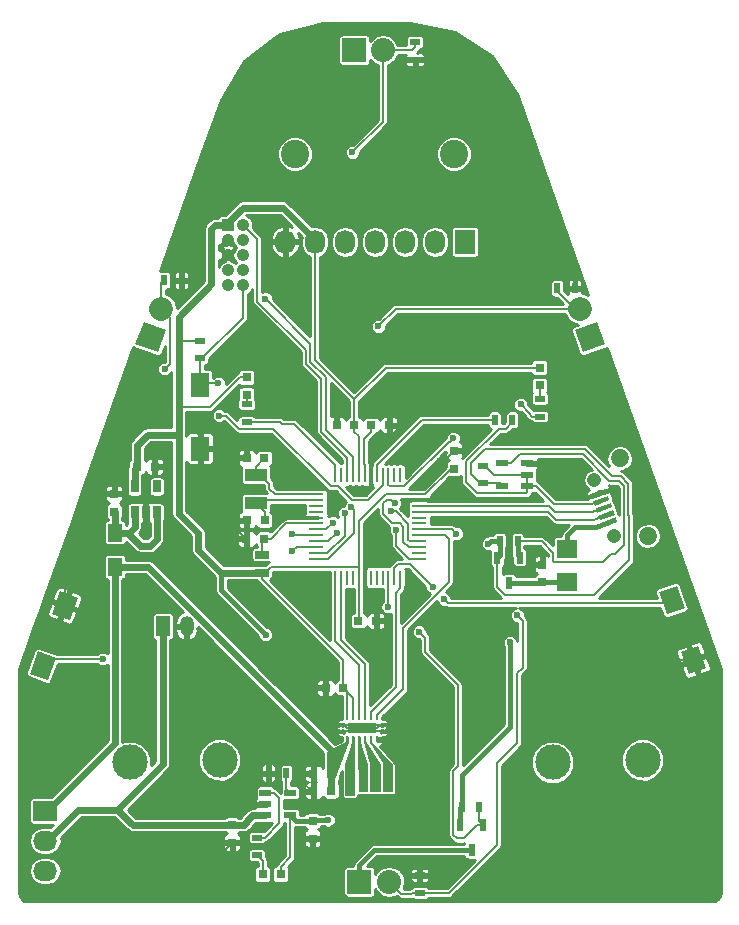
<source format=gbr>
G04 #@! TF.FileFunction,Copper,L1,Top,Signal*
%FSLAX46Y46*%
G04 Gerber Fmt 4.6, Leading zero omitted, Abs format (unit mm)*
G04 Created by KiCad (PCBNEW 4.0.4-stable) date 10/27/17 11:40:57*
%MOMM*%
%LPD*%
G01*
G04 APERTURE LIST*
%ADD10C,0.100000*%
%ADD11C,3.000000*%
%ADD12R,0.800000X0.750000*%
%ADD13R,0.750000X0.800000*%
%ADD14R,0.797560X0.797560*%
%ADD15R,1.803400X1.600200*%
%ADD16R,1.143000X0.635000*%
%ADD17C,1.150000*%
%ADD18C,1.550000*%
%ADD19R,1.727200X2.032000*%
%ADD20O,1.727200X2.032000*%
%ADD21R,0.599440X1.000760*%
%ADD22R,0.900000X0.500000*%
%ADD23R,0.500000X0.900000*%
%ADD24R,2.032000X2.032000*%
%ADD25O,2.032000X2.032000*%
%ADD26C,2.032000*%
%ADD27R,1.600000X2.000000*%
%ADD28R,1.000760X0.599440*%
%ADD29R,1.300000X0.250000*%
%ADD30R,0.250000X1.300000*%
%ADD31R,0.650000X1.060000*%
%ADD32R,0.700000X0.250000*%
%ADD33R,0.250000X0.500000*%
%ADD34R,2.400000X0.840000*%
%ADD35C,2.400000*%
%ADD36R,1.900000X1.100000*%
%ADD37R,1.200000X1.500000*%
%ADD38R,2.032000X1.727200*%
%ADD39O,2.032000X1.727200*%
%ADD40R,1.200000X1.700000*%
%ADD41O,1.200000X1.700000*%
%ADD42R,1.050000X1.050000*%
%ADD43C,1.050000*%
%ADD44C,0.600000*%
%ADD45C,0.200000*%
%ADD46C,0.600000*%
%ADD47C,0.400000*%
%ADD48C,0.254000*%
G04 APERTURE END LIST*
D10*
D11*
X159590000Y-111000000D03*
X167210000Y-110800000D03*
D12*
X135160000Y-92080000D03*
X133660000Y-92080000D03*
X135200000Y-85230000D03*
X133700000Y-85230000D03*
X143160000Y-99030000D03*
X144660000Y-99030000D03*
X135210000Y-90520000D03*
X133710000Y-90520000D03*
X144250000Y-82450000D03*
X145750000Y-82450000D03*
D13*
X158740000Y-95770000D03*
X158740000Y-94270000D03*
X139270000Y-115970000D03*
X139270000Y-117470000D03*
X122480000Y-89770000D03*
X122480000Y-88270000D03*
D12*
X124420000Y-85970000D03*
X125920000Y-85970000D03*
D13*
X132470000Y-116310000D03*
X132470000Y-117810000D03*
D12*
X142810000Y-82450000D03*
X141310000Y-82450000D03*
D13*
X151240000Y-86140000D03*
X151240000Y-84640000D03*
D12*
X140850000Y-113450000D03*
X139350000Y-113450000D03*
X140850000Y-111950000D03*
X139350000Y-111950000D03*
X141870000Y-104700000D03*
X140370000Y-104700000D03*
D14*
X136560000Y-120490000D03*
X135061400Y-120490000D03*
X133700000Y-78400700D03*
X133700000Y-79899300D03*
X158490000Y-77590700D03*
X158490000Y-79089300D03*
D15*
X160850000Y-92953000D03*
X160850000Y-95747000D03*
D16*
X134990000Y-94942000D03*
X134990000Y-93418000D03*
D10*
G36*
X164942515Y-90268064D02*
X165079324Y-90643941D01*
X163810739Y-91105668D01*
X163673930Y-90729791D01*
X164942515Y-90268064D01*
X164942515Y-90268064D01*
G37*
G36*
X164720202Y-89657264D02*
X164857011Y-90033141D01*
X163588426Y-90494868D01*
X163451617Y-90118991D01*
X164720202Y-89657264D01*
X164720202Y-89657264D01*
G37*
G36*
X164497889Y-89046464D02*
X164634698Y-89422341D01*
X163366113Y-89884068D01*
X163229304Y-89508191D01*
X164497889Y-89046464D01*
X164497889Y-89046464D01*
G37*
G36*
X164275575Y-88435664D02*
X164412384Y-88811541D01*
X163143799Y-89273268D01*
X163006990Y-88897391D01*
X164275575Y-88435664D01*
X164275575Y-88435664D01*
G37*
G36*
X164053262Y-87824863D02*
X164190071Y-88200740D01*
X162921486Y-88662467D01*
X162784677Y-88286590D01*
X164053262Y-87824863D01*
X164053262Y-87824863D01*
G37*
D17*
X164787051Y-91814497D02*
X164787051Y-91814497D01*
X163076950Y-87116034D02*
X163076950Y-87116034D01*
D18*
X167666241Y-91830736D02*
X167666241Y-91830736D01*
X165272100Y-85252887D02*
X165272100Y-85252887D01*
D19*
X152190000Y-66930000D03*
D20*
X149650000Y-66930000D03*
X147110000Y-66930000D03*
X144570000Y-66930000D03*
X142030000Y-66930000D03*
X139490000Y-66930000D03*
X136950000Y-66930000D03*
D21*
X153697714Y-116305678D03*
X152745214Y-118418958D03*
X151792714Y-116305678D03*
D22*
X153690000Y-87390000D03*
X153690000Y-85890000D03*
D23*
X156190000Y-81990000D03*
X154690000Y-81990000D03*
D22*
X129750000Y-75300000D03*
X129750000Y-76800000D03*
D23*
X155130000Y-92280000D03*
X156630000Y-92280000D03*
X153400000Y-114750000D03*
X151900000Y-114750000D03*
D22*
X147950000Y-50020000D03*
X147950000Y-51520000D03*
D24*
X142810000Y-50710000D03*
D25*
X145220000Y-50710000D03*
D10*
G36*
X126883489Y-74392765D02*
X126188504Y-76302220D01*
X124279049Y-75607235D01*
X124974034Y-73697780D01*
X126883489Y-74392765D01*
X126883489Y-74392765D01*
G37*
D26*
X126450000Y-72613181D02*
X126450000Y-72613181D01*
D23*
X126700000Y-70200000D03*
X128200000Y-70200000D03*
D10*
G36*
X163375966Y-73697780D02*
X164070951Y-75607235D01*
X162161496Y-76302220D01*
X161466511Y-74392765D01*
X163375966Y-73697780D01*
X163375966Y-73697780D01*
G37*
D26*
X161900000Y-72613181D02*
X161900000Y-72613181D01*
D23*
X159990000Y-70880000D03*
X161490000Y-70880000D03*
D24*
X143240000Y-121110000D03*
D25*
X145780000Y-121110000D03*
D22*
X133700000Y-82200000D03*
X133700000Y-80700000D03*
X158540000Y-81730000D03*
X158540000Y-80230000D03*
X148340000Y-122060000D03*
X148340000Y-120560000D03*
X134570000Y-117370000D03*
X134570000Y-118870000D03*
D10*
G36*
X170429680Y-101671093D02*
X171933188Y-101123861D01*
X172617228Y-103003247D01*
X171113720Y-103550479D01*
X170429680Y-101671093D01*
X170429680Y-101671093D01*
G37*
G36*
X168582772Y-96596753D02*
X170086280Y-96049521D01*
X170770320Y-97928907D01*
X169266812Y-98476139D01*
X168582772Y-96596753D01*
X168582772Y-96596753D01*
G37*
G36*
X118693188Y-98956139D02*
X117189680Y-98408907D01*
X117873720Y-96529521D01*
X119377228Y-97076753D01*
X118693188Y-98956139D01*
X118693188Y-98956139D01*
G37*
G36*
X116846280Y-104030479D02*
X115342772Y-103483247D01*
X116026812Y-101603861D01*
X117530320Y-102151093D01*
X116846280Y-104030479D01*
X116846280Y-104030479D01*
G37*
D27*
X129750000Y-84450000D03*
X129750000Y-79050000D03*
D28*
X157466640Y-87602500D03*
X157466640Y-85697500D03*
X157466640Y-86650000D03*
X155353360Y-85697500D03*
X155353360Y-87602500D03*
D29*
X139600000Y-88280000D03*
X139600000Y-88780000D03*
X139600000Y-89280000D03*
X139600000Y-89780000D03*
X139600000Y-90280000D03*
X139600000Y-90780000D03*
X139600000Y-91280000D03*
X139600000Y-91780000D03*
X139600000Y-92280000D03*
X139600000Y-92780000D03*
X139600000Y-93280000D03*
X139600000Y-93780000D03*
D30*
X141200000Y-95380000D03*
X141700000Y-95380000D03*
X142200000Y-95380000D03*
X142700000Y-95380000D03*
X143200000Y-95380000D03*
X143700000Y-95380000D03*
X144200000Y-95380000D03*
X144700000Y-95380000D03*
X145200000Y-95380000D03*
X145700000Y-95380000D03*
X146200000Y-95380000D03*
X146700000Y-95380000D03*
D29*
X148300000Y-93780000D03*
X148300000Y-93280000D03*
X148300000Y-92780000D03*
X148300000Y-92280000D03*
X148300000Y-91780000D03*
X148300000Y-91280000D03*
X148300000Y-90780000D03*
X148300000Y-90280000D03*
X148300000Y-89780000D03*
X148300000Y-89280000D03*
X148300000Y-88780000D03*
X148300000Y-88280000D03*
D30*
X146700000Y-86680000D03*
X146200000Y-86680000D03*
X145700000Y-86680000D03*
X145200000Y-86680000D03*
X144700000Y-86680000D03*
X144200000Y-86680000D03*
X143700000Y-86680000D03*
X143200000Y-86680000D03*
X142700000Y-86680000D03*
X142200000Y-86680000D03*
X141700000Y-86680000D03*
X141200000Y-86680000D03*
D31*
X124200000Y-89850000D03*
X125150000Y-89850000D03*
X126100000Y-89850000D03*
X126100000Y-87650000D03*
X124200000Y-87650000D03*
D28*
X135283360Y-113597500D03*
X135283360Y-115502500D03*
X135283360Y-114550000D03*
X137396640Y-115502500D03*
X137396640Y-113597500D03*
D32*
X141980000Y-108360000D03*
X141980000Y-107860000D03*
X144980000Y-107860000D03*
D33*
X142730000Y-107160000D03*
X142230000Y-107160000D03*
X143230000Y-107160000D03*
X143730000Y-107160000D03*
X144730000Y-109060000D03*
X144730000Y-107160000D03*
X144230000Y-107160000D03*
X144230000Y-109060000D03*
X143730000Y-109060000D03*
X142230000Y-109060000D03*
X142730000Y-109060000D03*
D34*
X143480000Y-108110000D03*
D33*
X143230000Y-109060000D03*
D32*
X144980000Y-108360000D03*
D35*
X137770000Y-59490000D03*
X151230000Y-59490000D03*
D36*
X134470000Y-89070000D03*
X134470000Y-86670000D03*
D37*
X122540000Y-94460000D03*
X122540000Y-91560000D03*
D38*
X116650000Y-115110000D03*
D39*
X116650000Y-117650000D03*
X116650000Y-120190000D03*
D23*
X135560000Y-111930000D03*
X137060000Y-111930000D03*
D11*
X123780000Y-111000000D03*
X131400000Y-110800000D03*
D40*
X126600000Y-99500000D03*
D41*
X128600000Y-99500000D03*
D42*
X132130000Y-65520000D03*
D43*
X132130000Y-66790000D03*
X132130000Y-68060000D03*
X132130000Y-69330000D03*
X132130000Y-70600000D03*
X133400000Y-66790000D03*
X133400000Y-68060000D03*
X133400000Y-69330000D03*
X133400000Y-70600000D03*
X133400000Y-65520000D03*
D21*
X156832500Y-93673360D03*
X155880000Y-95786640D03*
X154927500Y-93673360D03*
D44*
X141200000Y-77050000D03*
X147750000Y-81150000D03*
X144249990Y-85015152D03*
X132575728Y-90774272D03*
X152300000Y-90450000D03*
X147450000Y-97150000D03*
X139100000Y-97250000D03*
X148000000Y-52500000D03*
X129200000Y-70150000D03*
X125150000Y-88700000D03*
X126880000Y-85970000D03*
X122700000Y-87050000D03*
X149800000Y-120600000D03*
X168850000Y-102850000D03*
X141200000Y-81050000D03*
X146850000Y-82150000D03*
X138000000Y-90000000D03*
X144150000Y-97200000D03*
X144150000Y-97200000D03*
X139200000Y-104650000D03*
X138500000Y-112750000D03*
X138400000Y-111500000D03*
X134400000Y-111900000D03*
X134000000Y-114550000D03*
X130550000Y-119400000D03*
X140600000Y-117500000D03*
X118650000Y-95450000D03*
X132750000Y-91349990D03*
X150050000Y-85500000D03*
X132650000Y-85250000D03*
X129750000Y-86250000D03*
X143939584Y-87941873D03*
X146150000Y-107600000D03*
X146150000Y-107600000D03*
X140650000Y-107800000D03*
X140650000Y-107800000D03*
X149700000Y-88500000D03*
X158650000Y-85750000D03*
X162000000Y-88500000D03*
X164900000Y-87750000D03*
X158650000Y-93150000D03*
X125150000Y-91100000D03*
X156000000Y-100850000D03*
X135300000Y-100200000D03*
X125550000Y-92650000D03*
X140600000Y-115900000D03*
X154150000Y-92500000D03*
X146349978Y-91349990D03*
X146249989Y-89056605D03*
X145880364Y-89766109D03*
X141982293Y-89926508D03*
X142566409Y-89379857D03*
X142400000Y-113500000D03*
X142400000Y-112700000D03*
X142400000Y-112100000D03*
X143550000Y-113150000D03*
X143550000Y-112200000D03*
X143550000Y-111350000D03*
X144700000Y-113100000D03*
X144700000Y-112300000D03*
X144650000Y-111600000D03*
X145750000Y-113150000D03*
X145750000Y-112350000D03*
X145750000Y-111700000D03*
X135270000Y-71740000D03*
X131300000Y-78900000D03*
X131350000Y-81650000D03*
X148300000Y-99950000D03*
X145650000Y-97850000D03*
X142650000Y-59350000D03*
X141000000Y-90700000D03*
X126750000Y-77700000D03*
X137550000Y-91650000D03*
X144850000Y-74100000D03*
X141350000Y-91550000D03*
X156600000Y-98550000D03*
X137550000Y-93150000D03*
X151187291Y-83572890D03*
X156900000Y-80700000D03*
X150400000Y-97200000D03*
X149450000Y-96150000D03*
X121500000Y-102250000D03*
X151450000Y-91650000D03*
D45*
X134990000Y-93418000D02*
X134990000Y-92250000D01*
X134990000Y-92250000D02*
X135160000Y-92080000D01*
X135160000Y-92080000D02*
X135760000Y-92080000D01*
X135760000Y-92080000D02*
X137060000Y-90780000D01*
X137060000Y-90780000D02*
X138750000Y-90780000D01*
X138750000Y-90780000D02*
X139600000Y-90780000D01*
X144249990Y-85015152D02*
X147750000Y-81515142D01*
X147750000Y-81515142D02*
X147750000Y-81150000D01*
X144200000Y-85065142D02*
X144249990Y-85015152D01*
X144200000Y-86680000D02*
X144200000Y-85065142D01*
X133710000Y-90520000D02*
X132830000Y-90520000D01*
X132830000Y-90520000D02*
X132575728Y-90774272D01*
X147950000Y-51520000D02*
X147950000Y-52450000D01*
X147950000Y-52450000D02*
X148000000Y-52500000D01*
X128200000Y-70200000D02*
X129150000Y-70200000D01*
X129150000Y-70200000D02*
X129200000Y-70150000D01*
X125150000Y-89850000D02*
X125150000Y-88700000D01*
X125920000Y-85970000D02*
X126880000Y-85970000D01*
X122480000Y-88270000D02*
X122480000Y-87270000D01*
X122480000Y-87270000D02*
X122700000Y-87050000D01*
X148340000Y-120560000D02*
X149760000Y-120560000D01*
X149760000Y-120560000D02*
X149800000Y-120600000D01*
X171523454Y-102337170D02*
X169362830Y-102337170D01*
X169362830Y-102337170D02*
X168850000Y-102850000D01*
X141310000Y-82450000D02*
X141310000Y-81160000D01*
X141310000Y-81160000D02*
X141200000Y-81050000D01*
X145750000Y-82450000D02*
X146550000Y-82450000D01*
X146550000Y-82450000D02*
X146850000Y-82150000D01*
X139600000Y-90280000D02*
X138280000Y-90280000D01*
X138280000Y-90280000D02*
X138000000Y-90000000D01*
X144660000Y-99030000D02*
X144660000Y-97710000D01*
X144660000Y-97710000D02*
X144150000Y-97200000D01*
X143700000Y-95380000D02*
X143700000Y-96750000D01*
X143700000Y-96750000D02*
X144150000Y-97200000D01*
X140370000Y-104700000D02*
X139250000Y-104700000D01*
X139250000Y-104700000D02*
X139200000Y-104650000D01*
X139350000Y-113450000D02*
X139200000Y-113450000D01*
X139200000Y-113450000D02*
X138500000Y-112750000D01*
X139350000Y-111950000D02*
X138850000Y-111950000D01*
X138850000Y-111950000D02*
X138400000Y-111500000D01*
X135560000Y-111930000D02*
X134430000Y-111930000D01*
X134430000Y-111930000D02*
X134400000Y-111900000D01*
X135283360Y-114550000D02*
X134000000Y-114550000D01*
X132470000Y-117810000D02*
X132470000Y-117835000D01*
X132470000Y-117835000D02*
X130905000Y-119400000D01*
X130905000Y-119400000D02*
X130550000Y-119400000D01*
X139270000Y-117470000D02*
X140570000Y-117470000D01*
X140570000Y-117470000D02*
X140600000Y-117500000D01*
X118283454Y-97742830D02*
X118283454Y-95816546D01*
X118283454Y-95816546D02*
X118650000Y-95450000D01*
X132904990Y-91349990D02*
X132750000Y-91349990D01*
X133635000Y-92080000D02*
X132904990Y-91349990D01*
X133660000Y-92080000D02*
X133635000Y-92080000D01*
X151240000Y-84665000D02*
X150405000Y-85500000D01*
X150405000Y-85500000D02*
X150050000Y-85500000D01*
X151240000Y-84640000D02*
X151240000Y-84665000D01*
X133700000Y-85230000D02*
X132670000Y-85230000D01*
X132670000Y-85230000D02*
X132650000Y-85250000D01*
X129750000Y-84450000D02*
X129750000Y-86250000D01*
X144200000Y-87681457D02*
X143939584Y-87941873D01*
X144200000Y-86680000D02*
X144200000Y-87681457D01*
X143480000Y-108110000D02*
X142230000Y-108110000D01*
X142230000Y-108110000D02*
X141980000Y-107860000D01*
X143480000Y-108110000D02*
X144730000Y-108110000D01*
X144730000Y-108110000D02*
X144980000Y-107860000D01*
X144980000Y-108360000D02*
X145390000Y-108360000D01*
X145390000Y-108360000D02*
X146150000Y-107600000D01*
X144980000Y-107860000D02*
X145890000Y-107860000D01*
X145890000Y-107860000D02*
X146150000Y-107600000D01*
X141980000Y-108360000D02*
X141210000Y-108360000D01*
X141210000Y-108360000D02*
X140650000Y-107800000D01*
X141980000Y-107860000D02*
X140710000Y-107860000D01*
X140710000Y-107860000D02*
X140650000Y-107800000D01*
X148300000Y-88780000D02*
X149420000Y-88780000D01*
X149420000Y-88780000D02*
X149700000Y-88500000D01*
X157466640Y-85697500D02*
X158597500Y-85697500D01*
X158597500Y-85697500D02*
X158650000Y-85750000D01*
X162550000Y-88600000D02*
X162100000Y-88600000D01*
X162100000Y-88600000D02*
X162000000Y-88500000D01*
X164400000Y-87950000D02*
X164700000Y-87950000D01*
X164700000Y-87950000D02*
X164900000Y-87750000D01*
X163487374Y-88243665D02*
X164400000Y-87950000D01*
X163487374Y-88243665D02*
X162550000Y-88600000D01*
X158740000Y-93240000D02*
X158650000Y-93150000D01*
X158740000Y-94270000D02*
X158740000Y-93240000D01*
D46*
X125150000Y-89850000D02*
X125150000Y-91100000D01*
D45*
X134470000Y-86670000D02*
X134470000Y-85960000D01*
X134470000Y-85960000D02*
X135200000Y-85230000D01*
X139600000Y-88280000D02*
X136080000Y-88280000D01*
X136080000Y-88280000D02*
X135620000Y-87820000D01*
X135620000Y-87820000D02*
X135620000Y-87420000D01*
X135620000Y-87420000D02*
X134870000Y-86670000D01*
X134870000Y-86670000D02*
X134470000Y-86670000D01*
X139490000Y-76940000D02*
X142810000Y-80260000D01*
X139490000Y-66930000D02*
X139490000Y-76940000D01*
D46*
X133352998Y-64050000D02*
X136762400Y-64050000D01*
X136762400Y-64050000D02*
X139490000Y-66777600D01*
X139490000Y-66777600D02*
X139490000Y-66930000D01*
X132130000Y-65520000D02*
X132130000Y-65272998D01*
X132130000Y-65272998D02*
X133352998Y-64050000D01*
X127950000Y-75300000D02*
X127950000Y-73295000D01*
X127950000Y-73295000D02*
X130705000Y-70540000D01*
X130705000Y-70540000D02*
X130705000Y-65820000D01*
X130705000Y-65820000D02*
X131005000Y-65520000D01*
X131005000Y-65520000D02*
X132130000Y-65520000D01*
X139490000Y-67082400D02*
X139490000Y-66930000D01*
D45*
X142810000Y-80260000D02*
X145479300Y-77590700D01*
X145479300Y-77590700D02*
X158490000Y-77590700D01*
X148300000Y-88280000D02*
X145485700Y-88280000D01*
X145485700Y-88280000D02*
X143200000Y-90565700D01*
X143200000Y-90565700D02*
X143200000Y-94530000D01*
X143200000Y-94530000D02*
X143200000Y-95380000D01*
X142810000Y-80260000D02*
X142810000Y-82450000D01*
D46*
X127950000Y-80950000D02*
X127950000Y-75300000D01*
D45*
X129750000Y-75300000D02*
X129100000Y-75300000D01*
X129100000Y-75300000D02*
X127950000Y-75300000D01*
D46*
X127950000Y-83250000D02*
X127950000Y-80950000D01*
D45*
X133700000Y-78400700D02*
X133101220Y-78400700D01*
X133101220Y-78400700D02*
X130551920Y-80950000D01*
X130551920Y-80950000D02*
X127950000Y-80950000D01*
D47*
X151792714Y-116305678D02*
X151792714Y-114857286D01*
X151792714Y-114857286D02*
X151900000Y-114750000D01*
X156000000Y-108000000D02*
X151900000Y-112100000D01*
X151900000Y-112100000D02*
X151900000Y-114750000D01*
X156000000Y-100850000D02*
X156000000Y-108000000D01*
X131550000Y-94942000D02*
X131550000Y-96450000D01*
X131550000Y-96450000D02*
X135300000Y-100200000D01*
D46*
X134990000Y-94942000D02*
X131550000Y-94942000D01*
X129600000Y-92992000D02*
X129600000Y-91594998D01*
X127950000Y-89944998D02*
X127950000Y-83250000D01*
X131550000Y-94942000D02*
X129600000Y-92992000D01*
X129600000Y-91594998D02*
X127950000Y-89944998D01*
X124420000Y-85970000D02*
X124420000Y-84130000D01*
X124420000Y-84130000D02*
X125300000Y-83250000D01*
X125300000Y-83250000D02*
X127950000Y-83250000D01*
D45*
X134990000Y-94942000D02*
X135244000Y-94942000D01*
X135244000Y-94942000D02*
X135756001Y-94429999D01*
X135756001Y-94429999D02*
X143099999Y-94429999D01*
X143099999Y-94429999D02*
X143200000Y-94530000D01*
X134990000Y-94942000D02*
X134990000Y-95459500D01*
X134990000Y-95459500D02*
X141870000Y-102339500D01*
X141870000Y-102339500D02*
X141870000Y-102570000D01*
X143200000Y-95380000D02*
X143200000Y-98990000D01*
X143200000Y-98990000D02*
X143160000Y-99030000D01*
X143100000Y-99090000D02*
X143160000Y-99030000D01*
X141870000Y-104700000D02*
X141870000Y-102570000D01*
X141870000Y-102570000D02*
X141850000Y-102550000D01*
X142230000Y-107160000D02*
X142230000Y-105060000D01*
X142230000Y-105060000D02*
X141870000Y-104700000D01*
X142730000Y-107160000D02*
X142730000Y-105535000D01*
X142730000Y-105535000D02*
X141895000Y-104700000D01*
X141895000Y-104700000D02*
X141870000Y-104700000D01*
D46*
X124200000Y-87650000D02*
X124200000Y-86190000D01*
X124200000Y-86190000D02*
X124420000Y-85970000D01*
D45*
X148300000Y-88280000D02*
X148825000Y-88280000D01*
X148825000Y-88280000D02*
X150965000Y-86140000D01*
X150965000Y-86140000D02*
X151240000Y-86140000D01*
X142810000Y-82450000D02*
X142810000Y-83025000D01*
X142810000Y-83025000D02*
X143200000Y-83415000D01*
X143200000Y-83415000D02*
X143200000Y-85830000D01*
X143200000Y-85830000D02*
X143200000Y-86680000D01*
X135210000Y-90520000D02*
X135210000Y-89810000D01*
X135210000Y-89810000D02*
X134470000Y-89070000D01*
X139600000Y-88780000D02*
X134760000Y-88780000D01*
X134760000Y-88780000D02*
X134470000Y-89070000D01*
X143700000Y-85830000D02*
X143700000Y-86680000D01*
X143649988Y-85779988D02*
X143700000Y-85830000D01*
X144250000Y-83025000D02*
X143649988Y-83625012D01*
X144250000Y-82450000D02*
X144250000Y-83025000D01*
X143649988Y-83625012D02*
X143649988Y-85779988D01*
D47*
X155880000Y-95786640D02*
X158723360Y-95786640D01*
X158723360Y-95786640D02*
X158740000Y-95770000D01*
X160850000Y-95747000D02*
X158763000Y-95747000D01*
X158763000Y-95747000D02*
X158740000Y-95770000D01*
D45*
X153490000Y-87390000D02*
X153690000Y-87390000D01*
X152650000Y-85689998D02*
X152650000Y-86550000D01*
X152650000Y-86550000D02*
X153490000Y-87390000D01*
X163122899Y-96847101D02*
X166062063Y-93907937D01*
X153860008Y-84479990D02*
X152650000Y-85689998D01*
X162329990Y-84479990D02*
X153860008Y-84479990D01*
X164599987Y-86749987D02*
X162329990Y-84479990D01*
X165353691Y-86749987D02*
X164599987Y-86749987D01*
X166013374Y-87409670D02*
X165353691Y-86749987D01*
X166013374Y-90084310D02*
X166013374Y-87409670D01*
X155600359Y-96847101D02*
X163122899Y-96847101D01*
X166062063Y-90132999D02*
X166013374Y-90084310D01*
X166062063Y-93907937D02*
X166062063Y-90132999D01*
X154927500Y-96174242D02*
X155600359Y-96847101D01*
X154927500Y-93673360D02*
X154927500Y-96174242D01*
D47*
X139270000Y-115970000D02*
X137864140Y-115970000D01*
X137864140Y-115970000D02*
X137396640Y-115502500D01*
X140600000Y-115900000D02*
X139340000Y-115900000D01*
X139340000Y-115900000D02*
X139270000Y-115970000D01*
X155130000Y-92280000D02*
X154370000Y-92280000D01*
X154370000Y-92280000D02*
X154150000Y-92500000D01*
D45*
X136560000Y-120490000D02*
X136560000Y-119891220D01*
X136560000Y-119891220D02*
X137396640Y-119054580D01*
X137396640Y-119054580D02*
X137396640Y-116002220D01*
X137396640Y-116002220D02*
X137396640Y-115502500D01*
D46*
X125550000Y-92650000D02*
X126100000Y-92100000D01*
X126100000Y-92100000D02*
X126100000Y-89850000D01*
X124700000Y-92650000D02*
X125550000Y-92650000D01*
X123740000Y-91690000D02*
X124700000Y-92650000D01*
X123740000Y-91560000D02*
X123740000Y-91690000D01*
X122540000Y-91560000D02*
X123740000Y-91560000D01*
X123740000Y-91560000D02*
X124200000Y-91100000D01*
X124200000Y-91100000D02*
X124200000Y-89850000D01*
X122540000Y-91560000D02*
X122540000Y-89830000D01*
X122540000Y-89830000D02*
X122480000Y-89770000D01*
D45*
X153690000Y-87390000D02*
X155140860Y-87390000D01*
X155140860Y-87390000D02*
X155353360Y-87602500D01*
D47*
X155130000Y-92280000D02*
X155130000Y-93470860D01*
X155130000Y-93470860D02*
X154927500Y-93673360D01*
D46*
X132470000Y-116310000D02*
X124050002Y-116310000D01*
X124050002Y-116310000D02*
X122740002Y-115000000D01*
X116650000Y-117650000D02*
X116802400Y-117650000D01*
X116802400Y-117650000D02*
X119452400Y-115000000D01*
X122740002Y-115000000D02*
X126600000Y-111140002D01*
X119452400Y-115000000D02*
X122740002Y-115000000D01*
X126600000Y-111140002D02*
X126600000Y-100950000D01*
X126600000Y-100950000D02*
X126600000Y-99500000D01*
X133750000Y-116005000D02*
X133750000Y-115935480D01*
X133750000Y-115935480D02*
X134182980Y-115502500D01*
X134182980Y-115502500D02*
X135283360Y-115502500D01*
X132470000Y-116310000D02*
X133445000Y-116310000D01*
X133445000Y-116310000D02*
X133750000Y-116005000D01*
X125365649Y-94460000D02*
X140850000Y-109944351D01*
X140850000Y-109944351D02*
X140850000Y-111950000D01*
X140850000Y-113450000D02*
X140850000Y-111950000D01*
X122540000Y-94460000D02*
X125365649Y-94460000D01*
X116650000Y-115110000D02*
X116802400Y-115110000D01*
X116802400Y-115110000D02*
X122540000Y-109372400D01*
X122540000Y-109372400D02*
X122540000Y-95810000D01*
X122540000Y-95810000D02*
X122540000Y-94460000D01*
X116650000Y-115110000D02*
X116650000Y-114700000D01*
D45*
X135061400Y-120490000D02*
X135061400Y-119361400D01*
X135061400Y-119361400D02*
X134570000Y-118870000D01*
X133700000Y-80700000D02*
X133700000Y-79899300D01*
X158540000Y-80230000D02*
X158540000Y-79139300D01*
X158540000Y-79139300D02*
X158490000Y-79089300D01*
D47*
X160850000Y-92953000D02*
X160850000Y-91752900D01*
X160850000Y-91752900D02*
X161492900Y-91110000D01*
X161492900Y-91110000D02*
X163230000Y-91110000D01*
X164376627Y-90686866D02*
X163230000Y-91110000D01*
D45*
X164154314Y-90076066D02*
X163110000Y-90450000D01*
X163110000Y-90450000D02*
X159883124Y-90450000D01*
X159883124Y-90450000D02*
X159213124Y-89780000D01*
X159213124Y-89780000D02*
X148300000Y-89780000D01*
X148300000Y-89280000D02*
X159278822Y-89280000D01*
X159278822Y-89280000D02*
X159818822Y-89820000D01*
X159818822Y-89820000D02*
X162960000Y-89820000D01*
X163932001Y-89465266D02*
X162960000Y-89820000D01*
X157466640Y-87602500D02*
X157466640Y-88102220D01*
X157466640Y-88102220D02*
X157366639Y-88202221D01*
X157366639Y-88202221D02*
X153212221Y-88202221D01*
X153212221Y-88202221D02*
X152249990Y-87239990D01*
X152249990Y-87239990D02*
X152249990Y-85524309D01*
X152249990Y-85524309D02*
X155034298Y-82740001D01*
X155034298Y-82740001D02*
X155639999Y-82740001D01*
X155639999Y-82740001D02*
X156190000Y-82190000D01*
X156190000Y-82190000D02*
X156190000Y-81990000D01*
X157466640Y-87602500D02*
X157466640Y-86650000D01*
X153690000Y-85890000D02*
X153890000Y-85890000D01*
X153890000Y-85890000D02*
X154650000Y-86650000D01*
X154650000Y-86650000D02*
X156766260Y-86650000D01*
X156766260Y-86650000D02*
X157466640Y-86650000D01*
X157466640Y-87602500D02*
X158167020Y-87602500D01*
X158167020Y-87602500D02*
X159714520Y-89150000D01*
X159714520Y-89150000D02*
X162820000Y-89150000D01*
X163709687Y-88854466D02*
X162820000Y-89150000D01*
X147450000Y-93780000D02*
X146349978Y-92679978D01*
X148300000Y-93780000D02*
X147450000Y-93780000D01*
X146349978Y-92679978D02*
X146349978Y-91774254D01*
X146349978Y-91774254D02*
X146349978Y-91349990D01*
X146011977Y-90749989D02*
X145274795Y-90012807D01*
X146949979Y-91061989D02*
X146637979Y-90749989D01*
X146949979Y-92310681D02*
X146949979Y-91061989D01*
X147419298Y-92780000D02*
X146949979Y-92310681D01*
X148300000Y-92780000D02*
X147419298Y-92780000D01*
X145274795Y-90012807D02*
X145274795Y-89056605D01*
X146637979Y-90749989D02*
X146011977Y-90749989D01*
X145574794Y-88756606D02*
X145949990Y-88756606D01*
X145274795Y-89056605D02*
X145574794Y-88756606D01*
X145949990Y-88756606D02*
X146249989Y-89056605D01*
X146304628Y-89766109D02*
X145880364Y-89766109D01*
X147349990Y-92144992D02*
X147349990Y-90811471D01*
X148300000Y-92280000D02*
X147484998Y-92280000D01*
X147484998Y-92280000D02*
X147349990Y-92144992D01*
X147349990Y-90811471D02*
X146304628Y-89766109D01*
X141982293Y-90350772D02*
X141982293Y-89926508D01*
X141982293Y-91805711D02*
X141982293Y-90350772D01*
X139600000Y-93280000D02*
X140508004Y-93280000D01*
X140508004Y-93280000D02*
X141982293Y-91805711D01*
X142799989Y-89613437D02*
X142566409Y-89379857D01*
X142799989Y-91553715D02*
X142799989Y-89613437D01*
X140573704Y-93780000D02*
X142799989Y-91553715D01*
X139600000Y-93780000D02*
X140573704Y-93780000D01*
D46*
X142400000Y-112100000D02*
X142400000Y-112700000D01*
X143550000Y-111350000D02*
X143550000Y-112200000D01*
X144650000Y-111600000D02*
X144650000Y-112250000D01*
X144650000Y-112250000D02*
X144700000Y-112300000D01*
X145750000Y-111700000D02*
X145750000Y-112350000D01*
D45*
X139089989Y-75559989D02*
X135569999Y-72039999D01*
X139089989Y-77105689D02*
X139089989Y-75559989D01*
X142700000Y-85155002D02*
X140400000Y-82855002D01*
X140400000Y-82855002D02*
X140400000Y-78415700D01*
X142700000Y-86680000D02*
X142700000Y-85155002D01*
X135569999Y-72039999D02*
X135270000Y-71740000D01*
X140400000Y-78415700D02*
X139089989Y-77105689D01*
X135510000Y-71980000D02*
X135270000Y-71740000D01*
X129750000Y-76800000D02*
X129950000Y-76800000D01*
X129950000Y-76800000D02*
X133400000Y-73350000D01*
X133400000Y-73350000D02*
X133400000Y-71342462D01*
X133400000Y-71342462D02*
X133400000Y-70600000D01*
X131300000Y-78900000D02*
X129900000Y-78900000D01*
X129900000Y-78900000D02*
X129750000Y-79050000D01*
X142580000Y-88780000D02*
X141430001Y-87630001D01*
X141430001Y-87630001D02*
X140834999Y-87630001D01*
X140834999Y-87630001D02*
X135954999Y-82750001D01*
X135954999Y-82750001D02*
X133009999Y-82750001D01*
X133009999Y-82750001D02*
X131909998Y-81650000D01*
X131909998Y-81650000D02*
X131350000Y-81650000D01*
X143950000Y-88780000D02*
X142580000Y-88780000D01*
X145200000Y-87530000D02*
X143950000Y-88780000D01*
X145200000Y-86680000D02*
X145200000Y-87530000D01*
X129750000Y-79050000D02*
X129750000Y-76800000D01*
X142200000Y-86680000D02*
X142200000Y-85220702D01*
X142200000Y-85220702D02*
X139999989Y-83020691D01*
X139999989Y-83020691D02*
X139999989Y-78581389D01*
X139999989Y-78581389D02*
X138689978Y-77271378D01*
X138689978Y-77271378D02*
X138689978Y-76089978D01*
X138689978Y-76089978D02*
X134600000Y-72000000D01*
X134600000Y-72000000D02*
X134600000Y-66720000D01*
X134600000Y-66720000D02*
X133400000Y-65520000D01*
D47*
X156630000Y-92280000D02*
X156630000Y-93470860D01*
X156630000Y-93470860D02*
X156832500Y-93673360D01*
X156832500Y-93673360D02*
X156832500Y-93862500D01*
D45*
X156630000Y-92280000D02*
X158668004Y-92280000D01*
X158668004Y-92280000D02*
X159648299Y-93260295D01*
X165188002Y-87149998D02*
X164405916Y-87149998D01*
X159708299Y-94053101D02*
X163834178Y-94053101D01*
X159648299Y-93260295D02*
X159648299Y-93993101D01*
X159648299Y-93993101D02*
X159708299Y-94053101D01*
X163834178Y-94053101D02*
X164550000Y-93337279D01*
X164405916Y-87149998D02*
X162135918Y-84880000D01*
X165613364Y-90250000D02*
X165613364Y-87575360D01*
X156871240Y-84880000D02*
X156053740Y-85697500D01*
X164550000Y-93337279D02*
X164912721Y-93337279D01*
X164912721Y-93337279D02*
X165662052Y-92587948D01*
X165662052Y-92587948D02*
X165662052Y-90298688D01*
X165662052Y-90298688D02*
X165613364Y-90250000D01*
X165613364Y-87575360D02*
X165188002Y-87149998D01*
X162135918Y-84880000D02*
X156871240Y-84880000D01*
X156053740Y-85697500D02*
X155353360Y-85697500D01*
D47*
X156630000Y-92480000D02*
X156630000Y-92280000D01*
D45*
X148825736Y-101700000D02*
X151567500Y-104441764D01*
X148825736Y-101700000D02*
X148825736Y-100475736D01*
X148825736Y-100475736D02*
X148300000Y-99950000D01*
X153400000Y-114750000D02*
X153400000Y-116007964D01*
X153400000Y-116007964D02*
X153697714Y-116305678D01*
X151485986Y-117450000D02*
X152053672Y-117450000D01*
X151567500Y-104441764D02*
X151567500Y-111332500D01*
X151567500Y-111332500D02*
X151192993Y-111707007D01*
X151192993Y-111707007D02*
X151192993Y-117157007D01*
X151192993Y-117157007D02*
X151485986Y-117450000D01*
X152053672Y-117450000D02*
X153197994Y-116305678D01*
X153197994Y-116305678D02*
X153697714Y-116305678D01*
X145700000Y-95380000D02*
X145700000Y-97800000D01*
X145700000Y-97800000D02*
X145650000Y-97850000D01*
D47*
X152745214Y-118418958D02*
X144515042Y-118418958D01*
X144515042Y-118418958D02*
X143240000Y-119694000D01*
X143240000Y-119694000D02*
X143240000Y-121110000D01*
D45*
X144700000Y-86680000D02*
X144700000Y-85830000D01*
X148540000Y-81990000D02*
X154240000Y-81990000D01*
X154240000Y-81990000D02*
X154690000Y-81990000D01*
X144700000Y-85830000D02*
X148540000Y-81990000D01*
X142650000Y-59350000D02*
X145220000Y-56780000D01*
X145220000Y-56780000D02*
X145220000Y-50710000D01*
X139600000Y-91280000D02*
X140420000Y-91280000D01*
X140420000Y-91280000D02*
X141000000Y-90700000D01*
X145220000Y-50710000D02*
X147710000Y-50710000D01*
X147710000Y-50710000D02*
X147950000Y-50470000D01*
X147950000Y-50470000D02*
X147950000Y-50020000D01*
X127183499Y-76792237D02*
X127183499Y-77266501D01*
X127183499Y-77266501D02*
X126750000Y-77700000D01*
X127183499Y-76792237D02*
X127183499Y-73346680D01*
X127183499Y-73346680D02*
X126450000Y-72613181D01*
X139600000Y-91780000D02*
X137680000Y-91780000D01*
X137680000Y-91780000D02*
X137550000Y-91650000D01*
X126450000Y-72613181D02*
X126450000Y-70450000D01*
X126450000Y-70450000D02*
X126700000Y-70200000D01*
X144850000Y-74100000D02*
X146336819Y-72613181D01*
X146336819Y-72613181D02*
X161900000Y-72613181D01*
X139600000Y-92280000D02*
X140620000Y-92280000D01*
X140620000Y-92280000D02*
X141350000Y-91550000D01*
X159990000Y-70880000D02*
X159990000Y-71080000D01*
X159990000Y-71080000D02*
X161523181Y-72613181D01*
X161523181Y-72613181D02*
X161900000Y-72613181D01*
X157050000Y-103000000D02*
X157050000Y-99000000D01*
X157050000Y-99000000D02*
X156600000Y-98550000D01*
X156600000Y-103450000D02*
X157050000Y-103000000D01*
X156600000Y-109350000D02*
X156600000Y-103450000D01*
X154850000Y-118000000D02*
X150790000Y-122060000D01*
X150790000Y-122060000D02*
X148340000Y-122060000D01*
X154850000Y-111100000D02*
X154850000Y-118000000D01*
X156600000Y-109350000D02*
X154850000Y-111100000D01*
X139600000Y-92780000D02*
X137920000Y-92780000D01*
X137920000Y-92780000D02*
X137550000Y-93150000D01*
X147625999Y-122125999D02*
X147625999Y-122124001D01*
X147625999Y-122124001D02*
X147690000Y-122060000D01*
X147690000Y-122060000D02*
X148340000Y-122060000D01*
X145780000Y-121110000D02*
X146795999Y-122125999D01*
X146795999Y-122125999D02*
X147625999Y-122125999D01*
X141200000Y-86680000D02*
X141200000Y-85830000D01*
X141200000Y-85830000D02*
X137740000Y-82370000D01*
X137740000Y-82370000D02*
X136710000Y-82370000D01*
X136710000Y-82370000D02*
X136540000Y-82200000D01*
X136540000Y-82200000D02*
X133700000Y-82200000D01*
X145700000Y-87530000D02*
X145800001Y-87630001D01*
X150789800Y-83872889D02*
X150887292Y-83872889D01*
X150887292Y-83872889D02*
X151187291Y-83572890D01*
X145700000Y-86680000D02*
X145700000Y-87530000D01*
X145800001Y-87630001D02*
X147032688Y-87630001D01*
X147032688Y-87630001D02*
X150789800Y-83872889D01*
X157600000Y-81400000D02*
X157600000Y-81440000D01*
X157600000Y-81440000D02*
X157890000Y-81730000D01*
X157890000Y-81730000D02*
X158540000Y-81730000D01*
X156900000Y-80700000D02*
X157600000Y-81400000D01*
X137060000Y-111930000D02*
X137060000Y-113260860D01*
X137060000Y-113260860D02*
X137396640Y-113597500D01*
X136450000Y-116140000D02*
X136450000Y-114063760D01*
X136450000Y-114063760D02*
X135983740Y-113597500D01*
X135983740Y-113597500D02*
X135283360Y-113597500D01*
X134570000Y-117370000D02*
X135220000Y-117370000D01*
X135220000Y-117370000D02*
X136450000Y-116140000D01*
X150400000Y-97200000D02*
X150699999Y-97499999D01*
X150699999Y-97499999D02*
X169439377Y-97499999D01*
X169439377Y-97499999D02*
X169676546Y-97262830D01*
X146530000Y-94200000D02*
X147500000Y-94200000D01*
X147500000Y-94200000D02*
X149450000Y-96150000D01*
X146200000Y-95380000D02*
X146200000Y-94530000D01*
X146200000Y-94530000D02*
X146530000Y-94200000D01*
X121500000Y-102250000D02*
X117003716Y-102250000D01*
X117003716Y-102250000D02*
X116436546Y-102817170D01*
X148300000Y-91280000D02*
X151080000Y-91280000D01*
X151080000Y-91280000D02*
X151450000Y-91650000D01*
X141200000Y-100720000D02*
X143230000Y-102750000D01*
X143230000Y-102750000D02*
X143230000Y-107160000D01*
X141200000Y-95380000D02*
X141200000Y-100720000D01*
X141700000Y-96230000D02*
X141700000Y-95380000D01*
X143730000Y-102684300D02*
X141700000Y-100654300D01*
X143730000Y-107160000D02*
X143730000Y-102684300D01*
X141700000Y-100654300D02*
X141700000Y-96230000D01*
X146300000Y-96630000D02*
X146300000Y-104640000D01*
X146300000Y-104640000D02*
X144230000Y-106710000D01*
X144230000Y-106710000D02*
X144230000Y-107160000D01*
X146700000Y-95380000D02*
X146700000Y-96230000D01*
X146700000Y-96230000D02*
X146300000Y-96630000D01*
X150800000Y-92100000D02*
X150480000Y-91780000D01*
X150480000Y-91780000D02*
X148300000Y-91780000D01*
X150800000Y-95750000D02*
X150800000Y-92100000D01*
X146950000Y-99600000D02*
X150800000Y-95750000D01*
X146950000Y-104815000D02*
X146950000Y-99600000D01*
X144730000Y-107160000D02*
X144730000Y-107035000D01*
X144730000Y-107035000D02*
X146950000Y-104815000D01*
D48*
G36*
X151292281Y-49140392D02*
X154434965Y-51240266D01*
X156549704Y-54405196D01*
X156724065Y-54859535D01*
X162602170Y-71467572D01*
X162492292Y-71387007D01*
X162121000Y-71296155D01*
X162121000Y-71102250D01*
X162025750Y-71007000D01*
X161615000Y-71007000D01*
X161615000Y-71027000D01*
X161365000Y-71027000D01*
X161365000Y-71007000D01*
X160954250Y-71007000D01*
X160859000Y-71102250D01*
X160859000Y-71345130D01*
X160573406Y-71059536D01*
X160573406Y-70430000D01*
X160559147Y-70354215D01*
X160859000Y-70354215D01*
X160859000Y-70657750D01*
X160954250Y-70753000D01*
X161365000Y-70753000D01*
X161365000Y-70144250D01*
X161615000Y-70144250D01*
X161615000Y-70753000D01*
X162025750Y-70753000D01*
X162121000Y-70657750D01*
X162121000Y-70354215D01*
X162062996Y-70214181D01*
X161955820Y-70107004D01*
X161815786Y-70049000D01*
X161710250Y-70049000D01*
X161615000Y-70144250D01*
X161365000Y-70144250D01*
X161269750Y-70049000D01*
X161164214Y-70049000D01*
X161024180Y-70107004D01*
X160917004Y-70214181D01*
X160859000Y-70354215D01*
X160559147Y-70354215D01*
X160550605Y-70308821D01*
X160478988Y-70197526D01*
X160369714Y-70122862D01*
X160240000Y-70096594D01*
X159740000Y-70096594D01*
X159618821Y-70119395D01*
X159507526Y-70191012D01*
X159432862Y-70300286D01*
X159406594Y-70430000D01*
X159406594Y-71330000D01*
X159429395Y-71451179D01*
X159501012Y-71562474D01*
X159610286Y-71637138D01*
X159740000Y-71663406D01*
X159969536Y-71663406D01*
X160492312Y-72186181D01*
X146336824Y-72186181D01*
X146336819Y-72186180D01*
X146173413Y-72218684D01*
X146034884Y-72311246D01*
X146034882Y-72311249D01*
X144873110Y-73473020D01*
X144725829Y-73472891D01*
X144495297Y-73568145D01*
X144318765Y-73744369D01*
X144223109Y-73974735D01*
X144222891Y-74224171D01*
X144318145Y-74454703D01*
X144494369Y-74631235D01*
X144724735Y-74726891D01*
X144974171Y-74727109D01*
X145204703Y-74631855D01*
X145381235Y-74455631D01*
X145476891Y-74225265D01*
X145477021Y-74076849D01*
X146513688Y-73040181D01*
X160606909Y-73040181D01*
X160613272Y-73081522D01*
X160885119Y-73529505D01*
X161307709Y-73839355D01*
X161728971Y-73942434D01*
X161352479Y-74079466D01*
X161246407Y-74142338D01*
X161166318Y-74247701D01*
X161133531Y-74375922D01*
X161153212Y-74506797D01*
X161848197Y-76416252D01*
X161911069Y-76522324D01*
X162016432Y-76602413D01*
X162144653Y-76635200D01*
X162275528Y-76615519D01*
X164178986Y-75922717D01*
X173813000Y-103142726D01*
X173813000Y-122059764D01*
X173754692Y-122352898D01*
X173605772Y-122575772D01*
X173382898Y-122724692D01*
X173089764Y-122783000D01*
X115150236Y-122783000D01*
X114857102Y-122724692D01*
X114634228Y-122575772D01*
X114485308Y-122352898D01*
X114427000Y-122059764D01*
X114427000Y-120190000D01*
X115280689Y-120190000D01*
X115371318Y-120645623D01*
X115629408Y-121031881D01*
X116015666Y-121289971D01*
X116471289Y-121380600D01*
X116828711Y-121380600D01*
X117284334Y-121289971D01*
X117670592Y-121031881D01*
X117928682Y-120645623D01*
X118019311Y-120190000D01*
X117928682Y-119734377D01*
X117670592Y-119348119D01*
X117284334Y-119090029D01*
X116828711Y-118999400D01*
X116471289Y-118999400D01*
X116015666Y-119090029D01*
X115629408Y-119348119D01*
X115371318Y-119734377D01*
X115280689Y-120190000D01*
X114427000Y-120190000D01*
X114427000Y-103142726D01*
X115895195Y-98994476D01*
X117963043Y-98994476D01*
X118019971Y-99116559D01*
X118491663Y-99288241D01*
X118634093Y-99340082D01*
X118785520Y-99333470D01*
X118922890Y-99269414D01*
X119025291Y-99157664D01*
X119317217Y-98355602D01*
X119260289Y-98233519D01*
X118359358Y-97905608D01*
X117963043Y-98994476D01*
X115895195Y-98994476D01*
X116123362Y-98349812D01*
X116805737Y-98349812D01*
X116812348Y-98501240D01*
X116876405Y-98638609D01*
X116988155Y-98741009D01*
X117130586Y-98792850D01*
X117602277Y-98964532D01*
X117724361Y-98907603D01*
X118120676Y-97818734D01*
X117703587Y-97666926D01*
X118446232Y-97666926D01*
X119347162Y-97994837D01*
X119469245Y-97937909D01*
X119761171Y-97135848D01*
X119754560Y-96984420D01*
X119690503Y-96847051D01*
X119578753Y-96744651D01*
X119436322Y-96692810D01*
X118964631Y-96521128D01*
X118842547Y-96578057D01*
X118446232Y-97666926D01*
X117703587Y-97666926D01*
X117219746Y-97490823D01*
X117097663Y-97547751D01*
X116805737Y-98349812D01*
X116123362Y-98349812D01*
X116555071Y-97130058D01*
X117249691Y-97130058D01*
X117306619Y-97252141D01*
X118207550Y-97580052D01*
X118603865Y-96491184D01*
X118546937Y-96369101D01*
X118075245Y-96197419D01*
X117932815Y-96145578D01*
X117781388Y-96152190D01*
X117644018Y-96216246D01*
X117541617Y-96327996D01*
X117249691Y-97130058D01*
X116555071Y-97130058D01*
X118791937Y-90810000D01*
X121606594Y-90810000D01*
X121606594Y-92310000D01*
X121629395Y-92431179D01*
X121701012Y-92542474D01*
X121810286Y-92617138D01*
X121940000Y-92643406D01*
X123140000Y-92643406D01*
X123261179Y-92620605D01*
X123372474Y-92548988D01*
X123447138Y-92439714D01*
X123473386Y-92310098D01*
X124256644Y-93093356D01*
X124460057Y-93229272D01*
X124700000Y-93277000D01*
X125549453Y-93277000D01*
X125674171Y-93277109D01*
X125904703Y-93181855D01*
X126081235Y-93005631D01*
X126081344Y-93005368D01*
X126543356Y-92543356D01*
X126561252Y-92516572D01*
X126679272Y-92339943D01*
X126727000Y-92100000D01*
X126727000Y-90517234D01*
X126732138Y-90509714D01*
X126758406Y-90380000D01*
X126758406Y-89320000D01*
X126735605Y-89198821D01*
X126663988Y-89087526D01*
X126554714Y-89012862D01*
X126425000Y-88986594D01*
X125775000Y-88986594D01*
X125695389Y-89001574D01*
X125690819Y-88997004D01*
X125550785Y-88939000D01*
X125372250Y-88939000D01*
X125277000Y-89034250D01*
X125277000Y-89723000D01*
X125297000Y-89723000D01*
X125297000Y-89977000D01*
X125277000Y-89977000D01*
X125277000Y-90665750D01*
X125372250Y-90761000D01*
X125473000Y-90761000D01*
X125473000Y-91840288D01*
X125290288Y-92023000D01*
X124959712Y-92023000D01*
X124561712Y-91625000D01*
X124643356Y-91543356D01*
X124657050Y-91522862D01*
X124779272Y-91339943D01*
X124827000Y-91100000D01*
X124827000Y-90761000D01*
X124927750Y-90761000D01*
X125023000Y-90665750D01*
X125023000Y-89977000D01*
X125003000Y-89977000D01*
X125003000Y-89723000D01*
X125023000Y-89723000D01*
X125023000Y-89034250D01*
X124927750Y-88939000D01*
X124749215Y-88939000D01*
X124609181Y-88997004D01*
X124603661Y-89002523D01*
X124525000Y-88986594D01*
X123875000Y-88986594D01*
X123753821Y-89009395D01*
X123642526Y-89081012D01*
X123567862Y-89190286D01*
X123541594Y-89320000D01*
X123541594Y-90380000D01*
X123564395Y-90501179D01*
X123573000Y-90514551D01*
X123573000Y-90840288D01*
X123480288Y-90933000D01*
X123473406Y-90933000D01*
X123473406Y-90810000D01*
X123450605Y-90688821D01*
X123378988Y-90577526D01*
X123269714Y-90502862D01*
X123167000Y-90482062D01*
X123167000Y-90275705D01*
X123188406Y-90170000D01*
X123188406Y-89370000D01*
X123165605Y-89248821D01*
X123093988Y-89137526D01*
X122984714Y-89062862D01*
X122926138Y-89051000D01*
X122930785Y-89051000D01*
X123070819Y-88992996D01*
X123177996Y-88885820D01*
X123236000Y-88745786D01*
X123236000Y-88492250D01*
X123140750Y-88397000D01*
X122607000Y-88397000D01*
X122607000Y-88417000D01*
X122353000Y-88417000D01*
X122353000Y-88397000D01*
X121819250Y-88397000D01*
X121724000Y-88492250D01*
X121724000Y-88745786D01*
X121782004Y-88885820D01*
X121889181Y-88992996D01*
X122028972Y-89050899D01*
X121983821Y-89059395D01*
X121872526Y-89131012D01*
X121797862Y-89240286D01*
X121771594Y-89370000D01*
X121771594Y-90170000D01*
X121794395Y-90291179D01*
X121866012Y-90402474D01*
X121913000Y-90434580D01*
X121913000Y-90481674D01*
X121818821Y-90499395D01*
X121707526Y-90571012D01*
X121632862Y-90680286D01*
X121606594Y-90810000D01*
X118791937Y-90810000D01*
X119859318Y-87794214D01*
X121724000Y-87794214D01*
X121724000Y-88047750D01*
X121819250Y-88143000D01*
X122353000Y-88143000D01*
X122353000Y-87584250D01*
X122607000Y-87584250D01*
X122607000Y-88143000D01*
X123140750Y-88143000D01*
X123236000Y-88047750D01*
X123236000Y-87794214D01*
X123177996Y-87654180D01*
X123070819Y-87547004D01*
X122930785Y-87489000D01*
X122702250Y-87489000D01*
X122607000Y-87584250D01*
X122353000Y-87584250D01*
X122257750Y-87489000D01*
X122029215Y-87489000D01*
X121889181Y-87547004D01*
X121782004Y-87654180D01*
X121724000Y-87794214D01*
X119859318Y-87794214D01*
X124080155Y-75868637D01*
X124165017Y-75920534D01*
X126074472Y-76615519D01*
X126196142Y-76635539D01*
X126325220Y-76606306D01*
X126432755Y-76529158D01*
X126501803Y-76416252D01*
X126756499Y-75716481D01*
X126756499Y-77073005D01*
X126625829Y-77072891D01*
X126395297Y-77168145D01*
X126218765Y-77344369D01*
X126123109Y-77574735D01*
X126122891Y-77824171D01*
X126218145Y-78054703D01*
X126394369Y-78231235D01*
X126624735Y-78326891D01*
X126874171Y-78327109D01*
X127104703Y-78231855D01*
X127281235Y-78055631D01*
X127323000Y-77955049D01*
X127323000Y-82623000D01*
X125300000Y-82623000D01*
X125060058Y-82670727D01*
X124856644Y-82806644D01*
X123976644Y-83686644D01*
X123840728Y-83890057D01*
X123793000Y-84130000D01*
X123793000Y-85352490D01*
X123787526Y-85356012D01*
X123712862Y-85465286D01*
X123686594Y-85595000D01*
X123686594Y-85851481D01*
X123620728Y-85950057D01*
X123573000Y-86190000D01*
X123573000Y-86982766D01*
X123567862Y-86990286D01*
X123541594Y-87120000D01*
X123541594Y-88180000D01*
X123564395Y-88301179D01*
X123636012Y-88412474D01*
X123745286Y-88487138D01*
X123875000Y-88513406D01*
X124525000Y-88513406D01*
X124646179Y-88490605D01*
X124757474Y-88418988D01*
X124832138Y-88309714D01*
X124858406Y-88180000D01*
X124858406Y-87120000D01*
X125441594Y-87120000D01*
X125441594Y-88180000D01*
X125464395Y-88301179D01*
X125536012Y-88412474D01*
X125645286Y-88487138D01*
X125775000Y-88513406D01*
X126425000Y-88513406D01*
X126546179Y-88490605D01*
X126657474Y-88418988D01*
X126732138Y-88309714D01*
X126758406Y-88180000D01*
X126758406Y-87120000D01*
X126735605Y-86998821D01*
X126663988Y-86887526D01*
X126554714Y-86812862D01*
X126425000Y-86786594D01*
X125775000Y-86786594D01*
X125653821Y-86809395D01*
X125542526Y-86881012D01*
X125467862Y-86990286D01*
X125441594Y-87120000D01*
X124858406Y-87120000D01*
X124835605Y-86998821D01*
X124827000Y-86985449D01*
X124827000Y-86677089D01*
X124941179Y-86655605D01*
X125052474Y-86583988D01*
X125127138Y-86474714D01*
X125139000Y-86416138D01*
X125139000Y-86420785D01*
X125197004Y-86560819D01*
X125304180Y-86667996D01*
X125444214Y-86726000D01*
X125697750Y-86726000D01*
X125793000Y-86630750D01*
X125793000Y-86097000D01*
X126047000Y-86097000D01*
X126047000Y-86630750D01*
X126142250Y-86726000D01*
X126395786Y-86726000D01*
X126535820Y-86667996D01*
X126642996Y-86560819D01*
X126701000Y-86420785D01*
X126701000Y-86192250D01*
X126605750Y-86097000D01*
X126047000Y-86097000D01*
X125793000Y-86097000D01*
X125773000Y-86097000D01*
X125773000Y-85843000D01*
X125793000Y-85843000D01*
X125793000Y-85309250D01*
X126047000Y-85309250D01*
X126047000Y-85843000D01*
X126605750Y-85843000D01*
X126701000Y-85747750D01*
X126701000Y-85519215D01*
X126642996Y-85379181D01*
X126535820Y-85272004D01*
X126395786Y-85214000D01*
X126142250Y-85214000D01*
X126047000Y-85309250D01*
X125793000Y-85309250D01*
X125697750Y-85214000D01*
X125444214Y-85214000D01*
X125304180Y-85272004D01*
X125197004Y-85379181D01*
X125139101Y-85518972D01*
X125130605Y-85473821D01*
X125058988Y-85362526D01*
X125047000Y-85354335D01*
X125047000Y-84389712D01*
X125559712Y-83877000D01*
X127323000Y-83877000D01*
X127323000Y-89944998D01*
X127370728Y-90184941D01*
X127477254Y-90344369D01*
X127506644Y-90388354D01*
X128973000Y-91854710D01*
X128973000Y-92992000D01*
X129020728Y-93231943D01*
X129132616Y-93399395D01*
X129156644Y-93435356D01*
X131023000Y-95301712D01*
X131023000Y-96450000D01*
X131063115Y-96651675D01*
X131177355Y-96822645D01*
X134672896Y-100318186D01*
X134672891Y-100324171D01*
X134768145Y-100554703D01*
X134944369Y-100731235D01*
X135174735Y-100826891D01*
X135424171Y-100827109D01*
X135654703Y-100731855D01*
X135831235Y-100555631D01*
X135926891Y-100325265D01*
X135927109Y-100075829D01*
X135831855Y-99845297D01*
X135655631Y-99668765D01*
X135425265Y-99573109D01*
X135418393Y-99573103D01*
X132077000Y-96231710D01*
X132077000Y-95569000D01*
X134300450Y-95569000D01*
X134418500Y-95592906D01*
X134589536Y-95592906D01*
X134595503Y-95622906D01*
X134688065Y-95761435D01*
X141431897Y-102505266D01*
X141422999Y-102550000D01*
X141443000Y-102650550D01*
X141443000Y-103996674D01*
X141348821Y-104014395D01*
X141237526Y-104086012D01*
X141162862Y-104195286D01*
X141151000Y-104253862D01*
X141151000Y-104249215D01*
X141092996Y-104109181D01*
X140985820Y-104002004D01*
X140845786Y-103944000D01*
X140592250Y-103944000D01*
X140497000Y-104039250D01*
X140497000Y-104573000D01*
X140517000Y-104573000D01*
X140517000Y-104827000D01*
X140497000Y-104827000D01*
X140497000Y-105360750D01*
X140592250Y-105456000D01*
X140845786Y-105456000D01*
X140985820Y-105397996D01*
X141092996Y-105290819D01*
X141150899Y-105151028D01*
X141159395Y-105196179D01*
X141231012Y-105307474D01*
X141340286Y-105382138D01*
X141470000Y-105408406D01*
X141803000Y-105408406D01*
X141803000Y-106772766D01*
X141797862Y-106780286D01*
X141771594Y-106910000D01*
X141771594Y-107367844D01*
X141757750Y-107354000D01*
X141554215Y-107354000D01*
X141414181Y-107412004D01*
X141307004Y-107519180D01*
X141249000Y-107659214D01*
X141249000Y-107702250D01*
X141344250Y-107797500D01*
X141853000Y-107797500D01*
X141853000Y-107735000D01*
X141899000Y-107735000D01*
X141899000Y-107854000D01*
X141852998Y-107854000D01*
X141852998Y-107922500D01*
X141826250Y-107922500D01*
X141757750Y-107854000D01*
X141554215Y-107854000D01*
X141414181Y-107912004D01*
X141403685Y-107922500D01*
X141344250Y-107922500D01*
X141249000Y-108017750D01*
X141249000Y-108060786D01*
X141269385Y-108110000D01*
X141249000Y-108159214D01*
X141249000Y-108202250D01*
X141344250Y-108297500D01*
X141403685Y-108297500D01*
X141414181Y-108307996D01*
X141554215Y-108366000D01*
X141757750Y-108366000D01*
X141826250Y-108297500D01*
X141852998Y-108297500D01*
X141852998Y-108366000D01*
X141899000Y-108366000D01*
X141899000Y-108485000D01*
X141853000Y-108485000D01*
X141853000Y-108422500D01*
X141344250Y-108422500D01*
X141249000Y-108517750D01*
X141249000Y-108560786D01*
X141307004Y-108700820D01*
X141414181Y-108807996D01*
X141554215Y-108866000D01*
X141757750Y-108866000D01*
X141771594Y-108852156D01*
X141771594Y-109166972D01*
X141213165Y-109420804D01*
X136714611Y-104922250D01*
X139589000Y-104922250D01*
X139589000Y-105150785D01*
X139647004Y-105290819D01*
X139754180Y-105397996D01*
X139894214Y-105456000D01*
X140147750Y-105456000D01*
X140243000Y-105360750D01*
X140243000Y-104827000D01*
X139684250Y-104827000D01*
X139589000Y-104922250D01*
X136714611Y-104922250D01*
X136041576Y-104249215D01*
X139589000Y-104249215D01*
X139589000Y-104477750D01*
X139684250Y-104573000D01*
X140243000Y-104573000D01*
X140243000Y-104039250D01*
X140147750Y-103944000D01*
X139894214Y-103944000D01*
X139754180Y-104002004D01*
X139647004Y-104109181D01*
X139589000Y-104249215D01*
X136041576Y-104249215D01*
X125809005Y-94016644D01*
X125699396Y-93943406D01*
X125605592Y-93880728D01*
X125365649Y-93833000D01*
X123473406Y-93833000D01*
X123473406Y-93710000D01*
X123450605Y-93588821D01*
X123378988Y-93477526D01*
X123269714Y-93402862D01*
X123140000Y-93376594D01*
X121940000Y-93376594D01*
X121818821Y-93399395D01*
X121707526Y-93471012D01*
X121632862Y-93580286D01*
X121606594Y-93710000D01*
X121606594Y-95210000D01*
X121629395Y-95331179D01*
X121701012Y-95442474D01*
X121810286Y-95517138D01*
X121913000Y-95537938D01*
X121913000Y-101776234D01*
X121855631Y-101718765D01*
X121625265Y-101623109D01*
X121375829Y-101622891D01*
X121145297Y-101718145D01*
X121040259Y-101823000D01*
X117603706Y-101823000D01*
X116140844Y-101290562D01*
X116019174Y-101270542D01*
X115890096Y-101299775D01*
X115782561Y-101376923D01*
X115713513Y-101489830D01*
X115029473Y-103369216D01*
X115009453Y-103490885D01*
X115038686Y-103619963D01*
X115115834Y-103727498D01*
X115228740Y-103796546D01*
X116732248Y-104343778D01*
X116853918Y-104363798D01*
X116982996Y-104334565D01*
X117090531Y-104257417D01*
X117159579Y-104144510D01*
X117693709Y-102677000D01*
X121040316Y-102677000D01*
X121144369Y-102781235D01*
X121374735Y-102876891D01*
X121624171Y-102877109D01*
X121854703Y-102781855D01*
X121913000Y-102723660D01*
X121913000Y-109112688D01*
X117112694Y-113912994D01*
X115634000Y-113912994D01*
X115512821Y-113935795D01*
X115401526Y-114007412D01*
X115326862Y-114116686D01*
X115300594Y-114246400D01*
X115300594Y-115973600D01*
X115323395Y-116094779D01*
X115395012Y-116206074D01*
X115504286Y-116280738D01*
X115634000Y-116307006D01*
X117258682Y-116307006D01*
X117060235Y-116505453D01*
X116828711Y-116459400D01*
X116471289Y-116459400D01*
X116015666Y-116550029D01*
X115629408Y-116808119D01*
X115371318Y-117194377D01*
X115280689Y-117650000D01*
X115371318Y-118105623D01*
X115629408Y-118491881D01*
X116015666Y-118749971D01*
X116471289Y-118840600D01*
X116828711Y-118840600D01*
X117284334Y-118749971D01*
X117478848Y-118620000D01*
X133786594Y-118620000D01*
X133786594Y-119120000D01*
X133809395Y-119241179D01*
X133881012Y-119352474D01*
X133990286Y-119427138D01*
X134120000Y-119453406D01*
X134549537Y-119453406D01*
X134634400Y-119538269D01*
X134634400Y-119763124D01*
X134541441Y-119780615D01*
X134430146Y-119852232D01*
X134355482Y-119961506D01*
X134329214Y-120091220D01*
X134329214Y-120888780D01*
X134352015Y-121009959D01*
X134423632Y-121121254D01*
X134532906Y-121195918D01*
X134662620Y-121222186D01*
X135460180Y-121222186D01*
X135581359Y-121199385D01*
X135692654Y-121127768D01*
X135767318Y-121018494D01*
X135793586Y-120888780D01*
X135793586Y-120091220D01*
X135770785Y-119970041D01*
X135699168Y-119858746D01*
X135589894Y-119784082D01*
X135488400Y-119763529D01*
X135488400Y-119361405D01*
X135488401Y-119361400D01*
X135455897Y-119197994D01*
X135383757Y-119090029D01*
X135363335Y-119059465D01*
X135363332Y-119059463D01*
X135353406Y-119049537D01*
X135353406Y-118620000D01*
X135330605Y-118498821D01*
X135258988Y-118387526D01*
X135149714Y-118312862D01*
X135020000Y-118286594D01*
X134120000Y-118286594D01*
X133998821Y-118309395D01*
X133887526Y-118381012D01*
X133812862Y-118490286D01*
X133786594Y-118620000D01*
X117478848Y-118620000D01*
X117670592Y-118491881D01*
X117928682Y-118105623D01*
X117943276Y-118032250D01*
X131714000Y-118032250D01*
X131714000Y-118285786D01*
X131772004Y-118425820D01*
X131879181Y-118532996D01*
X132019215Y-118591000D01*
X132247750Y-118591000D01*
X132343000Y-118495750D01*
X132343000Y-117937000D01*
X132597000Y-117937000D01*
X132597000Y-118495750D01*
X132692250Y-118591000D01*
X132920785Y-118591000D01*
X133060819Y-118532996D01*
X133167996Y-118425820D01*
X133226000Y-118285786D01*
X133226000Y-118032250D01*
X133130750Y-117937000D01*
X132597000Y-117937000D01*
X132343000Y-117937000D01*
X131809250Y-117937000D01*
X131714000Y-118032250D01*
X117943276Y-118032250D01*
X118019311Y-117650000D01*
X117964527Y-117374585D01*
X119712112Y-115627000D01*
X122480290Y-115627000D01*
X123606646Y-116753356D01*
X123810060Y-116889273D01*
X124050002Y-116937000D01*
X131852490Y-116937000D01*
X131856012Y-116942474D01*
X131965286Y-117017138D01*
X132023862Y-117029000D01*
X132019215Y-117029000D01*
X131879181Y-117087004D01*
X131772004Y-117194180D01*
X131714000Y-117334214D01*
X131714000Y-117587750D01*
X131809250Y-117683000D01*
X132343000Y-117683000D01*
X132343000Y-117663000D01*
X132597000Y-117663000D01*
X132597000Y-117683000D01*
X133130750Y-117683000D01*
X133226000Y-117587750D01*
X133226000Y-117334214D01*
X133167996Y-117194180D01*
X133060819Y-117087004D01*
X132921028Y-117029101D01*
X132966179Y-117020605D01*
X133077474Y-116948988D01*
X133085665Y-116937000D01*
X133445000Y-116937000D01*
X133684943Y-116889272D01*
X133888356Y-116753356D01*
X134193356Y-116448356D01*
X134227860Y-116396717D01*
X134329272Y-116244943D01*
X134329774Y-116242418D01*
X134442692Y-116129500D01*
X134752729Y-116129500D01*
X134782980Y-116135626D01*
X135783740Y-116135626D01*
X135865979Y-116120152D01*
X135163707Y-116822423D01*
X135149714Y-116812862D01*
X135020000Y-116786594D01*
X134120000Y-116786594D01*
X133998821Y-116809395D01*
X133887526Y-116881012D01*
X133812862Y-116990286D01*
X133786594Y-117120000D01*
X133786594Y-117620000D01*
X133809395Y-117741179D01*
X133881012Y-117852474D01*
X133990286Y-117927138D01*
X134120000Y-117953406D01*
X135020000Y-117953406D01*
X135141179Y-117930605D01*
X135252474Y-117858988D01*
X135306598Y-117779775D01*
X135383406Y-117764497D01*
X135521935Y-117671935D01*
X136751932Y-116441937D01*
X136751935Y-116441935D01*
X136844497Y-116303406D01*
X136854000Y-116255631D01*
X136877001Y-116140000D01*
X136877000Y-116139995D01*
X136877000Y-116131726D01*
X136896260Y-116135626D01*
X136969640Y-116135626D01*
X136969640Y-118877711D01*
X136258065Y-119589285D01*
X136165503Y-119727814D01*
X136159470Y-119758143D01*
X136040041Y-119780615D01*
X135928746Y-119852232D01*
X135854082Y-119961506D01*
X135827814Y-120091220D01*
X135827814Y-120888780D01*
X135850615Y-121009959D01*
X135922232Y-121121254D01*
X136031506Y-121195918D01*
X136161220Y-121222186D01*
X136958780Y-121222186D01*
X137079959Y-121199385D01*
X137191254Y-121127768D01*
X137265918Y-121018494D01*
X137292186Y-120888780D01*
X137292186Y-120091220D01*
X137269385Y-119970041D01*
X137197768Y-119858746D01*
X137196922Y-119858168D01*
X137698572Y-119356517D01*
X137698575Y-119356515D01*
X137791137Y-119217986D01*
X137804300Y-119151812D01*
X137823641Y-119054580D01*
X137823640Y-119054575D01*
X137823640Y-117692250D01*
X138514000Y-117692250D01*
X138514000Y-117945786D01*
X138572004Y-118085820D01*
X138679181Y-118192996D01*
X138819215Y-118251000D01*
X139047750Y-118251000D01*
X139143000Y-118155750D01*
X139143000Y-117597000D01*
X139397000Y-117597000D01*
X139397000Y-118155750D01*
X139492250Y-118251000D01*
X139720785Y-118251000D01*
X139860819Y-118192996D01*
X139967996Y-118085820D01*
X140026000Y-117945786D01*
X140026000Y-117692250D01*
X139930750Y-117597000D01*
X139397000Y-117597000D01*
X139143000Y-117597000D01*
X138609250Y-117597000D01*
X138514000Y-117692250D01*
X137823640Y-117692250D01*
X137823640Y-116488944D01*
X137864140Y-116497000D01*
X138588141Y-116497000D01*
X138656012Y-116602474D01*
X138765286Y-116677138D01*
X138823862Y-116689000D01*
X138819215Y-116689000D01*
X138679181Y-116747004D01*
X138572004Y-116854180D01*
X138514000Y-116994214D01*
X138514000Y-117247750D01*
X138609250Y-117343000D01*
X139143000Y-117343000D01*
X139143000Y-117323000D01*
X139397000Y-117323000D01*
X139397000Y-117343000D01*
X139930750Y-117343000D01*
X140026000Y-117247750D01*
X140026000Y-116994214D01*
X139967996Y-116854180D01*
X139860819Y-116747004D01*
X139721028Y-116689101D01*
X139766179Y-116680605D01*
X139877474Y-116608988D01*
X139952138Y-116499714D01*
X139966863Y-116427000D01*
X140240141Y-116427000D01*
X140244369Y-116431235D01*
X140474735Y-116526891D01*
X140724171Y-116527109D01*
X140954703Y-116431855D01*
X141131235Y-116255631D01*
X141226891Y-116025265D01*
X141227109Y-115775829D01*
X141131855Y-115545297D01*
X140955631Y-115368765D01*
X140725265Y-115273109D01*
X140475829Y-115272891D01*
X140245297Y-115368145D01*
X140240434Y-115373000D01*
X139906815Y-115373000D01*
X139883988Y-115337526D01*
X139774714Y-115262862D01*
X139645000Y-115236594D01*
X138895000Y-115236594D01*
X138773821Y-115259395D01*
X138662526Y-115331012D01*
X138587862Y-115440286D01*
X138587312Y-115443000D01*
X138230426Y-115443000D01*
X138230426Y-115202780D01*
X138207625Y-115081601D01*
X138136008Y-114970306D01*
X138026734Y-114895642D01*
X137897020Y-114869374D01*
X136896260Y-114869374D01*
X136877000Y-114872998D01*
X136877000Y-114226726D01*
X136896260Y-114230626D01*
X137897020Y-114230626D01*
X138018199Y-114207825D01*
X138129494Y-114136208D01*
X138204158Y-114026934D01*
X138230426Y-113897220D01*
X138230426Y-113672250D01*
X138569000Y-113672250D01*
X138569000Y-113900785D01*
X138627004Y-114040819D01*
X138734180Y-114147996D01*
X138874214Y-114206000D01*
X139127750Y-114206000D01*
X139223000Y-114110750D01*
X139223000Y-113577000D01*
X138664250Y-113577000D01*
X138569000Y-113672250D01*
X138230426Y-113672250D01*
X138230426Y-113297780D01*
X138207625Y-113176601D01*
X138136008Y-113065306D01*
X138026734Y-112990642D01*
X137897020Y-112964374D01*
X137487000Y-112964374D01*
X137487000Y-112654685D01*
X137542474Y-112618988D01*
X137617138Y-112509714D01*
X137643406Y-112380000D01*
X137643406Y-112172250D01*
X138569000Y-112172250D01*
X138569000Y-112400785D01*
X138627004Y-112540819D01*
X138734180Y-112647996D01*
X138859729Y-112700000D01*
X138734180Y-112752004D01*
X138627004Y-112859181D01*
X138569000Y-112999215D01*
X138569000Y-113227750D01*
X138664250Y-113323000D01*
X139223000Y-113323000D01*
X139223000Y-112789250D01*
X139133750Y-112700000D01*
X139223000Y-112610750D01*
X139223000Y-112077000D01*
X138664250Y-112077000D01*
X138569000Y-112172250D01*
X137643406Y-112172250D01*
X137643406Y-111499215D01*
X138569000Y-111499215D01*
X138569000Y-111727750D01*
X138664250Y-111823000D01*
X139223000Y-111823000D01*
X139223000Y-111289250D01*
X139127750Y-111194000D01*
X138874214Y-111194000D01*
X138734180Y-111252004D01*
X138627004Y-111359181D01*
X138569000Y-111499215D01*
X137643406Y-111499215D01*
X137643406Y-111480000D01*
X137620605Y-111358821D01*
X137548988Y-111247526D01*
X137439714Y-111172862D01*
X137310000Y-111146594D01*
X136810000Y-111146594D01*
X136688821Y-111169395D01*
X136577526Y-111241012D01*
X136502862Y-111350286D01*
X136476594Y-111480000D01*
X136476594Y-112380000D01*
X136499395Y-112501179D01*
X136571012Y-112612474D01*
X136633000Y-112654829D01*
X136633000Y-113103849D01*
X136589122Y-113168066D01*
X136562854Y-113297780D01*
X136562854Y-113572745D01*
X136285675Y-113295565D01*
X136147146Y-113203003D01*
X136097453Y-113193118D01*
X136094345Y-113176601D01*
X136022728Y-113065306D01*
X135913454Y-112990642D01*
X135783740Y-112964374D01*
X134782980Y-112964374D01*
X134661801Y-112987175D01*
X134550506Y-113058792D01*
X134475842Y-113168066D01*
X134449574Y-113297780D01*
X134449574Y-113897220D01*
X134472375Y-114018399D01*
X134473812Y-114020632D01*
X134459984Y-114034460D01*
X134401980Y-114174494D01*
X134401980Y-114327750D01*
X134497230Y-114423000D01*
X135156360Y-114423000D01*
X135156360Y-114403000D01*
X135410360Y-114403000D01*
X135410360Y-114423000D01*
X135430360Y-114423000D01*
X135430360Y-114677000D01*
X135410360Y-114677000D01*
X135410360Y-114697000D01*
X135156360Y-114697000D01*
X135156360Y-114677000D01*
X134497230Y-114677000D01*
X134401980Y-114772250D01*
X134401980Y-114875500D01*
X134182980Y-114875500D01*
X133943037Y-114923228D01*
X133804770Y-115015615D01*
X133739624Y-115059144D01*
X133306644Y-115492124D01*
X133179105Y-115683000D01*
X133087510Y-115683000D01*
X133083988Y-115677526D01*
X132974714Y-115602862D01*
X132845000Y-115576594D01*
X132095000Y-115576594D01*
X131973821Y-115599395D01*
X131862526Y-115671012D01*
X131854335Y-115683000D01*
X124309714Y-115683000D01*
X123626714Y-115000000D01*
X127043356Y-111583358D01*
X127085204Y-111520728D01*
X127179272Y-111379945D01*
X127179272Y-111379944D01*
X127179273Y-111379943D01*
X127222660Y-111161818D01*
X129572684Y-111161818D01*
X129850242Y-111833560D01*
X130363736Y-112347952D01*
X131034993Y-112626682D01*
X131761818Y-112627316D01*
X132433560Y-112349758D01*
X132631413Y-112152250D01*
X134929000Y-112152250D01*
X134929000Y-112455785D01*
X134987004Y-112595819D01*
X135094180Y-112702996D01*
X135234214Y-112761000D01*
X135339750Y-112761000D01*
X135435000Y-112665750D01*
X135435000Y-112057000D01*
X135685000Y-112057000D01*
X135685000Y-112665750D01*
X135780250Y-112761000D01*
X135885786Y-112761000D01*
X136025820Y-112702996D01*
X136132996Y-112595819D01*
X136191000Y-112455785D01*
X136191000Y-112152250D01*
X136095750Y-112057000D01*
X135685000Y-112057000D01*
X135435000Y-112057000D01*
X135024250Y-112057000D01*
X134929000Y-112152250D01*
X132631413Y-112152250D01*
X132947952Y-111836264D01*
X133127354Y-111404215D01*
X134929000Y-111404215D01*
X134929000Y-111707750D01*
X135024250Y-111803000D01*
X135435000Y-111803000D01*
X135435000Y-111194250D01*
X135685000Y-111194250D01*
X135685000Y-111803000D01*
X136095750Y-111803000D01*
X136191000Y-111707750D01*
X136191000Y-111404215D01*
X136132996Y-111264181D01*
X136025820Y-111157004D01*
X135885786Y-111099000D01*
X135780250Y-111099000D01*
X135685000Y-111194250D01*
X135435000Y-111194250D01*
X135339750Y-111099000D01*
X135234214Y-111099000D01*
X135094180Y-111157004D01*
X134987004Y-111264181D01*
X134929000Y-111404215D01*
X133127354Y-111404215D01*
X133226682Y-111165007D01*
X133227316Y-110438182D01*
X132949758Y-109766440D01*
X132436264Y-109252048D01*
X131765007Y-108973318D01*
X131038182Y-108972684D01*
X130366440Y-109250242D01*
X129852048Y-109763736D01*
X129573318Y-110434993D01*
X129572684Y-111161818D01*
X127222660Y-111161818D01*
X127227000Y-111140002D01*
X127227000Y-100678326D01*
X127321179Y-100660605D01*
X127432474Y-100588988D01*
X127507138Y-100479714D01*
X127533406Y-100350000D01*
X127533406Y-99783215D01*
X127604018Y-99783215D01*
X127692543Y-100161832D01*
X127919220Y-100477752D01*
X128249540Y-100682878D01*
X128322393Y-100690902D01*
X128473000Y-100626598D01*
X128473000Y-99627000D01*
X127706334Y-99627000D01*
X127604018Y-99783215D01*
X127533406Y-99783215D01*
X127533406Y-98650000D01*
X127510605Y-98528821D01*
X127438988Y-98417526D01*
X127329714Y-98342862D01*
X127200000Y-98316594D01*
X126000000Y-98316594D01*
X125878821Y-98339395D01*
X125767526Y-98411012D01*
X125692862Y-98520286D01*
X125666594Y-98650000D01*
X125666594Y-100350000D01*
X125689395Y-100471179D01*
X125761012Y-100582474D01*
X125870286Y-100657138D01*
X125973000Y-100677938D01*
X125973000Y-110880290D01*
X125606785Y-111246505D01*
X125607316Y-110638182D01*
X125329758Y-109966440D01*
X124816264Y-109452048D01*
X124145007Y-109173318D01*
X123418182Y-109172684D01*
X123167000Y-109276470D01*
X123167000Y-95538326D01*
X123261179Y-95520605D01*
X123372474Y-95448988D01*
X123447138Y-95339714D01*
X123473406Y-95210000D01*
X123473406Y-95087000D01*
X125105937Y-95087000D01*
X128332239Y-98313302D01*
X128322393Y-98309098D01*
X128249540Y-98317122D01*
X127919220Y-98522248D01*
X127692543Y-98838168D01*
X127604018Y-99216785D01*
X127706334Y-99373000D01*
X128473000Y-99373000D01*
X128473000Y-99353000D01*
X128727000Y-99353000D01*
X128727000Y-99373000D01*
X128747000Y-99373000D01*
X128747000Y-99627000D01*
X128727000Y-99627000D01*
X128727000Y-100626598D01*
X128877607Y-100690902D01*
X128950460Y-100682878D01*
X129280780Y-100477752D01*
X129507457Y-100161832D01*
X129595982Y-99783215D01*
X129493667Y-99627002D01*
X129581000Y-99627002D01*
X129581000Y-99562063D01*
X140193000Y-110174063D01*
X140193000Y-111371907D01*
X140142862Y-111445286D01*
X140131000Y-111503862D01*
X140131000Y-111499215D01*
X140072996Y-111359181D01*
X139965820Y-111252004D01*
X139825786Y-111194000D01*
X139572250Y-111194000D01*
X139477000Y-111289250D01*
X139477000Y-111823000D01*
X139497000Y-111823000D01*
X139497000Y-112077000D01*
X139477000Y-112077000D01*
X139477000Y-112610750D01*
X139566250Y-112700000D01*
X139477000Y-112789250D01*
X139477000Y-113323000D01*
X139497000Y-113323000D01*
X139497000Y-113577000D01*
X139477000Y-113577000D01*
X139477000Y-114110750D01*
X139572250Y-114206000D01*
X139825786Y-114206000D01*
X139965820Y-114147996D01*
X140072996Y-114040819D01*
X140130899Y-113901028D01*
X140139395Y-113946179D01*
X140211012Y-114057474D01*
X140320286Y-114132138D01*
X140450000Y-114158406D01*
X141250000Y-114158406D01*
X141371179Y-114135605D01*
X141482474Y-114063988D01*
X141557138Y-113954714D01*
X141583406Y-113825000D01*
X141583406Y-113075000D01*
X141560605Y-112953821D01*
X141488988Y-112842526D01*
X141477000Y-112834335D01*
X141477000Y-112567510D01*
X141482474Y-112563988D01*
X141557138Y-112454714D01*
X141583406Y-112325000D01*
X141583406Y-112183076D01*
X141743000Y-111740565D01*
X141743000Y-113850000D01*
X141760576Y-113943409D01*
X141815780Y-114029199D01*
X141900013Y-114086752D01*
X142000000Y-114107000D01*
X142226832Y-114107000D01*
X142274735Y-114126891D01*
X142524171Y-114127109D01*
X142572838Y-114107000D01*
X142850000Y-114107000D01*
X142943409Y-114089424D01*
X143029199Y-114034220D01*
X143086752Y-113949987D01*
X143107000Y-113850000D01*
X143107000Y-113749261D01*
X143133969Y-113756500D01*
X143418447Y-113774280D01*
X143424735Y-113776891D01*
X143460728Y-113776922D01*
X143933969Y-113806500D01*
X144043409Y-113789424D01*
X144107251Y-113748343D01*
X144150000Y-113757000D01*
X145100000Y-113757000D01*
X145105072Y-113756046D01*
X145150013Y-113786752D01*
X145250000Y-113807000D01*
X146100000Y-113807000D01*
X146193409Y-113789424D01*
X146279199Y-113734220D01*
X146336752Y-113649987D01*
X146357000Y-113550000D01*
X146357000Y-113323168D01*
X146376891Y-113275265D01*
X146377109Y-113025829D01*
X146357000Y-112977162D01*
X146357000Y-112523168D01*
X146376891Y-112475265D01*
X146377109Y-112225829D01*
X146377000Y-112225565D01*
X146377000Y-111700000D01*
X146377109Y-111575829D01*
X146357000Y-111527162D01*
X146357000Y-111200000D01*
X146341881Y-111113151D01*
X146289035Y-111025889D01*
X145023978Y-109652398D01*
X145070819Y-109632996D01*
X145177996Y-109525820D01*
X145236000Y-109385786D01*
X145236000Y-109280250D01*
X145140750Y-109185000D01*
X144792500Y-109185000D01*
X144792500Y-109207000D01*
X144688406Y-109207000D01*
X144688406Y-108913000D01*
X144792500Y-108913000D01*
X144792500Y-108935000D01*
X145140750Y-108935000D01*
X145209750Y-108866000D01*
X145405785Y-108866000D01*
X145545819Y-108807996D01*
X145652996Y-108700820D01*
X145711000Y-108560786D01*
X145711000Y-108517750D01*
X145615750Y-108422500D01*
X145107000Y-108422500D01*
X145107000Y-108485000D01*
X145065981Y-108485000D01*
X145061000Y-108482937D01*
X145061000Y-108366000D01*
X145107002Y-108366000D01*
X145107002Y-108297500D01*
X145133750Y-108297500D01*
X145202250Y-108366000D01*
X145405785Y-108366000D01*
X145545819Y-108307996D01*
X145556315Y-108297500D01*
X145615750Y-108297500D01*
X145711000Y-108202250D01*
X145711000Y-108159214D01*
X145690615Y-108110000D01*
X145711000Y-108060786D01*
X145711000Y-108017750D01*
X145615750Y-107922500D01*
X145556315Y-107922500D01*
X145545819Y-107912004D01*
X145405785Y-107854000D01*
X145202250Y-107854000D01*
X145133750Y-107922500D01*
X145107002Y-107922500D01*
X145107002Y-107854000D01*
X145061000Y-107854000D01*
X145061000Y-107735000D01*
X145107000Y-107735000D01*
X145107000Y-107797500D01*
X145615750Y-107797500D01*
X145711000Y-107702250D01*
X145711000Y-107659214D01*
X145652996Y-107519180D01*
X145545819Y-107412004D01*
X145405785Y-107354000D01*
X145202250Y-107354000D01*
X145188406Y-107367844D01*
X145188406Y-107180464D01*
X147251935Y-105116935D01*
X147344497Y-104978406D01*
X147377000Y-104815000D01*
X147377000Y-99776870D01*
X149789500Y-97364369D01*
X149868145Y-97554703D01*
X150044369Y-97731235D01*
X150274735Y-97826891D01*
X150435625Y-97827032D01*
X150470000Y-97850000D01*
X150536593Y-97894496D01*
X150699999Y-97927000D01*
X150700004Y-97926999D01*
X156465887Y-97926999D01*
X156245297Y-98018145D01*
X156068765Y-98194369D01*
X155973109Y-98424735D01*
X155972891Y-98674171D01*
X156068145Y-98904703D01*
X156244369Y-99081235D01*
X156474735Y-99176891D01*
X156623000Y-99177021D01*
X156623000Y-100715884D01*
X156531855Y-100495297D01*
X156355631Y-100318765D01*
X156125265Y-100223109D01*
X155875829Y-100222891D01*
X155645297Y-100318145D01*
X155468765Y-100494369D01*
X155373109Y-100724735D01*
X155372891Y-100974171D01*
X155468145Y-101204703D01*
X155473000Y-101209566D01*
X155473000Y-107781709D01*
X151994500Y-111260210D01*
X151994500Y-104441769D01*
X151994501Y-104441764D01*
X151961997Y-104278358D01*
X151940044Y-104245503D01*
X151869435Y-104139829D01*
X151869432Y-104139827D01*
X149252736Y-101523130D01*
X149252736Y-100475741D01*
X149252737Y-100475736D01*
X149220233Y-100312330D01*
X149127671Y-100173801D01*
X148926980Y-99973110D01*
X148927109Y-99825829D01*
X148831855Y-99595297D01*
X148655631Y-99418765D01*
X148425265Y-99323109D01*
X148175829Y-99322891D01*
X147945297Y-99418145D01*
X147768765Y-99594369D01*
X147673109Y-99824735D01*
X147672891Y-100074171D01*
X147768145Y-100304703D01*
X147944369Y-100481235D01*
X148174735Y-100576891D01*
X148323151Y-100577021D01*
X148398736Y-100652606D01*
X148398736Y-101699995D01*
X148398735Y-101700000D01*
X148431239Y-101863406D01*
X148523801Y-102001935D01*
X151140500Y-104618633D01*
X151140500Y-111155630D01*
X150891058Y-111405072D01*
X150798496Y-111543601D01*
X150765992Y-111707007D01*
X150765993Y-111707012D01*
X150765993Y-117157002D01*
X150765992Y-117157007D01*
X150798496Y-117320413D01*
X150891058Y-117458942D01*
X151184049Y-117751932D01*
X151184051Y-117751935D01*
X151252093Y-117797399D01*
X151322580Y-117844497D01*
X151485986Y-117877001D01*
X151485991Y-117877000D01*
X152053667Y-117877000D01*
X152053672Y-117877001D01*
X152123313Y-117863148D01*
X152117479Y-117891958D01*
X144515042Y-117891958D01*
X144313368Y-117932073D01*
X144142397Y-118046313D01*
X142867355Y-119321355D01*
X142753115Y-119492325D01*
X142753115Y-119492326D01*
X142713000Y-119694000D01*
X142713000Y-119760594D01*
X142224000Y-119760594D01*
X142102821Y-119783395D01*
X141991526Y-119855012D01*
X141916862Y-119964286D01*
X141890594Y-120094000D01*
X141890594Y-122126000D01*
X141913395Y-122247179D01*
X141985012Y-122358474D01*
X142094286Y-122433138D01*
X142224000Y-122459406D01*
X144256000Y-122459406D01*
X144377179Y-122436605D01*
X144488474Y-122364988D01*
X144563138Y-122255714D01*
X144589406Y-122126000D01*
X144589406Y-121725349D01*
X144830356Y-122085955D01*
X145266056Y-122377081D01*
X145780000Y-122479311D01*
X146293944Y-122377081D01*
X146383423Y-122317293D01*
X146494062Y-122427931D01*
X146494064Y-122427934D01*
X146582463Y-122487000D01*
X146632593Y-122520496D01*
X146795999Y-122553000D01*
X146796004Y-122552999D01*
X147625999Y-122552999D01*
X147657303Y-122546772D01*
X147760286Y-122617138D01*
X147890000Y-122643406D01*
X148790000Y-122643406D01*
X148911179Y-122620605D01*
X149022474Y-122548988D01*
X149064829Y-122487000D01*
X150789995Y-122487000D01*
X150790000Y-122487001D01*
X150953406Y-122454497D01*
X151091935Y-122361935D01*
X155151935Y-118301935D01*
X155244497Y-118163406D01*
X155277001Y-118000000D01*
X155277000Y-117999995D01*
X155277000Y-111361818D01*
X157762684Y-111361818D01*
X158040242Y-112033560D01*
X158553736Y-112547952D01*
X159224993Y-112826682D01*
X159951818Y-112827316D01*
X160623560Y-112549758D01*
X161137952Y-112036264D01*
X161416682Y-111365007D01*
X161416859Y-111161818D01*
X165382684Y-111161818D01*
X165660242Y-111833560D01*
X166173736Y-112347952D01*
X166844993Y-112626682D01*
X167571818Y-112627316D01*
X168243560Y-112349758D01*
X168757952Y-111836264D01*
X169036682Y-111165007D01*
X169037316Y-110438182D01*
X168759758Y-109766440D01*
X168246264Y-109252048D01*
X167575007Y-108973318D01*
X166848182Y-108972684D01*
X166176440Y-109250242D01*
X165662048Y-109763736D01*
X165383318Y-110434993D01*
X165382684Y-111161818D01*
X161416859Y-111161818D01*
X161417316Y-110638182D01*
X161139758Y-109966440D01*
X160626264Y-109452048D01*
X159955007Y-109173318D01*
X159228182Y-109172684D01*
X158556440Y-109450242D01*
X158042048Y-109963736D01*
X157763318Y-110634993D01*
X157762684Y-111361818D01*
X155277000Y-111361818D01*
X155277000Y-111276870D01*
X156901932Y-109651937D01*
X156901935Y-109651935D01*
X156994497Y-109513406D01*
X157010853Y-109431179D01*
X157027001Y-109350000D01*
X157027000Y-109349995D01*
X157027000Y-103626870D01*
X157351935Y-103301935D01*
X157444497Y-103163406D01*
X157477000Y-103000000D01*
X157477000Y-102949942D01*
X170489691Y-102949942D01*
X170781617Y-103752004D01*
X170884018Y-103863754D01*
X171021388Y-103927810D01*
X171172815Y-103934422D01*
X171315245Y-103882581D01*
X171786937Y-103710899D01*
X171843865Y-103588816D01*
X171447550Y-102499948D01*
X170546619Y-102827859D01*
X170489691Y-102949942D01*
X157477000Y-102949942D01*
X157477000Y-101730188D01*
X170045737Y-101730188D01*
X170337663Y-102532249D01*
X170459746Y-102589177D01*
X170943586Y-102413074D01*
X171686232Y-102413074D01*
X172082547Y-103501943D01*
X172204631Y-103558872D01*
X172676322Y-103387190D01*
X172818753Y-103335349D01*
X172930503Y-103232949D01*
X172994560Y-103095580D01*
X173001171Y-102944152D01*
X172709245Y-102142091D01*
X172587162Y-102085163D01*
X171686232Y-102413074D01*
X170943586Y-102413074D01*
X171360676Y-102261266D01*
X170964361Y-101172397D01*
X170842277Y-101115468D01*
X170370586Y-101287150D01*
X170228155Y-101338991D01*
X170116405Y-101441391D01*
X170052348Y-101578760D01*
X170045737Y-101730188D01*
X157477000Y-101730188D01*
X157477000Y-101085524D01*
X171203043Y-101085524D01*
X171599358Y-102174392D01*
X172500289Y-101846481D01*
X172557217Y-101724398D01*
X172265291Y-100922336D01*
X172162890Y-100810586D01*
X172025520Y-100746530D01*
X171874093Y-100739918D01*
X171731663Y-100791759D01*
X171259971Y-100963441D01*
X171203043Y-101085524D01*
X157477000Y-101085524D01*
X157477000Y-99000000D01*
X157444497Y-98836594D01*
X157351935Y-98698065D01*
X157226980Y-98573110D01*
X157227109Y-98425829D01*
X157131855Y-98195297D01*
X156955631Y-98018765D01*
X156734633Y-97926999D01*
X168712139Y-97926999D01*
X168953513Y-98590170D01*
X169016385Y-98696243D01*
X169121748Y-98776332D01*
X169249969Y-98809119D01*
X169380844Y-98789438D01*
X170884352Y-98242206D01*
X170990424Y-98179334D01*
X171070513Y-98073971D01*
X171103300Y-97945751D01*
X171083619Y-97814876D01*
X170399579Y-95935490D01*
X170336707Y-95829417D01*
X170231344Y-95749328D01*
X170103123Y-95716541D01*
X169972248Y-95736222D01*
X168468740Y-96283454D01*
X168362668Y-96346326D01*
X168282579Y-96451689D01*
X168249792Y-96579909D01*
X168269473Y-96710784D01*
X168401308Y-97072999D01*
X163500871Y-97072999D01*
X166363995Y-94209874D01*
X166363998Y-94209872D01*
X166456560Y-94071343D01*
X166467440Y-94016644D01*
X166489064Y-93907937D01*
X166489063Y-93907932D01*
X166489063Y-91790058D01*
X166545003Y-91790058D01*
X166610415Y-92215032D01*
X166833479Y-92582625D01*
X167180234Y-92836874D01*
X167597892Y-92939071D01*
X168022866Y-92873659D01*
X168063440Y-92858891D01*
X168431033Y-92635827D01*
X168685282Y-92289072D01*
X168787479Y-91871414D01*
X168722067Y-91446440D01*
X168499003Y-91078847D01*
X168152248Y-90824598D01*
X167734590Y-90722401D01*
X167309616Y-90787813D01*
X167269042Y-90802581D01*
X166901449Y-91025645D01*
X166647200Y-91372400D01*
X166545003Y-91790058D01*
X166489063Y-91790058D01*
X166489063Y-90133004D01*
X166489064Y-90132999D01*
X166456560Y-89969593D01*
X166440374Y-89945369D01*
X166440374Y-87409675D01*
X166440375Y-87409670D01*
X166407871Y-87246264D01*
X166382306Y-87208003D01*
X166315309Y-87107735D01*
X166315306Y-87107733D01*
X165655626Y-86448052D01*
X165517097Y-86355490D01*
X165396649Y-86331531D01*
X165628725Y-86295810D01*
X165669299Y-86281042D01*
X166036892Y-86057978D01*
X166291141Y-85711223D01*
X166393338Y-85293565D01*
X166327926Y-84868591D01*
X166104862Y-84500998D01*
X165758107Y-84246749D01*
X165340449Y-84144552D01*
X164915475Y-84209964D01*
X164874901Y-84224732D01*
X164507308Y-84447796D01*
X164253059Y-84794551D01*
X164150862Y-85212209D01*
X164216274Y-85637183D01*
X164409540Y-85955670D01*
X162631925Y-84178055D01*
X162493396Y-84085493D01*
X162329990Y-84052989D01*
X162329985Y-84052990D01*
X154325178Y-84052990D01*
X155211167Y-83167001D01*
X155639994Y-83167001D01*
X155639999Y-83167002D01*
X155803405Y-83134498D01*
X155941934Y-83041936D01*
X156210464Y-82773406D01*
X156440000Y-82773406D01*
X156561179Y-82750605D01*
X156672474Y-82678988D01*
X156747138Y-82569714D01*
X156773406Y-82440000D01*
X156773406Y-81540000D01*
X156750605Y-81418821D01*
X156678988Y-81307526D01*
X156602907Y-81255542D01*
X156774735Y-81326891D01*
X156923151Y-81327021D01*
X157217517Y-81621386D01*
X157298065Y-81741935D01*
X157588065Y-82031935D01*
X157726594Y-82124497D01*
X157804353Y-82139964D01*
X157851012Y-82212474D01*
X157960286Y-82287138D01*
X158090000Y-82313406D01*
X158990000Y-82313406D01*
X159111179Y-82290605D01*
X159222474Y-82218988D01*
X159297138Y-82109714D01*
X159323406Y-81980000D01*
X159323406Y-81480000D01*
X159300605Y-81358821D01*
X159228988Y-81247526D01*
X159119714Y-81172862D01*
X158990000Y-81146594D01*
X158090000Y-81146594D01*
X157968821Y-81169395D01*
X157955377Y-81178046D01*
X157901935Y-81098065D01*
X157901932Y-81098063D01*
X157526980Y-80723111D01*
X157527109Y-80575829D01*
X157431855Y-80345297D01*
X157255631Y-80168765D01*
X157025265Y-80073109D01*
X156775829Y-80072891D01*
X156545297Y-80168145D01*
X156368765Y-80344369D01*
X156273109Y-80574735D01*
X156272891Y-80824171D01*
X156368145Y-81054703D01*
X156539983Y-81226841D01*
X156440000Y-81206594D01*
X155940000Y-81206594D01*
X155818821Y-81229395D01*
X155707526Y-81301012D01*
X155632862Y-81410286D01*
X155606594Y-81540000D01*
X155606594Y-82169536D01*
X155463129Y-82313001D01*
X155273406Y-82313001D01*
X155273406Y-81540000D01*
X155250605Y-81418821D01*
X155178988Y-81307526D01*
X155069714Y-81232862D01*
X154940000Y-81206594D01*
X154440000Y-81206594D01*
X154318821Y-81229395D01*
X154207526Y-81301012D01*
X154132862Y-81410286D01*
X154106594Y-81540000D01*
X154106594Y-81563000D01*
X148540005Y-81563000D01*
X148540000Y-81562999D01*
X148376594Y-81595503D01*
X148238065Y-81688065D01*
X144398065Y-85528065D01*
X144305503Y-85666594D01*
X144296898Y-85709852D01*
X144262500Y-85744250D01*
X144262500Y-85926764D01*
X144241594Y-86030000D01*
X144241594Y-87330000D01*
X144262500Y-87441108D01*
X144262500Y-87615750D01*
X144357750Y-87711000D01*
X144400785Y-87711000D01*
X144425273Y-87700857D01*
X143773130Y-88353000D01*
X142756869Y-88353000D01*
X142065314Y-87661445D01*
X142075000Y-87663406D01*
X142325000Y-87663406D01*
X142446179Y-87640605D01*
X142450063Y-87638105D01*
X142575000Y-87663406D01*
X142825000Y-87663406D01*
X142946179Y-87640605D01*
X142950063Y-87638105D01*
X143075000Y-87663406D01*
X143325000Y-87663406D01*
X143446179Y-87640605D01*
X143450063Y-87638105D01*
X143575000Y-87663406D01*
X143825000Y-87663406D01*
X143865786Y-87655732D01*
X143999215Y-87711000D01*
X144042250Y-87711000D01*
X144137500Y-87615750D01*
X144137500Y-87433236D01*
X144158406Y-87330000D01*
X144158406Y-86030000D01*
X144137500Y-85918892D01*
X144137500Y-85744250D01*
X144103102Y-85709852D01*
X144094497Y-85666594D01*
X144076988Y-85640390D01*
X144076988Y-83801882D01*
X144551935Y-83326935D01*
X144644497Y-83188406D01*
X144650482Y-83158315D01*
X144771179Y-83135605D01*
X144882474Y-83063988D01*
X144957138Y-82954714D01*
X144969000Y-82896138D01*
X144969000Y-82900785D01*
X145027004Y-83040819D01*
X145134180Y-83147996D01*
X145274214Y-83206000D01*
X145527750Y-83206000D01*
X145623000Y-83110750D01*
X145623000Y-82577000D01*
X145877000Y-82577000D01*
X145877000Y-83110750D01*
X145972250Y-83206000D01*
X146225786Y-83206000D01*
X146365820Y-83147996D01*
X146472996Y-83040819D01*
X146531000Y-82900785D01*
X146531000Y-82672250D01*
X146435750Y-82577000D01*
X145877000Y-82577000D01*
X145623000Y-82577000D01*
X145603000Y-82577000D01*
X145603000Y-82323000D01*
X145623000Y-82323000D01*
X145623000Y-81789250D01*
X145877000Y-81789250D01*
X145877000Y-82323000D01*
X146435750Y-82323000D01*
X146531000Y-82227750D01*
X146531000Y-81999215D01*
X146472996Y-81859181D01*
X146365820Y-81752004D01*
X146225786Y-81694000D01*
X145972250Y-81694000D01*
X145877000Y-81789250D01*
X145623000Y-81789250D01*
X145527750Y-81694000D01*
X145274214Y-81694000D01*
X145134180Y-81752004D01*
X145027004Y-81859181D01*
X144969101Y-81998972D01*
X144960605Y-81953821D01*
X144888988Y-81842526D01*
X144779714Y-81767862D01*
X144650000Y-81741594D01*
X143850000Y-81741594D01*
X143728821Y-81764395D01*
X143617526Y-81836012D01*
X143542862Y-81945286D01*
X143530492Y-82006369D01*
X143520605Y-81953821D01*
X143448988Y-81842526D01*
X143339714Y-81767862D01*
X143237000Y-81747062D01*
X143237000Y-80436870D01*
X143693869Y-79980000D01*
X157756594Y-79980000D01*
X157756594Y-80480000D01*
X157779395Y-80601179D01*
X157851012Y-80712474D01*
X157960286Y-80787138D01*
X158090000Y-80813406D01*
X158990000Y-80813406D01*
X159111179Y-80790605D01*
X159222474Y-80718988D01*
X159297138Y-80609714D01*
X159323406Y-80480000D01*
X159323406Y-79980000D01*
X159300605Y-79858821D01*
X159228988Y-79747526D01*
X159146013Y-79690832D01*
X159195918Y-79617794D01*
X159222186Y-79488080D01*
X159222186Y-78690520D01*
X159199385Y-78569341D01*
X159127768Y-78458046D01*
X159018494Y-78383382D01*
X158888780Y-78357114D01*
X158091220Y-78357114D01*
X157970041Y-78379915D01*
X157858746Y-78451532D01*
X157784082Y-78560806D01*
X157757814Y-78690520D01*
X157757814Y-79488080D01*
X157780615Y-79609259D01*
X157852232Y-79720554D01*
X157870219Y-79732844D01*
X157857526Y-79741012D01*
X157782862Y-79850286D01*
X157756594Y-79980000D01*
X143693869Y-79980000D01*
X145656169Y-78017700D01*
X157763124Y-78017700D01*
X157780615Y-78110659D01*
X157852232Y-78221954D01*
X157961506Y-78296618D01*
X158091220Y-78322886D01*
X158888780Y-78322886D01*
X159009959Y-78300085D01*
X159121254Y-78228468D01*
X159195918Y-78119194D01*
X159222186Y-77989480D01*
X159222186Y-77191920D01*
X159199385Y-77070741D01*
X159127768Y-76959446D01*
X159018494Y-76884782D01*
X158888780Y-76858514D01*
X158091220Y-76858514D01*
X157970041Y-76881315D01*
X157858746Y-76952932D01*
X157784082Y-77062206D01*
X157763529Y-77163700D01*
X145479300Y-77163700D01*
X145315894Y-77196203D01*
X145177365Y-77288765D01*
X145177363Y-77288768D01*
X142810000Y-79656130D01*
X139917000Y-76763130D01*
X139917000Y-68214375D01*
X139945623Y-68208682D01*
X140331881Y-67950592D01*
X140589971Y-67564334D01*
X140680600Y-67108711D01*
X140680600Y-66751289D01*
X140839400Y-66751289D01*
X140839400Y-67108711D01*
X140930029Y-67564334D01*
X141188119Y-67950592D01*
X141574377Y-68208682D01*
X142030000Y-68299311D01*
X142485623Y-68208682D01*
X142871881Y-67950592D01*
X143129971Y-67564334D01*
X143220600Y-67108711D01*
X143220600Y-66751289D01*
X143379400Y-66751289D01*
X143379400Y-67108711D01*
X143470029Y-67564334D01*
X143728119Y-67950592D01*
X144114377Y-68208682D01*
X144570000Y-68299311D01*
X145025623Y-68208682D01*
X145411881Y-67950592D01*
X145669971Y-67564334D01*
X145760600Y-67108711D01*
X145760600Y-66751289D01*
X145919400Y-66751289D01*
X145919400Y-67108711D01*
X146010029Y-67564334D01*
X146268119Y-67950592D01*
X146654377Y-68208682D01*
X147110000Y-68299311D01*
X147565623Y-68208682D01*
X147951881Y-67950592D01*
X148209971Y-67564334D01*
X148300600Y-67108711D01*
X148300600Y-66751289D01*
X148459400Y-66751289D01*
X148459400Y-67108711D01*
X148550029Y-67564334D01*
X148808119Y-67950592D01*
X149194377Y-68208682D01*
X149650000Y-68299311D01*
X150105623Y-68208682D01*
X150491881Y-67950592D01*
X150749971Y-67564334D01*
X150840600Y-67108711D01*
X150840600Y-66751289D01*
X150749971Y-66295666D01*
X150494950Y-65914000D01*
X150992994Y-65914000D01*
X150992994Y-67946000D01*
X151015795Y-68067179D01*
X151087412Y-68178474D01*
X151196686Y-68253138D01*
X151326400Y-68279406D01*
X153053600Y-68279406D01*
X153174779Y-68256605D01*
X153286074Y-68184988D01*
X153360738Y-68075714D01*
X153387006Y-67946000D01*
X153387006Y-65914000D01*
X153364205Y-65792821D01*
X153292588Y-65681526D01*
X153183314Y-65606862D01*
X153053600Y-65580594D01*
X151326400Y-65580594D01*
X151205221Y-65603395D01*
X151093926Y-65675012D01*
X151019262Y-65784286D01*
X150992994Y-65914000D01*
X150494950Y-65914000D01*
X150491881Y-65909408D01*
X150105623Y-65651318D01*
X149650000Y-65560689D01*
X149194377Y-65651318D01*
X148808119Y-65909408D01*
X148550029Y-66295666D01*
X148459400Y-66751289D01*
X148300600Y-66751289D01*
X148209971Y-66295666D01*
X147951881Y-65909408D01*
X147565623Y-65651318D01*
X147110000Y-65560689D01*
X146654377Y-65651318D01*
X146268119Y-65909408D01*
X146010029Y-66295666D01*
X145919400Y-66751289D01*
X145760600Y-66751289D01*
X145669971Y-66295666D01*
X145411881Y-65909408D01*
X145025623Y-65651318D01*
X144570000Y-65560689D01*
X144114377Y-65651318D01*
X143728119Y-65909408D01*
X143470029Y-66295666D01*
X143379400Y-66751289D01*
X143220600Y-66751289D01*
X143129971Y-66295666D01*
X142871881Y-65909408D01*
X142485623Y-65651318D01*
X142030000Y-65560689D01*
X141574377Y-65651318D01*
X141188119Y-65909408D01*
X140930029Y-66295666D01*
X140839400Y-66751289D01*
X140680600Y-66751289D01*
X140589971Y-66295666D01*
X140331881Y-65909408D01*
X139945623Y-65651318D01*
X139490000Y-65560689D01*
X139214585Y-65615473D01*
X137205756Y-63606644D01*
X137002343Y-63470728D01*
X136762400Y-63423000D01*
X133352998Y-63423000D01*
X133113055Y-63470728D01*
X132909642Y-63606644D01*
X131854692Y-64661594D01*
X131605000Y-64661594D01*
X131483821Y-64684395D01*
X131372526Y-64756012D01*
X131297862Y-64865286D01*
X131292250Y-64893000D01*
X131005000Y-64893000D01*
X130765057Y-64940728D01*
X130561644Y-65076644D01*
X130261644Y-65376644D01*
X130125728Y-65580057D01*
X130078000Y-65820000D01*
X130078000Y-70280288D01*
X127812167Y-72546121D01*
X127691899Y-72054613D01*
X127382049Y-71632023D01*
X126934066Y-71360176D01*
X126884618Y-71342178D01*
X126877000Y-71341005D01*
X126877000Y-70983406D01*
X126950000Y-70983406D01*
X127071179Y-70960605D01*
X127182474Y-70888988D01*
X127257138Y-70779714D01*
X127283406Y-70650000D01*
X127283406Y-70422250D01*
X127569000Y-70422250D01*
X127569000Y-70725785D01*
X127627004Y-70865819D01*
X127734180Y-70972996D01*
X127874214Y-71031000D01*
X127979750Y-71031000D01*
X128075000Y-70935750D01*
X128075000Y-70327000D01*
X128325000Y-70327000D01*
X128325000Y-70935750D01*
X128420250Y-71031000D01*
X128525786Y-71031000D01*
X128665820Y-70972996D01*
X128772996Y-70865819D01*
X128831000Y-70725785D01*
X128831000Y-70422250D01*
X128735750Y-70327000D01*
X128325000Y-70327000D01*
X128075000Y-70327000D01*
X127664250Y-70327000D01*
X127569000Y-70422250D01*
X127283406Y-70422250D01*
X127283406Y-69750000D01*
X127269147Y-69674215D01*
X127569000Y-69674215D01*
X127569000Y-69977750D01*
X127664250Y-70073000D01*
X128075000Y-70073000D01*
X128075000Y-69464250D01*
X128325000Y-69464250D01*
X128325000Y-70073000D01*
X128735750Y-70073000D01*
X128831000Y-69977750D01*
X128831000Y-69674215D01*
X128772996Y-69534181D01*
X128665820Y-69427004D01*
X128525786Y-69369000D01*
X128420250Y-69369000D01*
X128325000Y-69464250D01*
X128075000Y-69464250D01*
X127979750Y-69369000D01*
X127874214Y-69369000D01*
X127734180Y-69427004D01*
X127627004Y-69534181D01*
X127569000Y-69674215D01*
X127269147Y-69674215D01*
X127260605Y-69628821D01*
X127188988Y-69517526D01*
X127079714Y-69442862D01*
X126950000Y-69416594D01*
X126450000Y-69416594D01*
X126357581Y-69433984D01*
X129770037Y-59792407D01*
X136242735Y-59792407D01*
X136474717Y-60353846D01*
X136903894Y-60783773D01*
X137464928Y-61016735D01*
X138072407Y-61017265D01*
X138633846Y-60785283D01*
X139063773Y-60356106D01*
X139296735Y-59795072D01*
X139297265Y-59187593D01*
X139065283Y-58626154D01*
X138636106Y-58196227D01*
X138075072Y-57963265D01*
X137467593Y-57962735D01*
X136906154Y-58194717D01*
X136476227Y-58623894D01*
X136243265Y-59184928D01*
X136242735Y-59792407D01*
X129770037Y-59792407D01*
X131507130Y-54884413D01*
X133454854Y-51609341D01*
X136018916Y-49694000D01*
X141460594Y-49694000D01*
X141460594Y-51726000D01*
X141483395Y-51847179D01*
X141555012Y-51958474D01*
X141664286Y-52033138D01*
X141794000Y-52059406D01*
X143826000Y-52059406D01*
X143947179Y-52036605D01*
X144058474Y-51964988D01*
X144133138Y-51855714D01*
X144159406Y-51726000D01*
X144159406Y-51519907D01*
X144270356Y-51685955D01*
X144706056Y-51977081D01*
X144793000Y-51994375D01*
X144793000Y-56603131D01*
X142673110Y-58723020D01*
X142525829Y-58722891D01*
X142295297Y-58818145D01*
X142118765Y-58994369D01*
X142023109Y-59224735D01*
X142022891Y-59474171D01*
X142118145Y-59704703D01*
X142294369Y-59881235D01*
X142524735Y-59976891D01*
X142774171Y-59977109D01*
X143004703Y-59881855D01*
X143094307Y-59792407D01*
X149702735Y-59792407D01*
X149934717Y-60353846D01*
X150363894Y-60783773D01*
X150924928Y-61016735D01*
X151532407Y-61017265D01*
X152093846Y-60785283D01*
X152523773Y-60356106D01*
X152756735Y-59795072D01*
X152757265Y-59187593D01*
X152525283Y-58626154D01*
X152096106Y-58196227D01*
X151535072Y-57963265D01*
X150927593Y-57962735D01*
X150366154Y-58194717D01*
X149936227Y-58623894D01*
X149703265Y-59184928D01*
X149702735Y-59792407D01*
X143094307Y-59792407D01*
X143181235Y-59705631D01*
X143276891Y-59475265D01*
X143277021Y-59326849D01*
X145521932Y-57081937D01*
X145521935Y-57081935D01*
X145614497Y-56943406D01*
X145647001Y-56780000D01*
X145647000Y-56779995D01*
X145647000Y-51994375D01*
X145733944Y-51977081D01*
X146088385Y-51740250D01*
X147119000Y-51740250D01*
X147119000Y-51845786D01*
X147177004Y-51985820D01*
X147284181Y-52092996D01*
X147424215Y-52151000D01*
X147727750Y-52151000D01*
X147823000Y-52055750D01*
X147823000Y-51645000D01*
X148077000Y-51645000D01*
X148077000Y-52055750D01*
X148172250Y-52151000D01*
X148475785Y-52151000D01*
X148615819Y-52092996D01*
X148722996Y-51985820D01*
X148781000Y-51845786D01*
X148781000Y-51740250D01*
X148685750Y-51645000D01*
X148077000Y-51645000D01*
X147823000Y-51645000D01*
X147214250Y-51645000D01*
X147119000Y-51740250D01*
X146088385Y-51740250D01*
X146169644Y-51685955D01*
X146460770Y-51250255D01*
X146483298Y-51137000D01*
X147142699Y-51137000D01*
X147119000Y-51194214D01*
X147119000Y-51299750D01*
X147214250Y-51395000D01*
X147823000Y-51395000D01*
X147823000Y-51373000D01*
X148077000Y-51373000D01*
X148077000Y-51395000D01*
X148685750Y-51395000D01*
X148781000Y-51299750D01*
X148781000Y-51194214D01*
X148722996Y-51054180D01*
X148615819Y-50947004D01*
X148475785Y-50889000D01*
X148172250Y-50889000D01*
X148077002Y-50984248D01*
X148077002Y-50946868D01*
X148251932Y-50771937D01*
X148251935Y-50771935D01*
X148344497Y-50633406D01*
X148350464Y-50603406D01*
X148400000Y-50603406D01*
X148521179Y-50580605D01*
X148632474Y-50508988D01*
X148707138Y-50399714D01*
X148733406Y-50270000D01*
X148733406Y-49770000D01*
X148710605Y-49648821D01*
X148638988Y-49537526D01*
X148529714Y-49462862D01*
X148400000Y-49436594D01*
X147500000Y-49436594D01*
X147378821Y-49459395D01*
X147267526Y-49531012D01*
X147192862Y-49640286D01*
X147166594Y-49770000D01*
X147166594Y-50270000D01*
X147169040Y-50283000D01*
X146483298Y-50283000D01*
X146460770Y-50169745D01*
X146169644Y-49734045D01*
X145733944Y-49442919D01*
X145220000Y-49340689D01*
X144706056Y-49442919D01*
X144270356Y-49734045D01*
X144159406Y-49900093D01*
X144159406Y-49694000D01*
X144136605Y-49572821D01*
X144064988Y-49461526D01*
X143955714Y-49386862D01*
X143826000Y-49360594D01*
X141794000Y-49360594D01*
X141672821Y-49383395D01*
X141561526Y-49455012D01*
X141486862Y-49564286D01*
X141460594Y-49694000D01*
X136018916Y-49694000D01*
X136482956Y-49347365D01*
X140172106Y-48409785D01*
X140658793Y-48397000D01*
X147554995Y-48397000D01*
X151292281Y-49140392D01*
X151292281Y-49140392D01*
G37*
X151292281Y-49140392D02*
X154434965Y-51240266D01*
X156549704Y-54405196D01*
X156724065Y-54859535D01*
X162602170Y-71467572D01*
X162492292Y-71387007D01*
X162121000Y-71296155D01*
X162121000Y-71102250D01*
X162025750Y-71007000D01*
X161615000Y-71007000D01*
X161615000Y-71027000D01*
X161365000Y-71027000D01*
X161365000Y-71007000D01*
X160954250Y-71007000D01*
X160859000Y-71102250D01*
X160859000Y-71345130D01*
X160573406Y-71059536D01*
X160573406Y-70430000D01*
X160559147Y-70354215D01*
X160859000Y-70354215D01*
X160859000Y-70657750D01*
X160954250Y-70753000D01*
X161365000Y-70753000D01*
X161365000Y-70144250D01*
X161615000Y-70144250D01*
X161615000Y-70753000D01*
X162025750Y-70753000D01*
X162121000Y-70657750D01*
X162121000Y-70354215D01*
X162062996Y-70214181D01*
X161955820Y-70107004D01*
X161815786Y-70049000D01*
X161710250Y-70049000D01*
X161615000Y-70144250D01*
X161365000Y-70144250D01*
X161269750Y-70049000D01*
X161164214Y-70049000D01*
X161024180Y-70107004D01*
X160917004Y-70214181D01*
X160859000Y-70354215D01*
X160559147Y-70354215D01*
X160550605Y-70308821D01*
X160478988Y-70197526D01*
X160369714Y-70122862D01*
X160240000Y-70096594D01*
X159740000Y-70096594D01*
X159618821Y-70119395D01*
X159507526Y-70191012D01*
X159432862Y-70300286D01*
X159406594Y-70430000D01*
X159406594Y-71330000D01*
X159429395Y-71451179D01*
X159501012Y-71562474D01*
X159610286Y-71637138D01*
X159740000Y-71663406D01*
X159969536Y-71663406D01*
X160492312Y-72186181D01*
X146336824Y-72186181D01*
X146336819Y-72186180D01*
X146173413Y-72218684D01*
X146034884Y-72311246D01*
X146034882Y-72311249D01*
X144873110Y-73473020D01*
X144725829Y-73472891D01*
X144495297Y-73568145D01*
X144318765Y-73744369D01*
X144223109Y-73974735D01*
X144222891Y-74224171D01*
X144318145Y-74454703D01*
X144494369Y-74631235D01*
X144724735Y-74726891D01*
X144974171Y-74727109D01*
X145204703Y-74631855D01*
X145381235Y-74455631D01*
X145476891Y-74225265D01*
X145477021Y-74076849D01*
X146513688Y-73040181D01*
X160606909Y-73040181D01*
X160613272Y-73081522D01*
X160885119Y-73529505D01*
X161307709Y-73839355D01*
X161728971Y-73942434D01*
X161352479Y-74079466D01*
X161246407Y-74142338D01*
X161166318Y-74247701D01*
X161133531Y-74375922D01*
X161153212Y-74506797D01*
X161848197Y-76416252D01*
X161911069Y-76522324D01*
X162016432Y-76602413D01*
X162144653Y-76635200D01*
X162275528Y-76615519D01*
X164178986Y-75922717D01*
X173813000Y-103142726D01*
X173813000Y-122059764D01*
X173754692Y-122352898D01*
X173605772Y-122575772D01*
X173382898Y-122724692D01*
X173089764Y-122783000D01*
X115150236Y-122783000D01*
X114857102Y-122724692D01*
X114634228Y-122575772D01*
X114485308Y-122352898D01*
X114427000Y-122059764D01*
X114427000Y-120190000D01*
X115280689Y-120190000D01*
X115371318Y-120645623D01*
X115629408Y-121031881D01*
X116015666Y-121289971D01*
X116471289Y-121380600D01*
X116828711Y-121380600D01*
X117284334Y-121289971D01*
X117670592Y-121031881D01*
X117928682Y-120645623D01*
X118019311Y-120190000D01*
X117928682Y-119734377D01*
X117670592Y-119348119D01*
X117284334Y-119090029D01*
X116828711Y-118999400D01*
X116471289Y-118999400D01*
X116015666Y-119090029D01*
X115629408Y-119348119D01*
X115371318Y-119734377D01*
X115280689Y-120190000D01*
X114427000Y-120190000D01*
X114427000Y-103142726D01*
X115895195Y-98994476D01*
X117963043Y-98994476D01*
X118019971Y-99116559D01*
X118491663Y-99288241D01*
X118634093Y-99340082D01*
X118785520Y-99333470D01*
X118922890Y-99269414D01*
X119025291Y-99157664D01*
X119317217Y-98355602D01*
X119260289Y-98233519D01*
X118359358Y-97905608D01*
X117963043Y-98994476D01*
X115895195Y-98994476D01*
X116123362Y-98349812D01*
X116805737Y-98349812D01*
X116812348Y-98501240D01*
X116876405Y-98638609D01*
X116988155Y-98741009D01*
X117130586Y-98792850D01*
X117602277Y-98964532D01*
X117724361Y-98907603D01*
X118120676Y-97818734D01*
X117703587Y-97666926D01*
X118446232Y-97666926D01*
X119347162Y-97994837D01*
X119469245Y-97937909D01*
X119761171Y-97135848D01*
X119754560Y-96984420D01*
X119690503Y-96847051D01*
X119578753Y-96744651D01*
X119436322Y-96692810D01*
X118964631Y-96521128D01*
X118842547Y-96578057D01*
X118446232Y-97666926D01*
X117703587Y-97666926D01*
X117219746Y-97490823D01*
X117097663Y-97547751D01*
X116805737Y-98349812D01*
X116123362Y-98349812D01*
X116555071Y-97130058D01*
X117249691Y-97130058D01*
X117306619Y-97252141D01*
X118207550Y-97580052D01*
X118603865Y-96491184D01*
X118546937Y-96369101D01*
X118075245Y-96197419D01*
X117932815Y-96145578D01*
X117781388Y-96152190D01*
X117644018Y-96216246D01*
X117541617Y-96327996D01*
X117249691Y-97130058D01*
X116555071Y-97130058D01*
X118791937Y-90810000D01*
X121606594Y-90810000D01*
X121606594Y-92310000D01*
X121629395Y-92431179D01*
X121701012Y-92542474D01*
X121810286Y-92617138D01*
X121940000Y-92643406D01*
X123140000Y-92643406D01*
X123261179Y-92620605D01*
X123372474Y-92548988D01*
X123447138Y-92439714D01*
X123473386Y-92310098D01*
X124256644Y-93093356D01*
X124460057Y-93229272D01*
X124700000Y-93277000D01*
X125549453Y-93277000D01*
X125674171Y-93277109D01*
X125904703Y-93181855D01*
X126081235Y-93005631D01*
X126081344Y-93005368D01*
X126543356Y-92543356D01*
X126561252Y-92516572D01*
X126679272Y-92339943D01*
X126727000Y-92100000D01*
X126727000Y-90517234D01*
X126732138Y-90509714D01*
X126758406Y-90380000D01*
X126758406Y-89320000D01*
X126735605Y-89198821D01*
X126663988Y-89087526D01*
X126554714Y-89012862D01*
X126425000Y-88986594D01*
X125775000Y-88986594D01*
X125695389Y-89001574D01*
X125690819Y-88997004D01*
X125550785Y-88939000D01*
X125372250Y-88939000D01*
X125277000Y-89034250D01*
X125277000Y-89723000D01*
X125297000Y-89723000D01*
X125297000Y-89977000D01*
X125277000Y-89977000D01*
X125277000Y-90665750D01*
X125372250Y-90761000D01*
X125473000Y-90761000D01*
X125473000Y-91840288D01*
X125290288Y-92023000D01*
X124959712Y-92023000D01*
X124561712Y-91625000D01*
X124643356Y-91543356D01*
X124657050Y-91522862D01*
X124779272Y-91339943D01*
X124827000Y-91100000D01*
X124827000Y-90761000D01*
X124927750Y-90761000D01*
X125023000Y-90665750D01*
X125023000Y-89977000D01*
X125003000Y-89977000D01*
X125003000Y-89723000D01*
X125023000Y-89723000D01*
X125023000Y-89034250D01*
X124927750Y-88939000D01*
X124749215Y-88939000D01*
X124609181Y-88997004D01*
X124603661Y-89002523D01*
X124525000Y-88986594D01*
X123875000Y-88986594D01*
X123753821Y-89009395D01*
X123642526Y-89081012D01*
X123567862Y-89190286D01*
X123541594Y-89320000D01*
X123541594Y-90380000D01*
X123564395Y-90501179D01*
X123573000Y-90514551D01*
X123573000Y-90840288D01*
X123480288Y-90933000D01*
X123473406Y-90933000D01*
X123473406Y-90810000D01*
X123450605Y-90688821D01*
X123378988Y-90577526D01*
X123269714Y-90502862D01*
X123167000Y-90482062D01*
X123167000Y-90275705D01*
X123188406Y-90170000D01*
X123188406Y-89370000D01*
X123165605Y-89248821D01*
X123093988Y-89137526D01*
X122984714Y-89062862D01*
X122926138Y-89051000D01*
X122930785Y-89051000D01*
X123070819Y-88992996D01*
X123177996Y-88885820D01*
X123236000Y-88745786D01*
X123236000Y-88492250D01*
X123140750Y-88397000D01*
X122607000Y-88397000D01*
X122607000Y-88417000D01*
X122353000Y-88417000D01*
X122353000Y-88397000D01*
X121819250Y-88397000D01*
X121724000Y-88492250D01*
X121724000Y-88745786D01*
X121782004Y-88885820D01*
X121889181Y-88992996D01*
X122028972Y-89050899D01*
X121983821Y-89059395D01*
X121872526Y-89131012D01*
X121797862Y-89240286D01*
X121771594Y-89370000D01*
X121771594Y-90170000D01*
X121794395Y-90291179D01*
X121866012Y-90402474D01*
X121913000Y-90434580D01*
X121913000Y-90481674D01*
X121818821Y-90499395D01*
X121707526Y-90571012D01*
X121632862Y-90680286D01*
X121606594Y-90810000D01*
X118791937Y-90810000D01*
X119859318Y-87794214D01*
X121724000Y-87794214D01*
X121724000Y-88047750D01*
X121819250Y-88143000D01*
X122353000Y-88143000D01*
X122353000Y-87584250D01*
X122607000Y-87584250D01*
X122607000Y-88143000D01*
X123140750Y-88143000D01*
X123236000Y-88047750D01*
X123236000Y-87794214D01*
X123177996Y-87654180D01*
X123070819Y-87547004D01*
X122930785Y-87489000D01*
X122702250Y-87489000D01*
X122607000Y-87584250D01*
X122353000Y-87584250D01*
X122257750Y-87489000D01*
X122029215Y-87489000D01*
X121889181Y-87547004D01*
X121782004Y-87654180D01*
X121724000Y-87794214D01*
X119859318Y-87794214D01*
X124080155Y-75868637D01*
X124165017Y-75920534D01*
X126074472Y-76615519D01*
X126196142Y-76635539D01*
X126325220Y-76606306D01*
X126432755Y-76529158D01*
X126501803Y-76416252D01*
X126756499Y-75716481D01*
X126756499Y-77073005D01*
X126625829Y-77072891D01*
X126395297Y-77168145D01*
X126218765Y-77344369D01*
X126123109Y-77574735D01*
X126122891Y-77824171D01*
X126218145Y-78054703D01*
X126394369Y-78231235D01*
X126624735Y-78326891D01*
X126874171Y-78327109D01*
X127104703Y-78231855D01*
X127281235Y-78055631D01*
X127323000Y-77955049D01*
X127323000Y-82623000D01*
X125300000Y-82623000D01*
X125060058Y-82670727D01*
X124856644Y-82806644D01*
X123976644Y-83686644D01*
X123840728Y-83890057D01*
X123793000Y-84130000D01*
X123793000Y-85352490D01*
X123787526Y-85356012D01*
X123712862Y-85465286D01*
X123686594Y-85595000D01*
X123686594Y-85851481D01*
X123620728Y-85950057D01*
X123573000Y-86190000D01*
X123573000Y-86982766D01*
X123567862Y-86990286D01*
X123541594Y-87120000D01*
X123541594Y-88180000D01*
X123564395Y-88301179D01*
X123636012Y-88412474D01*
X123745286Y-88487138D01*
X123875000Y-88513406D01*
X124525000Y-88513406D01*
X124646179Y-88490605D01*
X124757474Y-88418988D01*
X124832138Y-88309714D01*
X124858406Y-88180000D01*
X124858406Y-87120000D01*
X125441594Y-87120000D01*
X125441594Y-88180000D01*
X125464395Y-88301179D01*
X125536012Y-88412474D01*
X125645286Y-88487138D01*
X125775000Y-88513406D01*
X126425000Y-88513406D01*
X126546179Y-88490605D01*
X126657474Y-88418988D01*
X126732138Y-88309714D01*
X126758406Y-88180000D01*
X126758406Y-87120000D01*
X126735605Y-86998821D01*
X126663988Y-86887526D01*
X126554714Y-86812862D01*
X126425000Y-86786594D01*
X125775000Y-86786594D01*
X125653821Y-86809395D01*
X125542526Y-86881012D01*
X125467862Y-86990286D01*
X125441594Y-87120000D01*
X124858406Y-87120000D01*
X124835605Y-86998821D01*
X124827000Y-86985449D01*
X124827000Y-86677089D01*
X124941179Y-86655605D01*
X125052474Y-86583988D01*
X125127138Y-86474714D01*
X125139000Y-86416138D01*
X125139000Y-86420785D01*
X125197004Y-86560819D01*
X125304180Y-86667996D01*
X125444214Y-86726000D01*
X125697750Y-86726000D01*
X125793000Y-86630750D01*
X125793000Y-86097000D01*
X126047000Y-86097000D01*
X126047000Y-86630750D01*
X126142250Y-86726000D01*
X126395786Y-86726000D01*
X126535820Y-86667996D01*
X126642996Y-86560819D01*
X126701000Y-86420785D01*
X126701000Y-86192250D01*
X126605750Y-86097000D01*
X126047000Y-86097000D01*
X125793000Y-86097000D01*
X125773000Y-86097000D01*
X125773000Y-85843000D01*
X125793000Y-85843000D01*
X125793000Y-85309250D01*
X126047000Y-85309250D01*
X126047000Y-85843000D01*
X126605750Y-85843000D01*
X126701000Y-85747750D01*
X126701000Y-85519215D01*
X126642996Y-85379181D01*
X126535820Y-85272004D01*
X126395786Y-85214000D01*
X126142250Y-85214000D01*
X126047000Y-85309250D01*
X125793000Y-85309250D01*
X125697750Y-85214000D01*
X125444214Y-85214000D01*
X125304180Y-85272004D01*
X125197004Y-85379181D01*
X125139101Y-85518972D01*
X125130605Y-85473821D01*
X125058988Y-85362526D01*
X125047000Y-85354335D01*
X125047000Y-84389712D01*
X125559712Y-83877000D01*
X127323000Y-83877000D01*
X127323000Y-89944998D01*
X127370728Y-90184941D01*
X127477254Y-90344369D01*
X127506644Y-90388354D01*
X128973000Y-91854710D01*
X128973000Y-92992000D01*
X129020728Y-93231943D01*
X129132616Y-93399395D01*
X129156644Y-93435356D01*
X131023000Y-95301712D01*
X131023000Y-96450000D01*
X131063115Y-96651675D01*
X131177355Y-96822645D01*
X134672896Y-100318186D01*
X134672891Y-100324171D01*
X134768145Y-100554703D01*
X134944369Y-100731235D01*
X135174735Y-100826891D01*
X135424171Y-100827109D01*
X135654703Y-100731855D01*
X135831235Y-100555631D01*
X135926891Y-100325265D01*
X135927109Y-100075829D01*
X135831855Y-99845297D01*
X135655631Y-99668765D01*
X135425265Y-99573109D01*
X135418393Y-99573103D01*
X132077000Y-96231710D01*
X132077000Y-95569000D01*
X134300450Y-95569000D01*
X134418500Y-95592906D01*
X134589536Y-95592906D01*
X134595503Y-95622906D01*
X134688065Y-95761435D01*
X141431897Y-102505266D01*
X141422999Y-102550000D01*
X141443000Y-102650550D01*
X141443000Y-103996674D01*
X141348821Y-104014395D01*
X141237526Y-104086012D01*
X141162862Y-104195286D01*
X141151000Y-104253862D01*
X141151000Y-104249215D01*
X141092996Y-104109181D01*
X140985820Y-104002004D01*
X140845786Y-103944000D01*
X140592250Y-103944000D01*
X140497000Y-104039250D01*
X140497000Y-104573000D01*
X140517000Y-104573000D01*
X140517000Y-104827000D01*
X140497000Y-104827000D01*
X140497000Y-105360750D01*
X140592250Y-105456000D01*
X140845786Y-105456000D01*
X140985820Y-105397996D01*
X141092996Y-105290819D01*
X141150899Y-105151028D01*
X141159395Y-105196179D01*
X141231012Y-105307474D01*
X141340286Y-105382138D01*
X141470000Y-105408406D01*
X141803000Y-105408406D01*
X141803000Y-106772766D01*
X141797862Y-106780286D01*
X141771594Y-106910000D01*
X141771594Y-107367844D01*
X141757750Y-107354000D01*
X141554215Y-107354000D01*
X141414181Y-107412004D01*
X141307004Y-107519180D01*
X141249000Y-107659214D01*
X141249000Y-107702250D01*
X141344250Y-107797500D01*
X141853000Y-107797500D01*
X141853000Y-107735000D01*
X141899000Y-107735000D01*
X141899000Y-107854000D01*
X141852998Y-107854000D01*
X141852998Y-107922500D01*
X141826250Y-107922500D01*
X141757750Y-107854000D01*
X141554215Y-107854000D01*
X141414181Y-107912004D01*
X141403685Y-107922500D01*
X141344250Y-107922500D01*
X141249000Y-108017750D01*
X141249000Y-108060786D01*
X141269385Y-108110000D01*
X141249000Y-108159214D01*
X141249000Y-108202250D01*
X141344250Y-108297500D01*
X141403685Y-108297500D01*
X141414181Y-108307996D01*
X141554215Y-108366000D01*
X141757750Y-108366000D01*
X141826250Y-108297500D01*
X141852998Y-108297500D01*
X141852998Y-108366000D01*
X141899000Y-108366000D01*
X141899000Y-108485000D01*
X141853000Y-108485000D01*
X141853000Y-108422500D01*
X141344250Y-108422500D01*
X141249000Y-108517750D01*
X141249000Y-108560786D01*
X141307004Y-108700820D01*
X141414181Y-108807996D01*
X141554215Y-108866000D01*
X141757750Y-108866000D01*
X141771594Y-108852156D01*
X141771594Y-109166972D01*
X141213165Y-109420804D01*
X136714611Y-104922250D01*
X139589000Y-104922250D01*
X139589000Y-105150785D01*
X139647004Y-105290819D01*
X139754180Y-105397996D01*
X139894214Y-105456000D01*
X140147750Y-105456000D01*
X140243000Y-105360750D01*
X140243000Y-104827000D01*
X139684250Y-104827000D01*
X139589000Y-104922250D01*
X136714611Y-104922250D01*
X136041576Y-104249215D01*
X139589000Y-104249215D01*
X139589000Y-104477750D01*
X139684250Y-104573000D01*
X140243000Y-104573000D01*
X140243000Y-104039250D01*
X140147750Y-103944000D01*
X139894214Y-103944000D01*
X139754180Y-104002004D01*
X139647004Y-104109181D01*
X139589000Y-104249215D01*
X136041576Y-104249215D01*
X125809005Y-94016644D01*
X125699396Y-93943406D01*
X125605592Y-93880728D01*
X125365649Y-93833000D01*
X123473406Y-93833000D01*
X123473406Y-93710000D01*
X123450605Y-93588821D01*
X123378988Y-93477526D01*
X123269714Y-93402862D01*
X123140000Y-93376594D01*
X121940000Y-93376594D01*
X121818821Y-93399395D01*
X121707526Y-93471012D01*
X121632862Y-93580286D01*
X121606594Y-93710000D01*
X121606594Y-95210000D01*
X121629395Y-95331179D01*
X121701012Y-95442474D01*
X121810286Y-95517138D01*
X121913000Y-95537938D01*
X121913000Y-101776234D01*
X121855631Y-101718765D01*
X121625265Y-101623109D01*
X121375829Y-101622891D01*
X121145297Y-101718145D01*
X121040259Y-101823000D01*
X117603706Y-101823000D01*
X116140844Y-101290562D01*
X116019174Y-101270542D01*
X115890096Y-101299775D01*
X115782561Y-101376923D01*
X115713513Y-101489830D01*
X115029473Y-103369216D01*
X115009453Y-103490885D01*
X115038686Y-103619963D01*
X115115834Y-103727498D01*
X115228740Y-103796546D01*
X116732248Y-104343778D01*
X116853918Y-104363798D01*
X116982996Y-104334565D01*
X117090531Y-104257417D01*
X117159579Y-104144510D01*
X117693709Y-102677000D01*
X121040316Y-102677000D01*
X121144369Y-102781235D01*
X121374735Y-102876891D01*
X121624171Y-102877109D01*
X121854703Y-102781855D01*
X121913000Y-102723660D01*
X121913000Y-109112688D01*
X117112694Y-113912994D01*
X115634000Y-113912994D01*
X115512821Y-113935795D01*
X115401526Y-114007412D01*
X115326862Y-114116686D01*
X115300594Y-114246400D01*
X115300594Y-115973600D01*
X115323395Y-116094779D01*
X115395012Y-116206074D01*
X115504286Y-116280738D01*
X115634000Y-116307006D01*
X117258682Y-116307006D01*
X117060235Y-116505453D01*
X116828711Y-116459400D01*
X116471289Y-116459400D01*
X116015666Y-116550029D01*
X115629408Y-116808119D01*
X115371318Y-117194377D01*
X115280689Y-117650000D01*
X115371318Y-118105623D01*
X115629408Y-118491881D01*
X116015666Y-118749971D01*
X116471289Y-118840600D01*
X116828711Y-118840600D01*
X117284334Y-118749971D01*
X117478848Y-118620000D01*
X133786594Y-118620000D01*
X133786594Y-119120000D01*
X133809395Y-119241179D01*
X133881012Y-119352474D01*
X133990286Y-119427138D01*
X134120000Y-119453406D01*
X134549537Y-119453406D01*
X134634400Y-119538269D01*
X134634400Y-119763124D01*
X134541441Y-119780615D01*
X134430146Y-119852232D01*
X134355482Y-119961506D01*
X134329214Y-120091220D01*
X134329214Y-120888780D01*
X134352015Y-121009959D01*
X134423632Y-121121254D01*
X134532906Y-121195918D01*
X134662620Y-121222186D01*
X135460180Y-121222186D01*
X135581359Y-121199385D01*
X135692654Y-121127768D01*
X135767318Y-121018494D01*
X135793586Y-120888780D01*
X135793586Y-120091220D01*
X135770785Y-119970041D01*
X135699168Y-119858746D01*
X135589894Y-119784082D01*
X135488400Y-119763529D01*
X135488400Y-119361405D01*
X135488401Y-119361400D01*
X135455897Y-119197994D01*
X135383757Y-119090029D01*
X135363335Y-119059465D01*
X135363332Y-119059463D01*
X135353406Y-119049537D01*
X135353406Y-118620000D01*
X135330605Y-118498821D01*
X135258988Y-118387526D01*
X135149714Y-118312862D01*
X135020000Y-118286594D01*
X134120000Y-118286594D01*
X133998821Y-118309395D01*
X133887526Y-118381012D01*
X133812862Y-118490286D01*
X133786594Y-118620000D01*
X117478848Y-118620000D01*
X117670592Y-118491881D01*
X117928682Y-118105623D01*
X117943276Y-118032250D01*
X131714000Y-118032250D01*
X131714000Y-118285786D01*
X131772004Y-118425820D01*
X131879181Y-118532996D01*
X132019215Y-118591000D01*
X132247750Y-118591000D01*
X132343000Y-118495750D01*
X132343000Y-117937000D01*
X132597000Y-117937000D01*
X132597000Y-118495750D01*
X132692250Y-118591000D01*
X132920785Y-118591000D01*
X133060819Y-118532996D01*
X133167996Y-118425820D01*
X133226000Y-118285786D01*
X133226000Y-118032250D01*
X133130750Y-117937000D01*
X132597000Y-117937000D01*
X132343000Y-117937000D01*
X131809250Y-117937000D01*
X131714000Y-118032250D01*
X117943276Y-118032250D01*
X118019311Y-117650000D01*
X117964527Y-117374585D01*
X119712112Y-115627000D01*
X122480290Y-115627000D01*
X123606646Y-116753356D01*
X123810060Y-116889273D01*
X124050002Y-116937000D01*
X131852490Y-116937000D01*
X131856012Y-116942474D01*
X131965286Y-117017138D01*
X132023862Y-117029000D01*
X132019215Y-117029000D01*
X131879181Y-117087004D01*
X131772004Y-117194180D01*
X131714000Y-117334214D01*
X131714000Y-117587750D01*
X131809250Y-117683000D01*
X132343000Y-117683000D01*
X132343000Y-117663000D01*
X132597000Y-117663000D01*
X132597000Y-117683000D01*
X133130750Y-117683000D01*
X133226000Y-117587750D01*
X133226000Y-117334214D01*
X133167996Y-117194180D01*
X133060819Y-117087004D01*
X132921028Y-117029101D01*
X132966179Y-117020605D01*
X133077474Y-116948988D01*
X133085665Y-116937000D01*
X133445000Y-116937000D01*
X133684943Y-116889272D01*
X133888356Y-116753356D01*
X134193356Y-116448356D01*
X134227860Y-116396717D01*
X134329272Y-116244943D01*
X134329774Y-116242418D01*
X134442692Y-116129500D01*
X134752729Y-116129500D01*
X134782980Y-116135626D01*
X135783740Y-116135626D01*
X135865979Y-116120152D01*
X135163707Y-116822423D01*
X135149714Y-116812862D01*
X135020000Y-116786594D01*
X134120000Y-116786594D01*
X133998821Y-116809395D01*
X133887526Y-116881012D01*
X133812862Y-116990286D01*
X133786594Y-117120000D01*
X133786594Y-117620000D01*
X133809395Y-117741179D01*
X133881012Y-117852474D01*
X133990286Y-117927138D01*
X134120000Y-117953406D01*
X135020000Y-117953406D01*
X135141179Y-117930605D01*
X135252474Y-117858988D01*
X135306598Y-117779775D01*
X135383406Y-117764497D01*
X135521935Y-117671935D01*
X136751932Y-116441937D01*
X136751935Y-116441935D01*
X136844497Y-116303406D01*
X136854000Y-116255631D01*
X136877001Y-116140000D01*
X136877000Y-116139995D01*
X136877000Y-116131726D01*
X136896260Y-116135626D01*
X136969640Y-116135626D01*
X136969640Y-118877711D01*
X136258065Y-119589285D01*
X136165503Y-119727814D01*
X136159470Y-119758143D01*
X136040041Y-119780615D01*
X135928746Y-119852232D01*
X135854082Y-119961506D01*
X135827814Y-120091220D01*
X135827814Y-120888780D01*
X135850615Y-121009959D01*
X135922232Y-121121254D01*
X136031506Y-121195918D01*
X136161220Y-121222186D01*
X136958780Y-121222186D01*
X137079959Y-121199385D01*
X137191254Y-121127768D01*
X137265918Y-121018494D01*
X137292186Y-120888780D01*
X137292186Y-120091220D01*
X137269385Y-119970041D01*
X137197768Y-119858746D01*
X137196922Y-119858168D01*
X137698572Y-119356517D01*
X137698575Y-119356515D01*
X137791137Y-119217986D01*
X137804300Y-119151812D01*
X137823641Y-119054580D01*
X137823640Y-119054575D01*
X137823640Y-117692250D01*
X138514000Y-117692250D01*
X138514000Y-117945786D01*
X138572004Y-118085820D01*
X138679181Y-118192996D01*
X138819215Y-118251000D01*
X139047750Y-118251000D01*
X139143000Y-118155750D01*
X139143000Y-117597000D01*
X139397000Y-117597000D01*
X139397000Y-118155750D01*
X139492250Y-118251000D01*
X139720785Y-118251000D01*
X139860819Y-118192996D01*
X139967996Y-118085820D01*
X140026000Y-117945786D01*
X140026000Y-117692250D01*
X139930750Y-117597000D01*
X139397000Y-117597000D01*
X139143000Y-117597000D01*
X138609250Y-117597000D01*
X138514000Y-117692250D01*
X137823640Y-117692250D01*
X137823640Y-116488944D01*
X137864140Y-116497000D01*
X138588141Y-116497000D01*
X138656012Y-116602474D01*
X138765286Y-116677138D01*
X138823862Y-116689000D01*
X138819215Y-116689000D01*
X138679181Y-116747004D01*
X138572004Y-116854180D01*
X138514000Y-116994214D01*
X138514000Y-117247750D01*
X138609250Y-117343000D01*
X139143000Y-117343000D01*
X139143000Y-117323000D01*
X139397000Y-117323000D01*
X139397000Y-117343000D01*
X139930750Y-117343000D01*
X140026000Y-117247750D01*
X140026000Y-116994214D01*
X139967996Y-116854180D01*
X139860819Y-116747004D01*
X139721028Y-116689101D01*
X139766179Y-116680605D01*
X139877474Y-116608988D01*
X139952138Y-116499714D01*
X139966863Y-116427000D01*
X140240141Y-116427000D01*
X140244369Y-116431235D01*
X140474735Y-116526891D01*
X140724171Y-116527109D01*
X140954703Y-116431855D01*
X141131235Y-116255631D01*
X141226891Y-116025265D01*
X141227109Y-115775829D01*
X141131855Y-115545297D01*
X140955631Y-115368765D01*
X140725265Y-115273109D01*
X140475829Y-115272891D01*
X140245297Y-115368145D01*
X140240434Y-115373000D01*
X139906815Y-115373000D01*
X139883988Y-115337526D01*
X139774714Y-115262862D01*
X139645000Y-115236594D01*
X138895000Y-115236594D01*
X138773821Y-115259395D01*
X138662526Y-115331012D01*
X138587862Y-115440286D01*
X138587312Y-115443000D01*
X138230426Y-115443000D01*
X138230426Y-115202780D01*
X138207625Y-115081601D01*
X138136008Y-114970306D01*
X138026734Y-114895642D01*
X137897020Y-114869374D01*
X136896260Y-114869374D01*
X136877000Y-114872998D01*
X136877000Y-114226726D01*
X136896260Y-114230626D01*
X137897020Y-114230626D01*
X138018199Y-114207825D01*
X138129494Y-114136208D01*
X138204158Y-114026934D01*
X138230426Y-113897220D01*
X138230426Y-113672250D01*
X138569000Y-113672250D01*
X138569000Y-113900785D01*
X138627004Y-114040819D01*
X138734180Y-114147996D01*
X138874214Y-114206000D01*
X139127750Y-114206000D01*
X139223000Y-114110750D01*
X139223000Y-113577000D01*
X138664250Y-113577000D01*
X138569000Y-113672250D01*
X138230426Y-113672250D01*
X138230426Y-113297780D01*
X138207625Y-113176601D01*
X138136008Y-113065306D01*
X138026734Y-112990642D01*
X137897020Y-112964374D01*
X137487000Y-112964374D01*
X137487000Y-112654685D01*
X137542474Y-112618988D01*
X137617138Y-112509714D01*
X137643406Y-112380000D01*
X137643406Y-112172250D01*
X138569000Y-112172250D01*
X138569000Y-112400785D01*
X138627004Y-112540819D01*
X138734180Y-112647996D01*
X138859729Y-112700000D01*
X138734180Y-112752004D01*
X138627004Y-112859181D01*
X138569000Y-112999215D01*
X138569000Y-113227750D01*
X138664250Y-113323000D01*
X139223000Y-113323000D01*
X139223000Y-112789250D01*
X139133750Y-112700000D01*
X139223000Y-112610750D01*
X139223000Y-112077000D01*
X138664250Y-112077000D01*
X138569000Y-112172250D01*
X137643406Y-112172250D01*
X137643406Y-111499215D01*
X138569000Y-111499215D01*
X138569000Y-111727750D01*
X138664250Y-111823000D01*
X139223000Y-111823000D01*
X139223000Y-111289250D01*
X139127750Y-111194000D01*
X138874214Y-111194000D01*
X138734180Y-111252004D01*
X138627004Y-111359181D01*
X138569000Y-111499215D01*
X137643406Y-111499215D01*
X137643406Y-111480000D01*
X137620605Y-111358821D01*
X137548988Y-111247526D01*
X137439714Y-111172862D01*
X137310000Y-111146594D01*
X136810000Y-111146594D01*
X136688821Y-111169395D01*
X136577526Y-111241012D01*
X136502862Y-111350286D01*
X136476594Y-111480000D01*
X136476594Y-112380000D01*
X136499395Y-112501179D01*
X136571012Y-112612474D01*
X136633000Y-112654829D01*
X136633000Y-113103849D01*
X136589122Y-113168066D01*
X136562854Y-113297780D01*
X136562854Y-113572745D01*
X136285675Y-113295565D01*
X136147146Y-113203003D01*
X136097453Y-113193118D01*
X136094345Y-113176601D01*
X136022728Y-113065306D01*
X135913454Y-112990642D01*
X135783740Y-112964374D01*
X134782980Y-112964374D01*
X134661801Y-112987175D01*
X134550506Y-113058792D01*
X134475842Y-113168066D01*
X134449574Y-113297780D01*
X134449574Y-113897220D01*
X134472375Y-114018399D01*
X134473812Y-114020632D01*
X134459984Y-114034460D01*
X134401980Y-114174494D01*
X134401980Y-114327750D01*
X134497230Y-114423000D01*
X135156360Y-114423000D01*
X135156360Y-114403000D01*
X135410360Y-114403000D01*
X135410360Y-114423000D01*
X135430360Y-114423000D01*
X135430360Y-114677000D01*
X135410360Y-114677000D01*
X135410360Y-114697000D01*
X135156360Y-114697000D01*
X135156360Y-114677000D01*
X134497230Y-114677000D01*
X134401980Y-114772250D01*
X134401980Y-114875500D01*
X134182980Y-114875500D01*
X133943037Y-114923228D01*
X133804770Y-115015615D01*
X133739624Y-115059144D01*
X133306644Y-115492124D01*
X133179105Y-115683000D01*
X133087510Y-115683000D01*
X133083988Y-115677526D01*
X132974714Y-115602862D01*
X132845000Y-115576594D01*
X132095000Y-115576594D01*
X131973821Y-115599395D01*
X131862526Y-115671012D01*
X131854335Y-115683000D01*
X124309714Y-115683000D01*
X123626714Y-115000000D01*
X127043356Y-111583358D01*
X127085204Y-111520728D01*
X127179272Y-111379945D01*
X127179272Y-111379944D01*
X127179273Y-111379943D01*
X127222660Y-111161818D01*
X129572684Y-111161818D01*
X129850242Y-111833560D01*
X130363736Y-112347952D01*
X131034993Y-112626682D01*
X131761818Y-112627316D01*
X132433560Y-112349758D01*
X132631413Y-112152250D01*
X134929000Y-112152250D01*
X134929000Y-112455785D01*
X134987004Y-112595819D01*
X135094180Y-112702996D01*
X135234214Y-112761000D01*
X135339750Y-112761000D01*
X135435000Y-112665750D01*
X135435000Y-112057000D01*
X135685000Y-112057000D01*
X135685000Y-112665750D01*
X135780250Y-112761000D01*
X135885786Y-112761000D01*
X136025820Y-112702996D01*
X136132996Y-112595819D01*
X136191000Y-112455785D01*
X136191000Y-112152250D01*
X136095750Y-112057000D01*
X135685000Y-112057000D01*
X135435000Y-112057000D01*
X135024250Y-112057000D01*
X134929000Y-112152250D01*
X132631413Y-112152250D01*
X132947952Y-111836264D01*
X133127354Y-111404215D01*
X134929000Y-111404215D01*
X134929000Y-111707750D01*
X135024250Y-111803000D01*
X135435000Y-111803000D01*
X135435000Y-111194250D01*
X135685000Y-111194250D01*
X135685000Y-111803000D01*
X136095750Y-111803000D01*
X136191000Y-111707750D01*
X136191000Y-111404215D01*
X136132996Y-111264181D01*
X136025820Y-111157004D01*
X135885786Y-111099000D01*
X135780250Y-111099000D01*
X135685000Y-111194250D01*
X135435000Y-111194250D01*
X135339750Y-111099000D01*
X135234214Y-111099000D01*
X135094180Y-111157004D01*
X134987004Y-111264181D01*
X134929000Y-111404215D01*
X133127354Y-111404215D01*
X133226682Y-111165007D01*
X133227316Y-110438182D01*
X132949758Y-109766440D01*
X132436264Y-109252048D01*
X131765007Y-108973318D01*
X131038182Y-108972684D01*
X130366440Y-109250242D01*
X129852048Y-109763736D01*
X129573318Y-110434993D01*
X129572684Y-111161818D01*
X127222660Y-111161818D01*
X127227000Y-111140002D01*
X127227000Y-100678326D01*
X127321179Y-100660605D01*
X127432474Y-100588988D01*
X127507138Y-100479714D01*
X127533406Y-100350000D01*
X127533406Y-99783215D01*
X127604018Y-99783215D01*
X127692543Y-100161832D01*
X127919220Y-100477752D01*
X128249540Y-100682878D01*
X128322393Y-100690902D01*
X128473000Y-100626598D01*
X128473000Y-99627000D01*
X127706334Y-99627000D01*
X127604018Y-99783215D01*
X127533406Y-99783215D01*
X127533406Y-98650000D01*
X127510605Y-98528821D01*
X127438988Y-98417526D01*
X127329714Y-98342862D01*
X127200000Y-98316594D01*
X126000000Y-98316594D01*
X125878821Y-98339395D01*
X125767526Y-98411012D01*
X125692862Y-98520286D01*
X125666594Y-98650000D01*
X125666594Y-100350000D01*
X125689395Y-100471179D01*
X125761012Y-100582474D01*
X125870286Y-100657138D01*
X125973000Y-100677938D01*
X125973000Y-110880290D01*
X125606785Y-111246505D01*
X125607316Y-110638182D01*
X125329758Y-109966440D01*
X124816264Y-109452048D01*
X124145007Y-109173318D01*
X123418182Y-109172684D01*
X123167000Y-109276470D01*
X123167000Y-95538326D01*
X123261179Y-95520605D01*
X123372474Y-95448988D01*
X123447138Y-95339714D01*
X123473406Y-95210000D01*
X123473406Y-95087000D01*
X125105937Y-95087000D01*
X128332239Y-98313302D01*
X128322393Y-98309098D01*
X128249540Y-98317122D01*
X127919220Y-98522248D01*
X127692543Y-98838168D01*
X127604018Y-99216785D01*
X127706334Y-99373000D01*
X128473000Y-99373000D01*
X128473000Y-99353000D01*
X128727000Y-99353000D01*
X128727000Y-99373000D01*
X128747000Y-99373000D01*
X128747000Y-99627000D01*
X128727000Y-99627000D01*
X128727000Y-100626598D01*
X128877607Y-100690902D01*
X128950460Y-100682878D01*
X129280780Y-100477752D01*
X129507457Y-100161832D01*
X129595982Y-99783215D01*
X129493667Y-99627002D01*
X129581000Y-99627002D01*
X129581000Y-99562063D01*
X140193000Y-110174063D01*
X140193000Y-111371907D01*
X140142862Y-111445286D01*
X140131000Y-111503862D01*
X140131000Y-111499215D01*
X140072996Y-111359181D01*
X139965820Y-111252004D01*
X139825786Y-111194000D01*
X139572250Y-111194000D01*
X139477000Y-111289250D01*
X139477000Y-111823000D01*
X139497000Y-111823000D01*
X139497000Y-112077000D01*
X139477000Y-112077000D01*
X139477000Y-112610750D01*
X139566250Y-112700000D01*
X139477000Y-112789250D01*
X139477000Y-113323000D01*
X139497000Y-113323000D01*
X139497000Y-113577000D01*
X139477000Y-113577000D01*
X139477000Y-114110750D01*
X139572250Y-114206000D01*
X139825786Y-114206000D01*
X139965820Y-114147996D01*
X140072996Y-114040819D01*
X140130899Y-113901028D01*
X140139395Y-113946179D01*
X140211012Y-114057474D01*
X140320286Y-114132138D01*
X140450000Y-114158406D01*
X141250000Y-114158406D01*
X141371179Y-114135605D01*
X141482474Y-114063988D01*
X141557138Y-113954714D01*
X141583406Y-113825000D01*
X141583406Y-113075000D01*
X141560605Y-112953821D01*
X141488988Y-112842526D01*
X141477000Y-112834335D01*
X141477000Y-112567510D01*
X141482474Y-112563988D01*
X141557138Y-112454714D01*
X141583406Y-112325000D01*
X141583406Y-112183076D01*
X141743000Y-111740565D01*
X141743000Y-113850000D01*
X141760576Y-113943409D01*
X141815780Y-114029199D01*
X141900013Y-114086752D01*
X142000000Y-114107000D01*
X142226832Y-114107000D01*
X142274735Y-114126891D01*
X142524171Y-114127109D01*
X142572838Y-114107000D01*
X142850000Y-114107000D01*
X142943409Y-114089424D01*
X143029199Y-114034220D01*
X143086752Y-113949987D01*
X143107000Y-113850000D01*
X143107000Y-113749261D01*
X143133969Y-113756500D01*
X143418447Y-113774280D01*
X143424735Y-113776891D01*
X143460728Y-113776922D01*
X143933969Y-113806500D01*
X144043409Y-113789424D01*
X144107251Y-113748343D01*
X144150000Y-113757000D01*
X145100000Y-113757000D01*
X145105072Y-113756046D01*
X145150013Y-113786752D01*
X145250000Y-113807000D01*
X146100000Y-113807000D01*
X146193409Y-113789424D01*
X146279199Y-113734220D01*
X146336752Y-113649987D01*
X146357000Y-113550000D01*
X146357000Y-113323168D01*
X146376891Y-113275265D01*
X146377109Y-113025829D01*
X146357000Y-112977162D01*
X146357000Y-112523168D01*
X146376891Y-112475265D01*
X146377109Y-112225829D01*
X146377000Y-112225565D01*
X146377000Y-111700000D01*
X146377109Y-111575829D01*
X146357000Y-111527162D01*
X146357000Y-111200000D01*
X146341881Y-111113151D01*
X146289035Y-111025889D01*
X145023978Y-109652398D01*
X145070819Y-109632996D01*
X145177996Y-109525820D01*
X145236000Y-109385786D01*
X145236000Y-109280250D01*
X145140750Y-109185000D01*
X144792500Y-109185000D01*
X144792500Y-109207000D01*
X144688406Y-109207000D01*
X144688406Y-108913000D01*
X144792500Y-108913000D01*
X144792500Y-108935000D01*
X145140750Y-108935000D01*
X145209750Y-108866000D01*
X145405785Y-108866000D01*
X145545819Y-108807996D01*
X145652996Y-108700820D01*
X145711000Y-108560786D01*
X145711000Y-108517750D01*
X145615750Y-108422500D01*
X145107000Y-108422500D01*
X145107000Y-108485000D01*
X145065981Y-108485000D01*
X145061000Y-108482937D01*
X145061000Y-108366000D01*
X145107002Y-108366000D01*
X145107002Y-108297500D01*
X145133750Y-108297500D01*
X145202250Y-108366000D01*
X145405785Y-108366000D01*
X145545819Y-108307996D01*
X145556315Y-108297500D01*
X145615750Y-108297500D01*
X145711000Y-108202250D01*
X145711000Y-108159214D01*
X145690615Y-108110000D01*
X145711000Y-108060786D01*
X145711000Y-108017750D01*
X145615750Y-107922500D01*
X145556315Y-107922500D01*
X145545819Y-107912004D01*
X145405785Y-107854000D01*
X145202250Y-107854000D01*
X145133750Y-107922500D01*
X145107002Y-107922500D01*
X145107002Y-107854000D01*
X145061000Y-107854000D01*
X145061000Y-107735000D01*
X145107000Y-107735000D01*
X145107000Y-107797500D01*
X145615750Y-107797500D01*
X145711000Y-107702250D01*
X145711000Y-107659214D01*
X145652996Y-107519180D01*
X145545819Y-107412004D01*
X145405785Y-107354000D01*
X145202250Y-107354000D01*
X145188406Y-107367844D01*
X145188406Y-107180464D01*
X147251935Y-105116935D01*
X147344497Y-104978406D01*
X147377000Y-104815000D01*
X147377000Y-99776870D01*
X149789500Y-97364369D01*
X149868145Y-97554703D01*
X150044369Y-97731235D01*
X150274735Y-97826891D01*
X150435625Y-97827032D01*
X150470000Y-97850000D01*
X150536593Y-97894496D01*
X150699999Y-97927000D01*
X150700004Y-97926999D01*
X156465887Y-97926999D01*
X156245297Y-98018145D01*
X156068765Y-98194369D01*
X155973109Y-98424735D01*
X155972891Y-98674171D01*
X156068145Y-98904703D01*
X156244369Y-99081235D01*
X156474735Y-99176891D01*
X156623000Y-99177021D01*
X156623000Y-100715884D01*
X156531855Y-100495297D01*
X156355631Y-100318765D01*
X156125265Y-100223109D01*
X155875829Y-100222891D01*
X155645297Y-100318145D01*
X155468765Y-100494369D01*
X155373109Y-100724735D01*
X155372891Y-100974171D01*
X155468145Y-101204703D01*
X155473000Y-101209566D01*
X155473000Y-107781709D01*
X151994500Y-111260210D01*
X151994500Y-104441769D01*
X151994501Y-104441764D01*
X151961997Y-104278358D01*
X151940044Y-104245503D01*
X151869435Y-104139829D01*
X151869432Y-104139827D01*
X149252736Y-101523130D01*
X149252736Y-100475741D01*
X149252737Y-100475736D01*
X149220233Y-100312330D01*
X149127671Y-100173801D01*
X148926980Y-99973110D01*
X148927109Y-99825829D01*
X148831855Y-99595297D01*
X148655631Y-99418765D01*
X148425265Y-99323109D01*
X148175829Y-99322891D01*
X147945297Y-99418145D01*
X147768765Y-99594369D01*
X147673109Y-99824735D01*
X147672891Y-100074171D01*
X147768145Y-100304703D01*
X147944369Y-100481235D01*
X148174735Y-100576891D01*
X148323151Y-100577021D01*
X148398736Y-100652606D01*
X148398736Y-101699995D01*
X148398735Y-101700000D01*
X148431239Y-101863406D01*
X148523801Y-102001935D01*
X151140500Y-104618633D01*
X151140500Y-111155630D01*
X150891058Y-111405072D01*
X150798496Y-111543601D01*
X150765992Y-111707007D01*
X150765993Y-111707012D01*
X150765993Y-117157002D01*
X150765992Y-117157007D01*
X150798496Y-117320413D01*
X150891058Y-117458942D01*
X151184049Y-117751932D01*
X151184051Y-117751935D01*
X151252093Y-117797399D01*
X151322580Y-117844497D01*
X151485986Y-117877001D01*
X151485991Y-117877000D01*
X152053667Y-117877000D01*
X152053672Y-117877001D01*
X152123313Y-117863148D01*
X152117479Y-117891958D01*
X144515042Y-117891958D01*
X144313368Y-117932073D01*
X144142397Y-118046313D01*
X142867355Y-119321355D01*
X142753115Y-119492325D01*
X142753115Y-119492326D01*
X142713000Y-119694000D01*
X142713000Y-119760594D01*
X142224000Y-119760594D01*
X142102821Y-119783395D01*
X141991526Y-119855012D01*
X141916862Y-119964286D01*
X141890594Y-120094000D01*
X141890594Y-122126000D01*
X141913395Y-122247179D01*
X141985012Y-122358474D01*
X142094286Y-122433138D01*
X142224000Y-122459406D01*
X144256000Y-122459406D01*
X144377179Y-122436605D01*
X144488474Y-122364988D01*
X144563138Y-122255714D01*
X144589406Y-122126000D01*
X144589406Y-121725349D01*
X144830356Y-122085955D01*
X145266056Y-122377081D01*
X145780000Y-122479311D01*
X146293944Y-122377081D01*
X146383423Y-122317293D01*
X146494062Y-122427931D01*
X146494064Y-122427934D01*
X146582463Y-122487000D01*
X146632593Y-122520496D01*
X146795999Y-122553000D01*
X146796004Y-122552999D01*
X147625999Y-122552999D01*
X147657303Y-122546772D01*
X147760286Y-122617138D01*
X147890000Y-122643406D01*
X148790000Y-122643406D01*
X148911179Y-122620605D01*
X149022474Y-122548988D01*
X149064829Y-122487000D01*
X150789995Y-122487000D01*
X150790000Y-122487001D01*
X150953406Y-122454497D01*
X151091935Y-122361935D01*
X155151935Y-118301935D01*
X155244497Y-118163406D01*
X155277001Y-118000000D01*
X155277000Y-117999995D01*
X155277000Y-111361818D01*
X157762684Y-111361818D01*
X158040242Y-112033560D01*
X158553736Y-112547952D01*
X159224993Y-112826682D01*
X159951818Y-112827316D01*
X160623560Y-112549758D01*
X161137952Y-112036264D01*
X161416682Y-111365007D01*
X161416859Y-111161818D01*
X165382684Y-111161818D01*
X165660242Y-111833560D01*
X166173736Y-112347952D01*
X166844993Y-112626682D01*
X167571818Y-112627316D01*
X168243560Y-112349758D01*
X168757952Y-111836264D01*
X169036682Y-111165007D01*
X169037316Y-110438182D01*
X168759758Y-109766440D01*
X168246264Y-109252048D01*
X167575007Y-108973318D01*
X166848182Y-108972684D01*
X166176440Y-109250242D01*
X165662048Y-109763736D01*
X165383318Y-110434993D01*
X165382684Y-111161818D01*
X161416859Y-111161818D01*
X161417316Y-110638182D01*
X161139758Y-109966440D01*
X160626264Y-109452048D01*
X159955007Y-109173318D01*
X159228182Y-109172684D01*
X158556440Y-109450242D01*
X158042048Y-109963736D01*
X157763318Y-110634993D01*
X157762684Y-111361818D01*
X155277000Y-111361818D01*
X155277000Y-111276870D01*
X156901932Y-109651937D01*
X156901935Y-109651935D01*
X156994497Y-109513406D01*
X157010853Y-109431179D01*
X157027001Y-109350000D01*
X157027000Y-109349995D01*
X157027000Y-103626870D01*
X157351935Y-103301935D01*
X157444497Y-103163406D01*
X157477000Y-103000000D01*
X157477000Y-102949942D01*
X170489691Y-102949942D01*
X170781617Y-103752004D01*
X170884018Y-103863754D01*
X171021388Y-103927810D01*
X171172815Y-103934422D01*
X171315245Y-103882581D01*
X171786937Y-103710899D01*
X171843865Y-103588816D01*
X171447550Y-102499948D01*
X170546619Y-102827859D01*
X170489691Y-102949942D01*
X157477000Y-102949942D01*
X157477000Y-101730188D01*
X170045737Y-101730188D01*
X170337663Y-102532249D01*
X170459746Y-102589177D01*
X170943586Y-102413074D01*
X171686232Y-102413074D01*
X172082547Y-103501943D01*
X172204631Y-103558872D01*
X172676322Y-103387190D01*
X172818753Y-103335349D01*
X172930503Y-103232949D01*
X172994560Y-103095580D01*
X173001171Y-102944152D01*
X172709245Y-102142091D01*
X172587162Y-102085163D01*
X171686232Y-102413074D01*
X170943586Y-102413074D01*
X171360676Y-102261266D01*
X170964361Y-101172397D01*
X170842277Y-101115468D01*
X170370586Y-101287150D01*
X170228155Y-101338991D01*
X170116405Y-101441391D01*
X170052348Y-101578760D01*
X170045737Y-101730188D01*
X157477000Y-101730188D01*
X157477000Y-101085524D01*
X171203043Y-101085524D01*
X171599358Y-102174392D01*
X172500289Y-101846481D01*
X172557217Y-101724398D01*
X172265291Y-100922336D01*
X172162890Y-100810586D01*
X172025520Y-100746530D01*
X171874093Y-100739918D01*
X171731663Y-100791759D01*
X171259971Y-100963441D01*
X171203043Y-101085524D01*
X157477000Y-101085524D01*
X157477000Y-99000000D01*
X157444497Y-98836594D01*
X157351935Y-98698065D01*
X157226980Y-98573110D01*
X157227109Y-98425829D01*
X157131855Y-98195297D01*
X156955631Y-98018765D01*
X156734633Y-97926999D01*
X168712139Y-97926999D01*
X168953513Y-98590170D01*
X169016385Y-98696243D01*
X169121748Y-98776332D01*
X169249969Y-98809119D01*
X169380844Y-98789438D01*
X170884352Y-98242206D01*
X170990424Y-98179334D01*
X171070513Y-98073971D01*
X171103300Y-97945751D01*
X171083619Y-97814876D01*
X170399579Y-95935490D01*
X170336707Y-95829417D01*
X170231344Y-95749328D01*
X170103123Y-95716541D01*
X169972248Y-95736222D01*
X168468740Y-96283454D01*
X168362668Y-96346326D01*
X168282579Y-96451689D01*
X168249792Y-96579909D01*
X168269473Y-96710784D01*
X168401308Y-97072999D01*
X163500871Y-97072999D01*
X166363995Y-94209874D01*
X166363998Y-94209872D01*
X166456560Y-94071343D01*
X166467440Y-94016644D01*
X166489064Y-93907937D01*
X166489063Y-93907932D01*
X166489063Y-91790058D01*
X166545003Y-91790058D01*
X166610415Y-92215032D01*
X166833479Y-92582625D01*
X167180234Y-92836874D01*
X167597892Y-92939071D01*
X168022866Y-92873659D01*
X168063440Y-92858891D01*
X168431033Y-92635827D01*
X168685282Y-92289072D01*
X168787479Y-91871414D01*
X168722067Y-91446440D01*
X168499003Y-91078847D01*
X168152248Y-90824598D01*
X167734590Y-90722401D01*
X167309616Y-90787813D01*
X167269042Y-90802581D01*
X166901449Y-91025645D01*
X166647200Y-91372400D01*
X166545003Y-91790058D01*
X166489063Y-91790058D01*
X166489063Y-90133004D01*
X166489064Y-90132999D01*
X166456560Y-89969593D01*
X166440374Y-89945369D01*
X166440374Y-87409675D01*
X166440375Y-87409670D01*
X166407871Y-87246264D01*
X166382306Y-87208003D01*
X166315309Y-87107735D01*
X166315306Y-87107733D01*
X165655626Y-86448052D01*
X165517097Y-86355490D01*
X165396649Y-86331531D01*
X165628725Y-86295810D01*
X165669299Y-86281042D01*
X166036892Y-86057978D01*
X166291141Y-85711223D01*
X166393338Y-85293565D01*
X166327926Y-84868591D01*
X166104862Y-84500998D01*
X165758107Y-84246749D01*
X165340449Y-84144552D01*
X164915475Y-84209964D01*
X164874901Y-84224732D01*
X164507308Y-84447796D01*
X164253059Y-84794551D01*
X164150862Y-85212209D01*
X164216274Y-85637183D01*
X164409540Y-85955670D01*
X162631925Y-84178055D01*
X162493396Y-84085493D01*
X162329990Y-84052989D01*
X162329985Y-84052990D01*
X154325178Y-84052990D01*
X155211167Y-83167001D01*
X155639994Y-83167001D01*
X155639999Y-83167002D01*
X155803405Y-83134498D01*
X155941934Y-83041936D01*
X156210464Y-82773406D01*
X156440000Y-82773406D01*
X156561179Y-82750605D01*
X156672474Y-82678988D01*
X156747138Y-82569714D01*
X156773406Y-82440000D01*
X156773406Y-81540000D01*
X156750605Y-81418821D01*
X156678988Y-81307526D01*
X156602907Y-81255542D01*
X156774735Y-81326891D01*
X156923151Y-81327021D01*
X157217517Y-81621386D01*
X157298065Y-81741935D01*
X157588065Y-82031935D01*
X157726594Y-82124497D01*
X157804353Y-82139964D01*
X157851012Y-82212474D01*
X157960286Y-82287138D01*
X158090000Y-82313406D01*
X158990000Y-82313406D01*
X159111179Y-82290605D01*
X159222474Y-82218988D01*
X159297138Y-82109714D01*
X159323406Y-81980000D01*
X159323406Y-81480000D01*
X159300605Y-81358821D01*
X159228988Y-81247526D01*
X159119714Y-81172862D01*
X158990000Y-81146594D01*
X158090000Y-81146594D01*
X157968821Y-81169395D01*
X157955377Y-81178046D01*
X157901935Y-81098065D01*
X157901932Y-81098063D01*
X157526980Y-80723111D01*
X157527109Y-80575829D01*
X157431855Y-80345297D01*
X157255631Y-80168765D01*
X157025265Y-80073109D01*
X156775829Y-80072891D01*
X156545297Y-80168145D01*
X156368765Y-80344369D01*
X156273109Y-80574735D01*
X156272891Y-80824171D01*
X156368145Y-81054703D01*
X156539983Y-81226841D01*
X156440000Y-81206594D01*
X155940000Y-81206594D01*
X155818821Y-81229395D01*
X155707526Y-81301012D01*
X155632862Y-81410286D01*
X155606594Y-81540000D01*
X155606594Y-82169536D01*
X155463129Y-82313001D01*
X155273406Y-82313001D01*
X155273406Y-81540000D01*
X155250605Y-81418821D01*
X155178988Y-81307526D01*
X155069714Y-81232862D01*
X154940000Y-81206594D01*
X154440000Y-81206594D01*
X154318821Y-81229395D01*
X154207526Y-81301012D01*
X154132862Y-81410286D01*
X154106594Y-81540000D01*
X154106594Y-81563000D01*
X148540005Y-81563000D01*
X148540000Y-81562999D01*
X148376594Y-81595503D01*
X148238065Y-81688065D01*
X144398065Y-85528065D01*
X144305503Y-85666594D01*
X144296898Y-85709852D01*
X144262500Y-85744250D01*
X144262500Y-85926764D01*
X144241594Y-86030000D01*
X144241594Y-87330000D01*
X144262500Y-87441108D01*
X144262500Y-87615750D01*
X144357750Y-87711000D01*
X144400785Y-87711000D01*
X144425273Y-87700857D01*
X143773130Y-88353000D01*
X142756869Y-88353000D01*
X142065314Y-87661445D01*
X142075000Y-87663406D01*
X142325000Y-87663406D01*
X142446179Y-87640605D01*
X142450063Y-87638105D01*
X142575000Y-87663406D01*
X142825000Y-87663406D01*
X142946179Y-87640605D01*
X142950063Y-87638105D01*
X143075000Y-87663406D01*
X143325000Y-87663406D01*
X143446179Y-87640605D01*
X143450063Y-87638105D01*
X143575000Y-87663406D01*
X143825000Y-87663406D01*
X143865786Y-87655732D01*
X143999215Y-87711000D01*
X144042250Y-87711000D01*
X144137500Y-87615750D01*
X144137500Y-87433236D01*
X144158406Y-87330000D01*
X144158406Y-86030000D01*
X144137500Y-85918892D01*
X144137500Y-85744250D01*
X144103102Y-85709852D01*
X144094497Y-85666594D01*
X144076988Y-85640390D01*
X144076988Y-83801882D01*
X144551935Y-83326935D01*
X144644497Y-83188406D01*
X144650482Y-83158315D01*
X144771179Y-83135605D01*
X144882474Y-83063988D01*
X144957138Y-82954714D01*
X144969000Y-82896138D01*
X144969000Y-82900785D01*
X145027004Y-83040819D01*
X145134180Y-83147996D01*
X145274214Y-83206000D01*
X145527750Y-83206000D01*
X145623000Y-83110750D01*
X145623000Y-82577000D01*
X145877000Y-82577000D01*
X145877000Y-83110750D01*
X145972250Y-83206000D01*
X146225786Y-83206000D01*
X146365820Y-83147996D01*
X146472996Y-83040819D01*
X146531000Y-82900785D01*
X146531000Y-82672250D01*
X146435750Y-82577000D01*
X145877000Y-82577000D01*
X145623000Y-82577000D01*
X145603000Y-82577000D01*
X145603000Y-82323000D01*
X145623000Y-82323000D01*
X145623000Y-81789250D01*
X145877000Y-81789250D01*
X145877000Y-82323000D01*
X146435750Y-82323000D01*
X146531000Y-82227750D01*
X146531000Y-81999215D01*
X146472996Y-81859181D01*
X146365820Y-81752004D01*
X146225786Y-81694000D01*
X145972250Y-81694000D01*
X145877000Y-81789250D01*
X145623000Y-81789250D01*
X145527750Y-81694000D01*
X145274214Y-81694000D01*
X145134180Y-81752004D01*
X145027004Y-81859181D01*
X144969101Y-81998972D01*
X144960605Y-81953821D01*
X144888988Y-81842526D01*
X144779714Y-81767862D01*
X144650000Y-81741594D01*
X143850000Y-81741594D01*
X143728821Y-81764395D01*
X143617526Y-81836012D01*
X143542862Y-81945286D01*
X143530492Y-82006369D01*
X143520605Y-81953821D01*
X143448988Y-81842526D01*
X143339714Y-81767862D01*
X143237000Y-81747062D01*
X143237000Y-80436870D01*
X143693869Y-79980000D01*
X157756594Y-79980000D01*
X157756594Y-80480000D01*
X157779395Y-80601179D01*
X157851012Y-80712474D01*
X157960286Y-80787138D01*
X158090000Y-80813406D01*
X158990000Y-80813406D01*
X159111179Y-80790605D01*
X159222474Y-80718988D01*
X159297138Y-80609714D01*
X159323406Y-80480000D01*
X159323406Y-79980000D01*
X159300605Y-79858821D01*
X159228988Y-79747526D01*
X159146013Y-79690832D01*
X159195918Y-79617794D01*
X159222186Y-79488080D01*
X159222186Y-78690520D01*
X159199385Y-78569341D01*
X159127768Y-78458046D01*
X159018494Y-78383382D01*
X158888780Y-78357114D01*
X158091220Y-78357114D01*
X157970041Y-78379915D01*
X157858746Y-78451532D01*
X157784082Y-78560806D01*
X157757814Y-78690520D01*
X157757814Y-79488080D01*
X157780615Y-79609259D01*
X157852232Y-79720554D01*
X157870219Y-79732844D01*
X157857526Y-79741012D01*
X157782862Y-79850286D01*
X157756594Y-79980000D01*
X143693869Y-79980000D01*
X145656169Y-78017700D01*
X157763124Y-78017700D01*
X157780615Y-78110659D01*
X157852232Y-78221954D01*
X157961506Y-78296618D01*
X158091220Y-78322886D01*
X158888780Y-78322886D01*
X159009959Y-78300085D01*
X159121254Y-78228468D01*
X159195918Y-78119194D01*
X159222186Y-77989480D01*
X159222186Y-77191920D01*
X159199385Y-77070741D01*
X159127768Y-76959446D01*
X159018494Y-76884782D01*
X158888780Y-76858514D01*
X158091220Y-76858514D01*
X157970041Y-76881315D01*
X157858746Y-76952932D01*
X157784082Y-77062206D01*
X157763529Y-77163700D01*
X145479300Y-77163700D01*
X145315894Y-77196203D01*
X145177365Y-77288765D01*
X145177363Y-77288768D01*
X142810000Y-79656130D01*
X139917000Y-76763130D01*
X139917000Y-68214375D01*
X139945623Y-68208682D01*
X140331881Y-67950592D01*
X140589971Y-67564334D01*
X140680600Y-67108711D01*
X140680600Y-66751289D01*
X140839400Y-66751289D01*
X140839400Y-67108711D01*
X140930029Y-67564334D01*
X141188119Y-67950592D01*
X141574377Y-68208682D01*
X142030000Y-68299311D01*
X142485623Y-68208682D01*
X142871881Y-67950592D01*
X143129971Y-67564334D01*
X143220600Y-67108711D01*
X143220600Y-66751289D01*
X143379400Y-66751289D01*
X143379400Y-67108711D01*
X143470029Y-67564334D01*
X143728119Y-67950592D01*
X144114377Y-68208682D01*
X144570000Y-68299311D01*
X145025623Y-68208682D01*
X145411881Y-67950592D01*
X145669971Y-67564334D01*
X145760600Y-67108711D01*
X145760600Y-66751289D01*
X145919400Y-66751289D01*
X145919400Y-67108711D01*
X146010029Y-67564334D01*
X146268119Y-67950592D01*
X146654377Y-68208682D01*
X147110000Y-68299311D01*
X147565623Y-68208682D01*
X147951881Y-67950592D01*
X148209971Y-67564334D01*
X148300600Y-67108711D01*
X148300600Y-66751289D01*
X148459400Y-66751289D01*
X148459400Y-67108711D01*
X148550029Y-67564334D01*
X148808119Y-67950592D01*
X149194377Y-68208682D01*
X149650000Y-68299311D01*
X150105623Y-68208682D01*
X150491881Y-67950592D01*
X150749971Y-67564334D01*
X150840600Y-67108711D01*
X150840600Y-66751289D01*
X150749971Y-66295666D01*
X150494950Y-65914000D01*
X150992994Y-65914000D01*
X150992994Y-67946000D01*
X151015795Y-68067179D01*
X151087412Y-68178474D01*
X151196686Y-68253138D01*
X151326400Y-68279406D01*
X153053600Y-68279406D01*
X153174779Y-68256605D01*
X153286074Y-68184988D01*
X153360738Y-68075714D01*
X153387006Y-67946000D01*
X153387006Y-65914000D01*
X153364205Y-65792821D01*
X153292588Y-65681526D01*
X153183314Y-65606862D01*
X153053600Y-65580594D01*
X151326400Y-65580594D01*
X151205221Y-65603395D01*
X151093926Y-65675012D01*
X151019262Y-65784286D01*
X150992994Y-65914000D01*
X150494950Y-65914000D01*
X150491881Y-65909408D01*
X150105623Y-65651318D01*
X149650000Y-65560689D01*
X149194377Y-65651318D01*
X148808119Y-65909408D01*
X148550029Y-66295666D01*
X148459400Y-66751289D01*
X148300600Y-66751289D01*
X148209971Y-66295666D01*
X147951881Y-65909408D01*
X147565623Y-65651318D01*
X147110000Y-65560689D01*
X146654377Y-65651318D01*
X146268119Y-65909408D01*
X146010029Y-66295666D01*
X145919400Y-66751289D01*
X145760600Y-66751289D01*
X145669971Y-66295666D01*
X145411881Y-65909408D01*
X145025623Y-65651318D01*
X144570000Y-65560689D01*
X144114377Y-65651318D01*
X143728119Y-65909408D01*
X143470029Y-66295666D01*
X143379400Y-66751289D01*
X143220600Y-66751289D01*
X143129971Y-66295666D01*
X142871881Y-65909408D01*
X142485623Y-65651318D01*
X142030000Y-65560689D01*
X141574377Y-65651318D01*
X141188119Y-65909408D01*
X140930029Y-66295666D01*
X140839400Y-66751289D01*
X140680600Y-66751289D01*
X140589971Y-66295666D01*
X140331881Y-65909408D01*
X139945623Y-65651318D01*
X139490000Y-65560689D01*
X139214585Y-65615473D01*
X137205756Y-63606644D01*
X137002343Y-63470728D01*
X136762400Y-63423000D01*
X133352998Y-63423000D01*
X133113055Y-63470728D01*
X132909642Y-63606644D01*
X131854692Y-64661594D01*
X131605000Y-64661594D01*
X131483821Y-64684395D01*
X131372526Y-64756012D01*
X131297862Y-64865286D01*
X131292250Y-64893000D01*
X131005000Y-64893000D01*
X130765057Y-64940728D01*
X130561644Y-65076644D01*
X130261644Y-65376644D01*
X130125728Y-65580057D01*
X130078000Y-65820000D01*
X130078000Y-70280288D01*
X127812167Y-72546121D01*
X127691899Y-72054613D01*
X127382049Y-71632023D01*
X126934066Y-71360176D01*
X126884618Y-71342178D01*
X126877000Y-71341005D01*
X126877000Y-70983406D01*
X126950000Y-70983406D01*
X127071179Y-70960605D01*
X127182474Y-70888988D01*
X127257138Y-70779714D01*
X127283406Y-70650000D01*
X127283406Y-70422250D01*
X127569000Y-70422250D01*
X127569000Y-70725785D01*
X127627004Y-70865819D01*
X127734180Y-70972996D01*
X127874214Y-71031000D01*
X127979750Y-71031000D01*
X128075000Y-70935750D01*
X128075000Y-70327000D01*
X128325000Y-70327000D01*
X128325000Y-70935750D01*
X128420250Y-71031000D01*
X128525786Y-71031000D01*
X128665820Y-70972996D01*
X128772996Y-70865819D01*
X128831000Y-70725785D01*
X128831000Y-70422250D01*
X128735750Y-70327000D01*
X128325000Y-70327000D01*
X128075000Y-70327000D01*
X127664250Y-70327000D01*
X127569000Y-70422250D01*
X127283406Y-70422250D01*
X127283406Y-69750000D01*
X127269147Y-69674215D01*
X127569000Y-69674215D01*
X127569000Y-69977750D01*
X127664250Y-70073000D01*
X128075000Y-70073000D01*
X128075000Y-69464250D01*
X128325000Y-69464250D01*
X128325000Y-70073000D01*
X128735750Y-70073000D01*
X128831000Y-69977750D01*
X128831000Y-69674215D01*
X128772996Y-69534181D01*
X128665820Y-69427004D01*
X128525786Y-69369000D01*
X128420250Y-69369000D01*
X128325000Y-69464250D01*
X128075000Y-69464250D01*
X127979750Y-69369000D01*
X127874214Y-69369000D01*
X127734180Y-69427004D01*
X127627004Y-69534181D01*
X127569000Y-69674215D01*
X127269147Y-69674215D01*
X127260605Y-69628821D01*
X127188988Y-69517526D01*
X127079714Y-69442862D01*
X126950000Y-69416594D01*
X126450000Y-69416594D01*
X126357581Y-69433984D01*
X129770037Y-59792407D01*
X136242735Y-59792407D01*
X136474717Y-60353846D01*
X136903894Y-60783773D01*
X137464928Y-61016735D01*
X138072407Y-61017265D01*
X138633846Y-60785283D01*
X139063773Y-60356106D01*
X139296735Y-59795072D01*
X139297265Y-59187593D01*
X139065283Y-58626154D01*
X138636106Y-58196227D01*
X138075072Y-57963265D01*
X137467593Y-57962735D01*
X136906154Y-58194717D01*
X136476227Y-58623894D01*
X136243265Y-59184928D01*
X136242735Y-59792407D01*
X129770037Y-59792407D01*
X131507130Y-54884413D01*
X133454854Y-51609341D01*
X136018916Y-49694000D01*
X141460594Y-49694000D01*
X141460594Y-51726000D01*
X141483395Y-51847179D01*
X141555012Y-51958474D01*
X141664286Y-52033138D01*
X141794000Y-52059406D01*
X143826000Y-52059406D01*
X143947179Y-52036605D01*
X144058474Y-51964988D01*
X144133138Y-51855714D01*
X144159406Y-51726000D01*
X144159406Y-51519907D01*
X144270356Y-51685955D01*
X144706056Y-51977081D01*
X144793000Y-51994375D01*
X144793000Y-56603131D01*
X142673110Y-58723020D01*
X142525829Y-58722891D01*
X142295297Y-58818145D01*
X142118765Y-58994369D01*
X142023109Y-59224735D01*
X142022891Y-59474171D01*
X142118145Y-59704703D01*
X142294369Y-59881235D01*
X142524735Y-59976891D01*
X142774171Y-59977109D01*
X143004703Y-59881855D01*
X143094307Y-59792407D01*
X149702735Y-59792407D01*
X149934717Y-60353846D01*
X150363894Y-60783773D01*
X150924928Y-61016735D01*
X151532407Y-61017265D01*
X152093846Y-60785283D01*
X152523773Y-60356106D01*
X152756735Y-59795072D01*
X152757265Y-59187593D01*
X152525283Y-58626154D01*
X152096106Y-58196227D01*
X151535072Y-57963265D01*
X150927593Y-57962735D01*
X150366154Y-58194717D01*
X149936227Y-58623894D01*
X149703265Y-59184928D01*
X149702735Y-59792407D01*
X143094307Y-59792407D01*
X143181235Y-59705631D01*
X143276891Y-59475265D01*
X143277021Y-59326849D01*
X145521932Y-57081937D01*
X145521935Y-57081935D01*
X145614497Y-56943406D01*
X145647001Y-56780000D01*
X145647000Y-56779995D01*
X145647000Y-51994375D01*
X145733944Y-51977081D01*
X146088385Y-51740250D01*
X147119000Y-51740250D01*
X147119000Y-51845786D01*
X147177004Y-51985820D01*
X147284181Y-52092996D01*
X147424215Y-52151000D01*
X147727750Y-52151000D01*
X147823000Y-52055750D01*
X147823000Y-51645000D01*
X148077000Y-51645000D01*
X148077000Y-52055750D01*
X148172250Y-52151000D01*
X148475785Y-52151000D01*
X148615819Y-52092996D01*
X148722996Y-51985820D01*
X148781000Y-51845786D01*
X148781000Y-51740250D01*
X148685750Y-51645000D01*
X148077000Y-51645000D01*
X147823000Y-51645000D01*
X147214250Y-51645000D01*
X147119000Y-51740250D01*
X146088385Y-51740250D01*
X146169644Y-51685955D01*
X146460770Y-51250255D01*
X146483298Y-51137000D01*
X147142699Y-51137000D01*
X147119000Y-51194214D01*
X147119000Y-51299750D01*
X147214250Y-51395000D01*
X147823000Y-51395000D01*
X147823000Y-51373000D01*
X148077000Y-51373000D01*
X148077000Y-51395000D01*
X148685750Y-51395000D01*
X148781000Y-51299750D01*
X148781000Y-51194214D01*
X148722996Y-51054180D01*
X148615819Y-50947004D01*
X148475785Y-50889000D01*
X148172250Y-50889000D01*
X148077002Y-50984248D01*
X148077002Y-50946868D01*
X148251932Y-50771937D01*
X148251935Y-50771935D01*
X148344497Y-50633406D01*
X148350464Y-50603406D01*
X148400000Y-50603406D01*
X148521179Y-50580605D01*
X148632474Y-50508988D01*
X148707138Y-50399714D01*
X148733406Y-50270000D01*
X148733406Y-49770000D01*
X148710605Y-49648821D01*
X148638988Y-49537526D01*
X148529714Y-49462862D01*
X148400000Y-49436594D01*
X147500000Y-49436594D01*
X147378821Y-49459395D01*
X147267526Y-49531012D01*
X147192862Y-49640286D01*
X147166594Y-49770000D01*
X147166594Y-50270000D01*
X147169040Y-50283000D01*
X146483298Y-50283000D01*
X146460770Y-50169745D01*
X146169644Y-49734045D01*
X145733944Y-49442919D01*
X145220000Y-49340689D01*
X144706056Y-49442919D01*
X144270356Y-49734045D01*
X144159406Y-49900093D01*
X144159406Y-49694000D01*
X144136605Y-49572821D01*
X144064988Y-49461526D01*
X143955714Y-49386862D01*
X143826000Y-49360594D01*
X141794000Y-49360594D01*
X141672821Y-49383395D01*
X141561526Y-49455012D01*
X141486862Y-49564286D01*
X141460594Y-49694000D01*
X136018916Y-49694000D01*
X136482956Y-49347365D01*
X140172106Y-48409785D01*
X140658793Y-48397000D01*
X147554995Y-48397000D01*
X151292281Y-49140392D01*
G36*
X152134889Y-119040517D02*
X152206506Y-119151812D01*
X152315780Y-119226476D01*
X152445494Y-119252744D01*
X152993386Y-119252744D01*
X150613130Y-121633000D01*
X149064685Y-121633000D01*
X149028988Y-121577526D01*
X148919714Y-121502862D01*
X148790000Y-121476594D01*
X147890000Y-121476594D01*
X147768821Y-121499395D01*
X147657526Y-121571012D01*
X147603402Y-121650225D01*
X147526594Y-121665503D01*
X147476464Y-121698999D01*
X146988200Y-121698999D01*
X147020770Y-121650255D01*
X147123000Y-121136311D01*
X147123000Y-121083689D01*
X147062643Y-120780250D01*
X147509000Y-120780250D01*
X147509000Y-120885786D01*
X147567004Y-121025820D01*
X147674181Y-121132996D01*
X147814215Y-121191000D01*
X148117750Y-121191000D01*
X148213000Y-121095750D01*
X148213000Y-120685000D01*
X148467000Y-120685000D01*
X148467000Y-121095750D01*
X148562250Y-121191000D01*
X148865785Y-121191000D01*
X149005819Y-121132996D01*
X149112996Y-121025820D01*
X149171000Y-120885786D01*
X149171000Y-120780250D01*
X149075750Y-120685000D01*
X148467000Y-120685000D01*
X148213000Y-120685000D01*
X147604250Y-120685000D01*
X147509000Y-120780250D01*
X147062643Y-120780250D01*
X147020770Y-120569745D01*
X146796575Y-120234214D01*
X147509000Y-120234214D01*
X147509000Y-120339750D01*
X147604250Y-120435000D01*
X148213000Y-120435000D01*
X148213000Y-120024250D01*
X148467000Y-120024250D01*
X148467000Y-120435000D01*
X149075750Y-120435000D01*
X149171000Y-120339750D01*
X149171000Y-120234214D01*
X149112996Y-120094180D01*
X149005819Y-119987004D01*
X148865785Y-119929000D01*
X148562250Y-119929000D01*
X148467000Y-120024250D01*
X148213000Y-120024250D01*
X148117750Y-119929000D01*
X147814215Y-119929000D01*
X147674181Y-119987004D01*
X147567004Y-120094180D01*
X147509000Y-120234214D01*
X146796575Y-120234214D01*
X146729644Y-120134045D01*
X146293944Y-119842919D01*
X145780000Y-119740689D01*
X145266056Y-119842919D01*
X144830356Y-120134045D01*
X144589406Y-120494651D01*
X144589406Y-120094000D01*
X144566605Y-119972821D01*
X144494988Y-119861526D01*
X144385714Y-119786862D01*
X144256000Y-119760594D01*
X143918696Y-119760594D01*
X144733332Y-118945958D01*
X152117097Y-118945958D01*
X152134889Y-119040517D01*
X152134889Y-119040517D01*
G37*
X152134889Y-119040517D02*
X152206506Y-119151812D01*
X152315780Y-119226476D01*
X152445494Y-119252744D01*
X152993386Y-119252744D01*
X150613130Y-121633000D01*
X149064685Y-121633000D01*
X149028988Y-121577526D01*
X148919714Y-121502862D01*
X148790000Y-121476594D01*
X147890000Y-121476594D01*
X147768821Y-121499395D01*
X147657526Y-121571012D01*
X147603402Y-121650225D01*
X147526594Y-121665503D01*
X147476464Y-121698999D01*
X146988200Y-121698999D01*
X147020770Y-121650255D01*
X147123000Y-121136311D01*
X147123000Y-121083689D01*
X147062643Y-120780250D01*
X147509000Y-120780250D01*
X147509000Y-120885786D01*
X147567004Y-121025820D01*
X147674181Y-121132996D01*
X147814215Y-121191000D01*
X148117750Y-121191000D01*
X148213000Y-121095750D01*
X148213000Y-120685000D01*
X148467000Y-120685000D01*
X148467000Y-121095750D01*
X148562250Y-121191000D01*
X148865785Y-121191000D01*
X149005819Y-121132996D01*
X149112996Y-121025820D01*
X149171000Y-120885786D01*
X149171000Y-120780250D01*
X149075750Y-120685000D01*
X148467000Y-120685000D01*
X148213000Y-120685000D01*
X147604250Y-120685000D01*
X147509000Y-120780250D01*
X147062643Y-120780250D01*
X147020770Y-120569745D01*
X146796575Y-120234214D01*
X147509000Y-120234214D01*
X147509000Y-120339750D01*
X147604250Y-120435000D01*
X148213000Y-120435000D01*
X148213000Y-120024250D01*
X148467000Y-120024250D01*
X148467000Y-120435000D01*
X149075750Y-120435000D01*
X149171000Y-120339750D01*
X149171000Y-120234214D01*
X149112996Y-120094180D01*
X149005819Y-119987004D01*
X148865785Y-119929000D01*
X148562250Y-119929000D01*
X148467000Y-120024250D01*
X148213000Y-120024250D01*
X148117750Y-119929000D01*
X147814215Y-119929000D01*
X147674181Y-119987004D01*
X147567004Y-120094180D01*
X147509000Y-120234214D01*
X146796575Y-120234214D01*
X146729644Y-120134045D01*
X146293944Y-119842919D01*
X145780000Y-119740689D01*
X145266056Y-119842919D01*
X144830356Y-120134045D01*
X144589406Y-120494651D01*
X144589406Y-120094000D01*
X144566605Y-119972821D01*
X144494988Y-119861526D01*
X144385714Y-119786862D01*
X144256000Y-119760594D01*
X143918696Y-119760594D01*
X144733332Y-118945958D01*
X152117097Y-118945958D01*
X152134889Y-119040517D01*
G36*
X143607000Y-107983000D02*
X144249000Y-107983000D01*
X144249000Y-107987002D01*
X144279748Y-107987002D01*
X144249000Y-108017750D01*
X144249000Y-108060786D01*
X144269385Y-108110000D01*
X144249000Y-108159214D01*
X144249000Y-108202250D01*
X144279748Y-108232998D01*
X144249000Y-108232998D01*
X144249000Y-108237000D01*
X143607000Y-108237000D01*
X143607000Y-108257000D01*
X143353000Y-108257000D01*
X143353000Y-108237000D01*
X142711000Y-108237000D01*
X142711000Y-108232998D01*
X142680252Y-108232998D01*
X142711000Y-108202250D01*
X142711000Y-108159214D01*
X142690615Y-108110000D01*
X142711000Y-108060786D01*
X142711000Y-108017750D01*
X142680252Y-107987002D01*
X142711000Y-107987002D01*
X142711000Y-107983000D01*
X143353000Y-107983000D01*
X143353000Y-107963000D01*
X143607000Y-107963000D01*
X143607000Y-107983000D01*
X143607000Y-107983000D01*
G37*
X143607000Y-107983000D02*
X144249000Y-107983000D01*
X144249000Y-107987002D01*
X144279748Y-107987002D01*
X144249000Y-108017750D01*
X144249000Y-108060786D01*
X144269385Y-108110000D01*
X144249000Y-108159214D01*
X144249000Y-108202250D01*
X144279748Y-108232998D01*
X144249000Y-108232998D01*
X144249000Y-108237000D01*
X143607000Y-108237000D01*
X143607000Y-108257000D01*
X143353000Y-108257000D01*
X143353000Y-108237000D01*
X142711000Y-108237000D01*
X142711000Y-108232998D01*
X142680252Y-108232998D01*
X142711000Y-108202250D01*
X142711000Y-108159214D01*
X142690615Y-108110000D01*
X142711000Y-108060786D01*
X142711000Y-108017750D01*
X142680252Y-107987002D01*
X142711000Y-107987002D01*
X142711000Y-107983000D01*
X143353000Y-107983000D01*
X143353000Y-107963000D01*
X143607000Y-107963000D01*
X143607000Y-107983000D01*
G36*
X144847795Y-90012802D02*
X144847794Y-90012807D01*
X144880298Y-90176213D01*
X144972860Y-90314742D01*
X145710040Y-91051921D01*
X145710042Y-91051924D01*
X145776423Y-91096278D01*
X145723087Y-91224725D01*
X145722869Y-91474161D01*
X145818123Y-91704693D01*
X145922978Y-91809731D01*
X145922978Y-92679973D01*
X145922977Y-92679978D01*
X145955481Y-92843384D01*
X146048043Y-92981913D01*
X146839130Y-93773000D01*
X146530000Y-93773000D01*
X146366594Y-93805503D01*
X146228065Y-93898065D01*
X146228063Y-93898068D01*
X145898065Y-94228065D01*
X145805503Y-94366594D01*
X145799536Y-94396594D01*
X145575000Y-94396594D01*
X145453821Y-94419395D01*
X145449937Y-94421895D01*
X145325000Y-94396594D01*
X145075000Y-94396594D01*
X144953821Y-94419395D01*
X144949937Y-94421895D01*
X144825000Y-94396594D01*
X144575000Y-94396594D01*
X144453821Y-94419395D01*
X144449937Y-94421895D01*
X144325000Y-94396594D01*
X144075000Y-94396594D01*
X144034214Y-94404268D01*
X143900785Y-94349000D01*
X143857750Y-94349000D01*
X143762500Y-94444250D01*
X143762500Y-94626764D01*
X143741594Y-94730000D01*
X143741594Y-96030000D01*
X143762500Y-96141108D01*
X143762500Y-96315750D01*
X143857750Y-96411000D01*
X143900785Y-96411000D01*
X144035163Y-96355339D01*
X144075000Y-96363406D01*
X144325000Y-96363406D01*
X144446179Y-96340605D01*
X144450063Y-96338105D01*
X144575000Y-96363406D01*
X144825000Y-96363406D01*
X144946179Y-96340605D01*
X144950063Y-96338105D01*
X145075000Y-96363406D01*
X145273000Y-96363406D01*
X145273000Y-97340403D01*
X145118765Y-97494369D01*
X145023109Y-97724735D01*
X145022891Y-97974171D01*
X145118145Y-98204703D01*
X145223654Y-98310396D01*
X145135786Y-98274000D01*
X144882250Y-98274000D01*
X144787000Y-98369250D01*
X144787000Y-98903000D01*
X145345750Y-98903000D01*
X145441000Y-98807750D01*
X145441000Y-98579215D01*
X145382996Y-98439181D01*
X145346837Y-98403021D01*
X145524735Y-98476891D01*
X145774171Y-98477109D01*
X145873000Y-98436274D01*
X145873000Y-104463130D01*
X144157000Y-106179130D01*
X144157000Y-102684305D01*
X144157001Y-102684300D01*
X144124497Y-102520894D01*
X144075834Y-102448065D01*
X144031935Y-102382365D01*
X144031932Y-102382363D01*
X142127000Y-100477430D01*
X142127000Y-96363406D01*
X142325000Y-96363406D01*
X142446179Y-96340605D01*
X142450063Y-96338105D01*
X142575000Y-96363406D01*
X142773000Y-96363406D01*
X142773000Y-98321594D01*
X142760000Y-98321594D01*
X142638821Y-98344395D01*
X142527526Y-98416012D01*
X142452862Y-98525286D01*
X142426594Y-98655000D01*
X142426594Y-99405000D01*
X142449395Y-99526179D01*
X142521012Y-99637474D01*
X142630286Y-99712138D01*
X142760000Y-99738406D01*
X143560000Y-99738406D01*
X143681179Y-99715605D01*
X143792474Y-99643988D01*
X143867138Y-99534714D01*
X143879000Y-99476138D01*
X143879000Y-99480785D01*
X143937004Y-99620819D01*
X144044180Y-99727996D01*
X144184214Y-99786000D01*
X144437750Y-99786000D01*
X144533000Y-99690750D01*
X144533000Y-99157000D01*
X144787000Y-99157000D01*
X144787000Y-99690750D01*
X144882250Y-99786000D01*
X145135786Y-99786000D01*
X145275820Y-99727996D01*
X145382996Y-99620819D01*
X145441000Y-99480785D01*
X145441000Y-99252250D01*
X145345750Y-99157000D01*
X144787000Y-99157000D01*
X144533000Y-99157000D01*
X144513000Y-99157000D01*
X144513000Y-98903000D01*
X144533000Y-98903000D01*
X144533000Y-98369250D01*
X144437750Y-98274000D01*
X144184214Y-98274000D01*
X144044180Y-98332004D01*
X143937004Y-98439181D01*
X143879101Y-98578972D01*
X143870605Y-98533821D01*
X143798988Y-98422526D01*
X143689714Y-98347862D01*
X143627000Y-98335162D01*
X143627000Y-96326250D01*
X143637500Y-96315750D01*
X143637500Y-96133236D01*
X143658406Y-96030000D01*
X143658406Y-94730000D01*
X143637500Y-94618892D01*
X143637500Y-94444250D01*
X143627000Y-94433750D01*
X143627000Y-90742570D01*
X144847795Y-89521775D01*
X144847795Y-90012802D01*
X144847795Y-90012802D01*
G37*
X144847795Y-90012802D02*
X144847794Y-90012807D01*
X144880298Y-90176213D01*
X144972860Y-90314742D01*
X145710040Y-91051921D01*
X145710042Y-91051924D01*
X145776423Y-91096278D01*
X145723087Y-91224725D01*
X145722869Y-91474161D01*
X145818123Y-91704693D01*
X145922978Y-91809731D01*
X145922978Y-92679973D01*
X145922977Y-92679978D01*
X145955481Y-92843384D01*
X146048043Y-92981913D01*
X146839130Y-93773000D01*
X146530000Y-93773000D01*
X146366594Y-93805503D01*
X146228065Y-93898065D01*
X146228063Y-93898068D01*
X145898065Y-94228065D01*
X145805503Y-94366594D01*
X145799536Y-94396594D01*
X145575000Y-94396594D01*
X145453821Y-94419395D01*
X145449937Y-94421895D01*
X145325000Y-94396594D01*
X145075000Y-94396594D01*
X144953821Y-94419395D01*
X144949937Y-94421895D01*
X144825000Y-94396594D01*
X144575000Y-94396594D01*
X144453821Y-94419395D01*
X144449937Y-94421895D01*
X144325000Y-94396594D01*
X144075000Y-94396594D01*
X144034214Y-94404268D01*
X143900785Y-94349000D01*
X143857750Y-94349000D01*
X143762500Y-94444250D01*
X143762500Y-94626764D01*
X143741594Y-94730000D01*
X143741594Y-96030000D01*
X143762500Y-96141108D01*
X143762500Y-96315750D01*
X143857750Y-96411000D01*
X143900785Y-96411000D01*
X144035163Y-96355339D01*
X144075000Y-96363406D01*
X144325000Y-96363406D01*
X144446179Y-96340605D01*
X144450063Y-96338105D01*
X144575000Y-96363406D01*
X144825000Y-96363406D01*
X144946179Y-96340605D01*
X144950063Y-96338105D01*
X145075000Y-96363406D01*
X145273000Y-96363406D01*
X145273000Y-97340403D01*
X145118765Y-97494369D01*
X145023109Y-97724735D01*
X145022891Y-97974171D01*
X145118145Y-98204703D01*
X145223654Y-98310396D01*
X145135786Y-98274000D01*
X144882250Y-98274000D01*
X144787000Y-98369250D01*
X144787000Y-98903000D01*
X145345750Y-98903000D01*
X145441000Y-98807750D01*
X145441000Y-98579215D01*
X145382996Y-98439181D01*
X145346837Y-98403021D01*
X145524735Y-98476891D01*
X145774171Y-98477109D01*
X145873000Y-98436274D01*
X145873000Y-104463130D01*
X144157000Y-106179130D01*
X144157000Y-102684305D01*
X144157001Y-102684300D01*
X144124497Y-102520894D01*
X144075834Y-102448065D01*
X144031935Y-102382365D01*
X144031932Y-102382363D01*
X142127000Y-100477430D01*
X142127000Y-96363406D01*
X142325000Y-96363406D01*
X142446179Y-96340605D01*
X142450063Y-96338105D01*
X142575000Y-96363406D01*
X142773000Y-96363406D01*
X142773000Y-98321594D01*
X142760000Y-98321594D01*
X142638821Y-98344395D01*
X142527526Y-98416012D01*
X142452862Y-98525286D01*
X142426594Y-98655000D01*
X142426594Y-99405000D01*
X142449395Y-99526179D01*
X142521012Y-99637474D01*
X142630286Y-99712138D01*
X142760000Y-99738406D01*
X143560000Y-99738406D01*
X143681179Y-99715605D01*
X143792474Y-99643988D01*
X143867138Y-99534714D01*
X143879000Y-99476138D01*
X143879000Y-99480785D01*
X143937004Y-99620819D01*
X144044180Y-99727996D01*
X144184214Y-99786000D01*
X144437750Y-99786000D01*
X144533000Y-99690750D01*
X144533000Y-99157000D01*
X144787000Y-99157000D01*
X144787000Y-99690750D01*
X144882250Y-99786000D01*
X145135786Y-99786000D01*
X145275820Y-99727996D01*
X145382996Y-99620819D01*
X145441000Y-99480785D01*
X145441000Y-99252250D01*
X145345750Y-99157000D01*
X144787000Y-99157000D01*
X144533000Y-99157000D01*
X144513000Y-99157000D01*
X144513000Y-98903000D01*
X144533000Y-98903000D01*
X144533000Y-98369250D01*
X144437750Y-98274000D01*
X144184214Y-98274000D01*
X144044180Y-98332004D01*
X143937004Y-98439181D01*
X143879101Y-98578972D01*
X143870605Y-98533821D01*
X143798988Y-98422526D01*
X143689714Y-98347862D01*
X143627000Y-98335162D01*
X143627000Y-96326250D01*
X143637500Y-96315750D01*
X143637500Y-96133236D01*
X143658406Y-96030000D01*
X143658406Y-94730000D01*
X143637500Y-94618892D01*
X143637500Y-94444250D01*
X143627000Y-94433750D01*
X143627000Y-90742570D01*
X144847795Y-89521775D01*
X144847795Y-90012802D01*
G36*
X140741594Y-96030000D02*
X140764395Y-96151179D01*
X140773000Y-96164551D01*
X140773000Y-100638631D01*
X135695941Y-95561571D01*
X135793974Y-95498488D01*
X135868638Y-95389214D01*
X135894906Y-95259500D01*
X135894906Y-94894963D01*
X135932870Y-94856999D01*
X140741594Y-94856999D01*
X140741594Y-96030000D01*
X140741594Y-96030000D01*
G37*
X140741594Y-96030000D02*
X140764395Y-96151179D01*
X140773000Y-96164551D01*
X140773000Y-100638631D01*
X135695941Y-95561571D01*
X135793974Y-95498488D01*
X135868638Y-95389214D01*
X135894906Y-95259500D01*
X135894906Y-94894963D01*
X135932870Y-94856999D01*
X140741594Y-94856999D01*
X140741594Y-96030000D01*
G36*
X148823020Y-96126889D02*
X148822891Y-96274171D01*
X148918145Y-96504703D01*
X149094369Y-96681235D01*
X149214863Y-96731268D01*
X146727000Y-99219130D01*
X146727000Y-96806870D01*
X147001932Y-96531937D01*
X147001935Y-96531935D01*
X147094497Y-96393406D01*
X147127000Y-96230000D01*
X147127000Y-96167234D01*
X147132138Y-96159714D01*
X147158406Y-96030000D01*
X147158406Y-94730000D01*
X147139026Y-94627000D01*
X147323130Y-94627000D01*
X148823020Y-96126889D01*
X148823020Y-96126889D01*
G37*
X148823020Y-96126889D02*
X148822891Y-96274171D01*
X148918145Y-96504703D01*
X149094369Y-96681235D01*
X149214863Y-96731268D01*
X146727000Y-99219130D01*
X146727000Y-96806870D01*
X147001932Y-96531937D01*
X147001935Y-96531935D01*
X147094497Y-96393406D01*
X147127000Y-96230000D01*
X147127000Y-96167234D01*
X147132138Y-96159714D01*
X147158406Y-96030000D01*
X147158406Y-94730000D01*
X147139026Y-94627000D01*
X147323130Y-94627000D01*
X148823020Y-96126889D01*
G36*
X159581189Y-90751935D02*
X159719718Y-90844497D01*
X159883124Y-90877001D01*
X159883129Y-90877000D01*
X160980610Y-90877000D01*
X160477355Y-91380255D01*
X160363115Y-91551225D01*
X160350113Y-91616594D01*
X160323000Y-91752900D01*
X160323000Y-91819494D01*
X159948300Y-91819494D01*
X159827121Y-91842295D01*
X159715826Y-91913912D01*
X159641162Y-92023186D01*
X159614894Y-92152900D01*
X159614894Y-92623021D01*
X158969939Y-91978065D01*
X158831410Y-91885503D01*
X158668004Y-91852999D01*
X158667999Y-91853000D01*
X157213406Y-91853000D01*
X157213406Y-91830000D01*
X157190605Y-91708821D01*
X157118988Y-91597526D01*
X157009714Y-91522862D01*
X156880000Y-91496594D01*
X156380000Y-91496594D01*
X156258821Y-91519395D01*
X156147526Y-91591012D01*
X156072862Y-91700286D01*
X156046594Y-91830000D01*
X156046594Y-92730000D01*
X156069395Y-92851179D01*
X156103000Y-92903402D01*
X156103000Y-93470860D01*
X156143115Y-93672535D01*
X156199374Y-93756731D01*
X156199374Y-94173740D01*
X156222175Y-94294919D01*
X156293792Y-94406214D01*
X156403066Y-94480878D01*
X156532780Y-94507146D01*
X157132220Y-94507146D01*
X157253399Y-94484345D01*
X157364694Y-94412728D01*
X157439358Y-94303454D01*
X157465626Y-94173740D01*
X157465626Y-93794214D01*
X157984000Y-93794214D01*
X157984000Y-94047750D01*
X158079250Y-94143000D01*
X158613000Y-94143000D01*
X158613000Y-93584250D01*
X158517750Y-93489000D01*
X158289215Y-93489000D01*
X158149181Y-93547004D01*
X158042004Y-93654180D01*
X157984000Y-93794214D01*
X157465626Y-93794214D01*
X157465626Y-93172980D01*
X157442825Y-93051801D01*
X157371208Y-92940506D01*
X157261934Y-92865842D01*
X157188892Y-92851051D01*
X157213406Y-92730000D01*
X157213406Y-92707000D01*
X158491134Y-92707000D01*
X159221299Y-93437164D01*
X159221299Y-93501639D01*
X159190785Y-93489000D01*
X158962250Y-93489000D01*
X158867000Y-93584250D01*
X158867000Y-94143000D01*
X158887000Y-94143000D01*
X158887000Y-94397000D01*
X158867000Y-94397000D01*
X158867000Y-94417000D01*
X158613000Y-94417000D01*
X158613000Y-94397000D01*
X158079250Y-94397000D01*
X157984000Y-94492250D01*
X157984000Y-94745786D01*
X158042004Y-94885820D01*
X158149181Y-94992996D01*
X158288972Y-95050899D01*
X158243821Y-95059395D01*
X158132526Y-95131012D01*
X158057862Y-95240286D01*
X158053943Y-95259640D01*
X156508117Y-95259640D01*
X156490325Y-95165081D01*
X156418708Y-95053786D01*
X156309434Y-94979122D01*
X156179720Y-94952854D01*
X155580280Y-94952854D01*
X155459101Y-94975655D01*
X155354500Y-95042964D01*
X155354500Y-94480419D01*
X155459694Y-94412728D01*
X155534358Y-94303454D01*
X155560626Y-94173740D01*
X155560626Y-93756731D01*
X155616885Y-93672535D01*
X155633536Y-93588821D01*
X155657000Y-93470860D01*
X155657000Y-92903822D01*
X155687138Y-92859714D01*
X155713406Y-92730000D01*
X155713406Y-91830000D01*
X155690605Y-91708821D01*
X155618988Y-91597526D01*
X155509714Y-91522862D01*
X155380000Y-91496594D01*
X154880000Y-91496594D01*
X154758821Y-91519395D01*
X154647526Y-91591012D01*
X154572862Y-91700286D01*
X154562187Y-91753000D01*
X154370000Y-91753000D01*
X154168325Y-91793115D01*
X154048903Y-91872911D01*
X154025829Y-91872891D01*
X153795297Y-91968145D01*
X153618765Y-92144369D01*
X153523109Y-92374735D01*
X153522891Y-92624171D01*
X153618145Y-92854703D01*
X153794369Y-93031235D01*
X154024735Y-93126891D01*
X154274171Y-93127109D01*
X154306356Y-93113810D01*
X154294374Y-93172980D01*
X154294374Y-94173740D01*
X154317175Y-94294919D01*
X154388792Y-94406214D01*
X154498066Y-94480878D01*
X154500500Y-94481371D01*
X154500500Y-96174237D01*
X154500499Y-96174242D01*
X154533003Y-96337648D01*
X154625565Y-96476177D01*
X155222388Y-97072999D01*
X151025940Y-97072999D01*
X150931855Y-96845297D01*
X150755631Y-96668765D01*
X150564478Y-96589391D01*
X151101932Y-96051937D01*
X151101935Y-96051935D01*
X151194497Y-95913406D01*
X151227000Y-95750000D01*
X151227000Y-92236308D01*
X151324735Y-92276891D01*
X151574171Y-92277109D01*
X151804703Y-92181855D01*
X151981235Y-92005631D01*
X152076891Y-91775265D01*
X152077109Y-91525829D01*
X151981855Y-91295297D01*
X151805631Y-91118765D01*
X151575265Y-91023109D01*
X151426849Y-91022979D01*
X151381935Y-90978065D01*
X151243406Y-90885503D01*
X151080000Y-90852999D01*
X151079995Y-90853000D01*
X149283406Y-90853000D01*
X149283406Y-90655000D01*
X149260605Y-90533821D01*
X149258105Y-90529937D01*
X149283406Y-90405000D01*
X149283406Y-90207000D01*
X159036254Y-90207000D01*
X159581189Y-90751935D01*
X159581189Y-90751935D01*
G37*
X159581189Y-90751935D02*
X159719718Y-90844497D01*
X159883124Y-90877001D01*
X159883129Y-90877000D01*
X160980610Y-90877000D01*
X160477355Y-91380255D01*
X160363115Y-91551225D01*
X160350113Y-91616594D01*
X160323000Y-91752900D01*
X160323000Y-91819494D01*
X159948300Y-91819494D01*
X159827121Y-91842295D01*
X159715826Y-91913912D01*
X159641162Y-92023186D01*
X159614894Y-92152900D01*
X159614894Y-92623021D01*
X158969939Y-91978065D01*
X158831410Y-91885503D01*
X158668004Y-91852999D01*
X158667999Y-91853000D01*
X157213406Y-91853000D01*
X157213406Y-91830000D01*
X157190605Y-91708821D01*
X157118988Y-91597526D01*
X157009714Y-91522862D01*
X156880000Y-91496594D01*
X156380000Y-91496594D01*
X156258821Y-91519395D01*
X156147526Y-91591012D01*
X156072862Y-91700286D01*
X156046594Y-91830000D01*
X156046594Y-92730000D01*
X156069395Y-92851179D01*
X156103000Y-92903402D01*
X156103000Y-93470860D01*
X156143115Y-93672535D01*
X156199374Y-93756731D01*
X156199374Y-94173740D01*
X156222175Y-94294919D01*
X156293792Y-94406214D01*
X156403066Y-94480878D01*
X156532780Y-94507146D01*
X157132220Y-94507146D01*
X157253399Y-94484345D01*
X157364694Y-94412728D01*
X157439358Y-94303454D01*
X157465626Y-94173740D01*
X157465626Y-93794214D01*
X157984000Y-93794214D01*
X157984000Y-94047750D01*
X158079250Y-94143000D01*
X158613000Y-94143000D01*
X158613000Y-93584250D01*
X158517750Y-93489000D01*
X158289215Y-93489000D01*
X158149181Y-93547004D01*
X158042004Y-93654180D01*
X157984000Y-93794214D01*
X157465626Y-93794214D01*
X157465626Y-93172980D01*
X157442825Y-93051801D01*
X157371208Y-92940506D01*
X157261934Y-92865842D01*
X157188892Y-92851051D01*
X157213406Y-92730000D01*
X157213406Y-92707000D01*
X158491134Y-92707000D01*
X159221299Y-93437164D01*
X159221299Y-93501639D01*
X159190785Y-93489000D01*
X158962250Y-93489000D01*
X158867000Y-93584250D01*
X158867000Y-94143000D01*
X158887000Y-94143000D01*
X158887000Y-94397000D01*
X158867000Y-94397000D01*
X158867000Y-94417000D01*
X158613000Y-94417000D01*
X158613000Y-94397000D01*
X158079250Y-94397000D01*
X157984000Y-94492250D01*
X157984000Y-94745786D01*
X158042004Y-94885820D01*
X158149181Y-94992996D01*
X158288972Y-95050899D01*
X158243821Y-95059395D01*
X158132526Y-95131012D01*
X158057862Y-95240286D01*
X158053943Y-95259640D01*
X156508117Y-95259640D01*
X156490325Y-95165081D01*
X156418708Y-95053786D01*
X156309434Y-94979122D01*
X156179720Y-94952854D01*
X155580280Y-94952854D01*
X155459101Y-94975655D01*
X155354500Y-95042964D01*
X155354500Y-94480419D01*
X155459694Y-94412728D01*
X155534358Y-94303454D01*
X155560626Y-94173740D01*
X155560626Y-93756731D01*
X155616885Y-93672535D01*
X155633536Y-93588821D01*
X155657000Y-93470860D01*
X155657000Y-92903822D01*
X155687138Y-92859714D01*
X155713406Y-92730000D01*
X155713406Y-91830000D01*
X155690605Y-91708821D01*
X155618988Y-91597526D01*
X155509714Y-91522862D01*
X155380000Y-91496594D01*
X154880000Y-91496594D01*
X154758821Y-91519395D01*
X154647526Y-91591012D01*
X154572862Y-91700286D01*
X154562187Y-91753000D01*
X154370000Y-91753000D01*
X154168325Y-91793115D01*
X154048903Y-91872911D01*
X154025829Y-91872891D01*
X153795297Y-91968145D01*
X153618765Y-92144369D01*
X153523109Y-92374735D01*
X153522891Y-92624171D01*
X153618145Y-92854703D01*
X153794369Y-93031235D01*
X154024735Y-93126891D01*
X154274171Y-93127109D01*
X154306356Y-93113810D01*
X154294374Y-93172980D01*
X154294374Y-94173740D01*
X154317175Y-94294919D01*
X154388792Y-94406214D01*
X154498066Y-94480878D01*
X154500500Y-94481371D01*
X154500500Y-96174237D01*
X154500499Y-96174242D01*
X154533003Y-96337648D01*
X154625565Y-96476177D01*
X155222388Y-97072999D01*
X151025940Y-97072999D01*
X150931855Y-96845297D01*
X150755631Y-96668765D01*
X150564478Y-96589391D01*
X151101932Y-96051937D01*
X151101935Y-96051935D01*
X151194497Y-95913406D01*
X151227000Y-95750000D01*
X151227000Y-92236308D01*
X151324735Y-92276891D01*
X151574171Y-92277109D01*
X151804703Y-92181855D01*
X151981235Y-92005631D01*
X152076891Y-91775265D01*
X152077109Y-91525829D01*
X151981855Y-91295297D01*
X151805631Y-91118765D01*
X151575265Y-91023109D01*
X151426849Y-91022979D01*
X151381935Y-90978065D01*
X151243406Y-90885503D01*
X151080000Y-90852999D01*
X151079995Y-90853000D01*
X149283406Y-90853000D01*
X149283406Y-90655000D01*
X149260605Y-90533821D01*
X149258105Y-90529937D01*
X149283406Y-90405000D01*
X149283406Y-90207000D01*
X159036254Y-90207000D01*
X159581189Y-90751935D01*
G36*
X134173000Y-71999995D02*
X134172999Y-72000000D01*
X134205503Y-72163406D01*
X134298065Y-72301935D01*
X138262978Y-76266847D01*
X138262978Y-77271373D01*
X138262977Y-77271378D01*
X138295481Y-77434784D01*
X138388043Y-77573313D01*
X139572989Y-78758258D01*
X139572989Y-83020686D01*
X139572988Y-83020691D01*
X139605492Y-83184097D01*
X139698054Y-83322626D01*
X141773000Y-85397571D01*
X141773000Y-85696594D01*
X141600464Y-85696594D01*
X141594497Y-85666594D01*
X141501935Y-85528065D01*
X138041935Y-82068065D01*
X137903406Y-81975503D01*
X137740000Y-81942999D01*
X137739995Y-81943000D01*
X136886870Y-81943000D01*
X136841935Y-81898065D01*
X136703406Y-81805503D01*
X136540000Y-81772999D01*
X136539995Y-81773000D01*
X134424685Y-81773000D01*
X134388988Y-81717526D01*
X134279714Y-81642862D01*
X134150000Y-81616594D01*
X133250000Y-81616594D01*
X133128821Y-81639395D01*
X133017526Y-81711012D01*
X132942862Y-81820286D01*
X132916594Y-81950000D01*
X132916594Y-82052727D01*
X132211933Y-81348065D01*
X132073404Y-81255503D01*
X131909998Y-81222999D01*
X131909993Y-81223000D01*
X131809684Y-81223000D01*
X131705631Y-81118765D01*
X131475265Y-81023109D01*
X131225829Y-81022891D01*
X130995297Y-81118145D01*
X130818765Y-81294369D01*
X130723109Y-81524735D01*
X130722891Y-81774171D01*
X130818145Y-82004703D01*
X130994369Y-82181235D01*
X131224735Y-82276891D01*
X131474171Y-82277109D01*
X131704703Y-82181855D01*
X131771401Y-82115273D01*
X132708062Y-83051933D01*
X132708064Y-83051936D01*
X132846593Y-83144498D01*
X133009999Y-83177001D01*
X135778129Y-83177001D01*
X140533062Y-87931933D01*
X140533064Y-87931936D01*
X140671593Y-88024498D01*
X140834999Y-88057001D01*
X141253131Y-88057001D01*
X142127846Y-88931715D01*
X142035174Y-89024226D01*
X141939518Y-89254592D01*
X141939479Y-89299470D01*
X141858122Y-89299399D01*
X141627590Y-89394653D01*
X141451058Y-89570877D01*
X141355402Y-89801243D01*
X141355184Y-90050679D01*
X141438119Y-90251397D01*
X141355631Y-90168765D01*
X141125265Y-90073109D01*
X140875829Y-90072891D01*
X140645297Y-90168145D01*
X140631000Y-90182417D01*
X140631000Y-90152998D01*
X140600252Y-90152998D01*
X140631000Y-90122250D01*
X140631000Y-90079215D01*
X140575339Y-89944837D01*
X140583406Y-89905000D01*
X140583406Y-89655000D01*
X140560605Y-89533821D01*
X140558105Y-89529937D01*
X140583406Y-89405000D01*
X140583406Y-89155000D01*
X140560605Y-89033821D01*
X140558105Y-89029937D01*
X140583406Y-88905000D01*
X140583406Y-88655000D01*
X140560605Y-88533821D01*
X140558105Y-88529937D01*
X140583406Y-88405000D01*
X140583406Y-88155000D01*
X140560605Y-88033821D01*
X140488988Y-87922526D01*
X140379714Y-87847862D01*
X140250000Y-87821594D01*
X138950000Y-87821594D01*
X138828821Y-87844395D01*
X138815449Y-87853000D01*
X136256869Y-87853000D01*
X136047000Y-87643130D01*
X136047000Y-87420000D01*
X136014497Y-87256594D01*
X135921935Y-87118065D01*
X135921932Y-87118063D01*
X135753406Y-86949537D01*
X135753406Y-86120000D01*
X135730605Y-85998821D01*
X135681822Y-85923010D01*
X135721179Y-85915605D01*
X135832474Y-85843988D01*
X135907138Y-85734714D01*
X135933406Y-85605000D01*
X135933406Y-84855000D01*
X135910605Y-84733821D01*
X135838988Y-84622526D01*
X135729714Y-84547862D01*
X135600000Y-84521594D01*
X134800000Y-84521594D01*
X134678821Y-84544395D01*
X134567526Y-84616012D01*
X134492862Y-84725286D01*
X134481000Y-84783862D01*
X134481000Y-84779215D01*
X134422996Y-84639181D01*
X134315820Y-84532004D01*
X134175786Y-84474000D01*
X133922250Y-84474000D01*
X133827000Y-84569250D01*
X133827000Y-85103000D01*
X133847000Y-85103000D01*
X133847000Y-85357000D01*
X133827000Y-85357000D01*
X133827000Y-85377000D01*
X133573000Y-85377000D01*
X133573000Y-85357000D01*
X133014250Y-85357000D01*
X132919000Y-85452250D01*
X132919000Y-85680785D01*
X132977004Y-85820819D01*
X133084180Y-85927996D01*
X133217649Y-85983281D01*
X133212862Y-85990286D01*
X133186594Y-86120000D01*
X133186594Y-87220000D01*
X133209395Y-87341179D01*
X133281012Y-87452474D01*
X133390286Y-87527138D01*
X133520000Y-87553406D01*
X135149537Y-87553406D01*
X135193000Y-87596869D01*
X135193000Y-87819995D01*
X135192999Y-87820000D01*
X135225503Y-87983406D01*
X135318065Y-88121935D01*
X135382724Y-88186594D01*
X133520000Y-88186594D01*
X133398821Y-88209395D01*
X133287526Y-88281012D01*
X133212862Y-88390286D01*
X133186594Y-88520000D01*
X133186594Y-89620000D01*
X133209395Y-89741179D01*
X133226213Y-89767314D01*
X133094180Y-89822004D01*
X132987004Y-89929181D01*
X132929000Y-90069215D01*
X132929000Y-90297750D01*
X133024250Y-90393000D01*
X133583000Y-90393000D01*
X133583000Y-90373000D01*
X133837000Y-90373000D01*
X133837000Y-90393000D01*
X133857000Y-90393000D01*
X133857000Y-90647000D01*
X133837000Y-90647000D01*
X133837000Y-91180750D01*
X133932250Y-91276000D01*
X134185786Y-91276000D01*
X134325820Y-91217996D01*
X134432996Y-91110819D01*
X134490899Y-90971028D01*
X134499395Y-91016179D01*
X134571012Y-91127474D01*
X134680286Y-91202138D01*
X134810000Y-91228406D01*
X135610000Y-91228406D01*
X135731179Y-91205605D01*
X135842474Y-91133988D01*
X135917138Y-91024714D01*
X135943406Y-90895000D01*
X135943406Y-90145000D01*
X135920605Y-90023821D01*
X135848988Y-89912526D01*
X135739714Y-89837862D01*
X135675758Y-89824911D01*
X135727138Y-89749714D01*
X135753406Y-89620000D01*
X135753406Y-89207000D01*
X138616594Y-89207000D01*
X138616594Y-89405000D01*
X138639395Y-89526179D01*
X138641895Y-89530063D01*
X138616594Y-89655000D01*
X138616594Y-89905000D01*
X138624268Y-89945786D01*
X138569000Y-90079215D01*
X138569000Y-90122250D01*
X138664250Y-90217500D01*
X138846764Y-90217500D01*
X138950000Y-90238406D01*
X139747000Y-90238406D01*
X139747000Y-90321594D01*
X138950000Y-90321594D01*
X138838892Y-90342500D01*
X138664250Y-90342500D01*
X138653750Y-90353000D01*
X137060005Y-90353000D01*
X137060000Y-90352999D01*
X136901782Y-90384471D01*
X136896594Y-90385503D01*
X136758065Y-90478065D01*
X136758063Y-90478068D01*
X135777967Y-91458163D01*
X135689714Y-91397862D01*
X135560000Y-91371594D01*
X134760000Y-91371594D01*
X134638821Y-91394395D01*
X134527526Y-91466012D01*
X134452862Y-91575286D01*
X134441000Y-91633862D01*
X134441000Y-91629215D01*
X134382996Y-91489181D01*
X134275820Y-91382004D01*
X134135786Y-91324000D01*
X133882250Y-91324000D01*
X133787000Y-91419250D01*
X133787000Y-91953000D01*
X133807000Y-91953000D01*
X133807000Y-92207000D01*
X133787000Y-92207000D01*
X133787000Y-92740750D01*
X133882250Y-92836000D01*
X134135786Y-92836000D01*
X134275820Y-92777996D01*
X134382996Y-92670819D01*
X134440899Y-92531028D01*
X134449395Y-92576179D01*
X134521012Y-92687474D01*
X134563000Y-92716163D01*
X134563000Y-92767094D01*
X134418500Y-92767094D01*
X134297321Y-92789895D01*
X134186026Y-92861512D01*
X134111362Y-92970786D01*
X134085094Y-93100500D01*
X134085094Y-93735500D01*
X134107895Y-93856679D01*
X134179512Y-93967974D01*
X134288786Y-94042638D01*
X134418500Y-94068906D01*
X135542602Y-94068906D01*
X135454066Y-94128064D01*
X135454064Y-94128067D01*
X135291037Y-94291094D01*
X134418500Y-94291094D01*
X134297321Y-94313895D01*
X134295604Y-94315000D01*
X131809712Y-94315000D01*
X130227000Y-92732288D01*
X130227000Y-92302250D01*
X132879000Y-92302250D01*
X132879000Y-92530785D01*
X132937004Y-92670819D01*
X133044180Y-92777996D01*
X133184214Y-92836000D01*
X133437750Y-92836000D01*
X133533000Y-92740750D01*
X133533000Y-92207000D01*
X132974250Y-92207000D01*
X132879000Y-92302250D01*
X130227000Y-92302250D01*
X130227000Y-91629215D01*
X132879000Y-91629215D01*
X132879000Y-91857750D01*
X132974250Y-91953000D01*
X133533000Y-91953000D01*
X133533000Y-91419250D01*
X133437750Y-91324000D01*
X133184214Y-91324000D01*
X133044180Y-91382004D01*
X132937004Y-91489181D01*
X132879000Y-91629215D01*
X130227000Y-91629215D01*
X130227000Y-91594998D01*
X130179272Y-91355055D01*
X130043356Y-91151642D01*
X129633964Y-90742250D01*
X132929000Y-90742250D01*
X132929000Y-90970785D01*
X132987004Y-91110819D01*
X133094180Y-91217996D01*
X133234214Y-91276000D01*
X133487750Y-91276000D01*
X133583000Y-91180750D01*
X133583000Y-90647000D01*
X133024250Y-90647000D01*
X132929000Y-90742250D01*
X129633964Y-90742250D01*
X128577000Y-89685286D01*
X128577000Y-85545100D01*
X128627004Y-85665820D01*
X128734181Y-85772996D01*
X128874215Y-85831000D01*
X129527750Y-85831000D01*
X129623000Y-85735750D01*
X129623000Y-84577000D01*
X129877000Y-84577000D01*
X129877000Y-85735750D01*
X129972250Y-85831000D01*
X130625785Y-85831000D01*
X130765819Y-85772996D01*
X130872996Y-85665820D01*
X130931000Y-85525786D01*
X130931000Y-84779215D01*
X132919000Y-84779215D01*
X132919000Y-85007750D01*
X133014250Y-85103000D01*
X133573000Y-85103000D01*
X133573000Y-84569250D01*
X133477750Y-84474000D01*
X133224214Y-84474000D01*
X133084180Y-84532004D01*
X132977004Y-84639181D01*
X132919000Y-84779215D01*
X130931000Y-84779215D01*
X130931000Y-84672250D01*
X130835750Y-84577000D01*
X129877000Y-84577000D01*
X129623000Y-84577000D01*
X129603000Y-84577000D01*
X129603000Y-84323000D01*
X129623000Y-84323000D01*
X129623000Y-83164250D01*
X129877000Y-83164250D01*
X129877000Y-84323000D01*
X130835750Y-84323000D01*
X130931000Y-84227750D01*
X130931000Y-83374214D01*
X130872996Y-83234180D01*
X130765819Y-83127004D01*
X130625785Y-83069000D01*
X129972250Y-83069000D01*
X129877000Y-83164250D01*
X129623000Y-83164250D01*
X129527750Y-83069000D01*
X128874215Y-83069000D01*
X128734181Y-83127004D01*
X128627004Y-83234180D01*
X128577000Y-83354900D01*
X128577000Y-81377000D01*
X130551915Y-81377000D01*
X130551920Y-81377001D01*
X130715326Y-81344497D01*
X130853855Y-81251935D01*
X131655789Y-80450000D01*
X132916594Y-80450000D01*
X132916594Y-80950000D01*
X132939395Y-81071179D01*
X133011012Y-81182474D01*
X133120286Y-81257138D01*
X133250000Y-81283406D01*
X134150000Y-81283406D01*
X134271179Y-81260605D01*
X134382474Y-81188988D01*
X134457138Y-81079714D01*
X134483406Y-80950000D01*
X134483406Y-80450000D01*
X134460605Y-80328821D01*
X134432186Y-80284657D01*
X134432186Y-79500520D01*
X134409385Y-79379341D01*
X134337768Y-79268046D01*
X134228494Y-79193382D01*
X134098780Y-79167114D01*
X133301220Y-79167114D01*
X133180041Y-79189915D01*
X133068746Y-79261532D01*
X132994082Y-79370806D01*
X132967814Y-79500520D01*
X132967814Y-80283768D01*
X132942862Y-80320286D01*
X132916594Y-80450000D01*
X131655789Y-80450000D01*
X133069125Y-79036664D01*
X133171506Y-79106618D01*
X133301220Y-79132886D01*
X134098780Y-79132886D01*
X134219959Y-79110085D01*
X134331254Y-79038468D01*
X134405918Y-78929194D01*
X134432186Y-78799480D01*
X134432186Y-78001920D01*
X134409385Y-77880741D01*
X134337768Y-77769446D01*
X134228494Y-77694782D01*
X134098780Y-77668514D01*
X133301220Y-77668514D01*
X133180041Y-77691315D01*
X133068746Y-77762932D01*
X132994082Y-77872206D01*
X132968169Y-78000165D01*
X132937814Y-78006203D01*
X132799285Y-78098765D01*
X132799283Y-78098768D01*
X131926938Y-78971112D01*
X131927109Y-78775829D01*
X131831855Y-78545297D01*
X131655631Y-78368765D01*
X131425265Y-78273109D01*
X131175829Y-78272891D01*
X130945297Y-78368145D01*
X130883406Y-78429928D01*
X130883406Y-78050000D01*
X130860605Y-77928821D01*
X130788988Y-77817526D01*
X130679714Y-77742862D01*
X130550000Y-77716594D01*
X130177000Y-77716594D01*
X130177000Y-77383406D01*
X130200000Y-77383406D01*
X130321179Y-77360605D01*
X130432474Y-77288988D01*
X130507138Y-77179714D01*
X130533406Y-77050000D01*
X130533406Y-76820464D01*
X133701932Y-73651937D01*
X133701935Y-73651935D01*
X133794497Y-73513406D01*
X133801604Y-73477676D01*
X133827001Y-73350000D01*
X133827000Y-73349995D01*
X133827000Y-71345433D01*
X133881989Y-71322712D01*
X134121870Y-71083250D01*
X134173000Y-70960115D01*
X134173000Y-71999995D01*
X134173000Y-71999995D01*
G37*
X134173000Y-71999995D02*
X134172999Y-72000000D01*
X134205503Y-72163406D01*
X134298065Y-72301935D01*
X138262978Y-76266847D01*
X138262978Y-77271373D01*
X138262977Y-77271378D01*
X138295481Y-77434784D01*
X138388043Y-77573313D01*
X139572989Y-78758258D01*
X139572989Y-83020686D01*
X139572988Y-83020691D01*
X139605492Y-83184097D01*
X139698054Y-83322626D01*
X141773000Y-85397571D01*
X141773000Y-85696594D01*
X141600464Y-85696594D01*
X141594497Y-85666594D01*
X141501935Y-85528065D01*
X138041935Y-82068065D01*
X137903406Y-81975503D01*
X137740000Y-81942999D01*
X137739995Y-81943000D01*
X136886870Y-81943000D01*
X136841935Y-81898065D01*
X136703406Y-81805503D01*
X136540000Y-81772999D01*
X136539995Y-81773000D01*
X134424685Y-81773000D01*
X134388988Y-81717526D01*
X134279714Y-81642862D01*
X134150000Y-81616594D01*
X133250000Y-81616594D01*
X133128821Y-81639395D01*
X133017526Y-81711012D01*
X132942862Y-81820286D01*
X132916594Y-81950000D01*
X132916594Y-82052727D01*
X132211933Y-81348065D01*
X132073404Y-81255503D01*
X131909998Y-81222999D01*
X131909993Y-81223000D01*
X131809684Y-81223000D01*
X131705631Y-81118765D01*
X131475265Y-81023109D01*
X131225829Y-81022891D01*
X130995297Y-81118145D01*
X130818765Y-81294369D01*
X130723109Y-81524735D01*
X130722891Y-81774171D01*
X130818145Y-82004703D01*
X130994369Y-82181235D01*
X131224735Y-82276891D01*
X131474171Y-82277109D01*
X131704703Y-82181855D01*
X131771401Y-82115273D01*
X132708062Y-83051933D01*
X132708064Y-83051936D01*
X132846593Y-83144498D01*
X133009999Y-83177001D01*
X135778129Y-83177001D01*
X140533062Y-87931933D01*
X140533064Y-87931936D01*
X140671593Y-88024498D01*
X140834999Y-88057001D01*
X141253131Y-88057001D01*
X142127846Y-88931715D01*
X142035174Y-89024226D01*
X141939518Y-89254592D01*
X141939479Y-89299470D01*
X141858122Y-89299399D01*
X141627590Y-89394653D01*
X141451058Y-89570877D01*
X141355402Y-89801243D01*
X141355184Y-90050679D01*
X141438119Y-90251397D01*
X141355631Y-90168765D01*
X141125265Y-90073109D01*
X140875829Y-90072891D01*
X140645297Y-90168145D01*
X140631000Y-90182417D01*
X140631000Y-90152998D01*
X140600252Y-90152998D01*
X140631000Y-90122250D01*
X140631000Y-90079215D01*
X140575339Y-89944837D01*
X140583406Y-89905000D01*
X140583406Y-89655000D01*
X140560605Y-89533821D01*
X140558105Y-89529937D01*
X140583406Y-89405000D01*
X140583406Y-89155000D01*
X140560605Y-89033821D01*
X140558105Y-89029937D01*
X140583406Y-88905000D01*
X140583406Y-88655000D01*
X140560605Y-88533821D01*
X140558105Y-88529937D01*
X140583406Y-88405000D01*
X140583406Y-88155000D01*
X140560605Y-88033821D01*
X140488988Y-87922526D01*
X140379714Y-87847862D01*
X140250000Y-87821594D01*
X138950000Y-87821594D01*
X138828821Y-87844395D01*
X138815449Y-87853000D01*
X136256869Y-87853000D01*
X136047000Y-87643130D01*
X136047000Y-87420000D01*
X136014497Y-87256594D01*
X135921935Y-87118065D01*
X135921932Y-87118063D01*
X135753406Y-86949537D01*
X135753406Y-86120000D01*
X135730605Y-85998821D01*
X135681822Y-85923010D01*
X135721179Y-85915605D01*
X135832474Y-85843988D01*
X135907138Y-85734714D01*
X135933406Y-85605000D01*
X135933406Y-84855000D01*
X135910605Y-84733821D01*
X135838988Y-84622526D01*
X135729714Y-84547862D01*
X135600000Y-84521594D01*
X134800000Y-84521594D01*
X134678821Y-84544395D01*
X134567526Y-84616012D01*
X134492862Y-84725286D01*
X134481000Y-84783862D01*
X134481000Y-84779215D01*
X134422996Y-84639181D01*
X134315820Y-84532004D01*
X134175786Y-84474000D01*
X133922250Y-84474000D01*
X133827000Y-84569250D01*
X133827000Y-85103000D01*
X133847000Y-85103000D01*
X133847000Y-85357000D01*
X133827000Y-85357000D01*
X133827000Y-85377000D01*
X133573000Y-85377000D01*
X133573000Y-85357000D01*
X133014250Y-85357000D01*
X132919000Y-85452250D01*
X132919000Y-85680785D01*
X132977004Y-85820819D01*
X133084180Y-85927996D01*
X133217649Y-85983281D01*
X133212862Y-85990286D01*
X133186594Y-86120000D01*
X133186594Y-87220000D01*
X133209395Y-87341179D01*
X133281012Y-87452474D01*
X133390286Y-87527138D01*
X133520000Y-87553406D01*
X135149537Y-87553406D01*
X135193000Y-87596869D01*
X135193000Y-87819995D01*
X135192999Y-87820000D01*
X135225503Y-87983406D01*
X135318065Y-88121935D01*
X135382724Y-88186594D01*
X133520000Y-88186594D01*
X133398821Y-88209395D01*
X133287526Y-88281012D01*
X133212862Y-88390286D01*
X133186594Y-88520000D01*
X133186594Y-89620000D01*
X133209395Y-89741179D01*
X133226213Y-89767314D01*
X133094180Y-89822004D01*
X132987004Y-89929181D01*
X132929000Y-90069215D01*
X132929000Y-90297750D01*
X133024250Y-90393000D01*
X133583000Y-90393000D01*
X133583000Y-90373000D01*
X133837000Y-90373000D01*
X133837000Y-90393000D01*
X133857000Y-90393000D01*
X133857000Y-90647000D01*
X133837000Y-90647000D01*
X133837000Y-91180750D01*
X133932250Y-91276000D01*
X134185786Y-91276000D01*
X134325820Y-91217996D01*
X134432996Y-91110819D01*
X134490899Y-90971028D01*
X134499395Y-91016179D01*
X134571012Y-91127474D01*
X134680286Y-91202138D01*
X134810000Y-91228406D01*
X135610000Y-91228406D01*
X135731179Y-91205605D01*
X135842474Y-91133988D01*
X135917138Y-91024714D01*
X135943406Y-90895000D01*
X135943406Y-90145000D01*
X135920605Y-90023821D01*
X135848988Y-89912526D01*
X135739714Y-89837862D01*
X135675758Y-89824911D01*
X135727138Y-89749714D01*
X135753406Y-89620000D01*
X135753406Y-89207000D01*
X138616594Y-89207000D01*
X138616594Y-89405000D01*
X138639395Y-89526179D01*
X138641895Y-89530063D01*
X138616594Y-89655000D01*
X138616594Y-89905000D01*
X138624268Y-89945786D01*
X138569000Y-90079215D01*
X138569000Y-90122250D01*
X138664250Y-90217500D01*
X138846764Y-90217500D01*
X138950000Y-90238406D01*
X139747000Y-90238406D01*
X139747000Y-90321594D01*
X138950000Y-90321594D01*
X138838892Y-90342500D01*
X138664250Y-90342500D01*
X138653750Y-90353000D01*
X137060005Y-90353000D01*
X137060000Y-90352999D01*
X136901782Y-90384471D01*
X136896594Y-90385503D01*
X136758065Y-90478065D01*
X136758063Y-90478068D01*
X135777967Y-91458163D01*
X135689714Y-91397862D01*
X135560000Y-91371594D01*
X134760000Y-91371594D01*
X134638821Y-91394395D01*
X134527526Y-91466012D01*
X134452862Y-91575286D01*
X134441000Y-91633862D01*
X134441000Y-91629215D01*
X134382996Y-91489181D01*
X134275820Y-91382004D01*
X134135786Y-91324000D01*
X133882250Y-91324000D01*
X133787000Y-91419250D01*
X133787000Y-91953000D01*
X133807000Y-91953000D01*
X133807000Y-92207000D01*
X133787000Y-92207000D01*
X133787000Y-92740750D01*
X133882250Y-92836000D01*
X134135786Y-92836000D01*
X134275820Y-92777996D01*
X134382996Y-92670819D01*
X134440899Y-92531028D01*
X134449395Y-92576179D01*
X134521012Y-92687474D01*
X134563000Y-92716163D01*
X134563000Y-92767094D01*
X134418500Y-92767094D01*
X134297321Y-92789895D01*
X134186026Y-92861512D01*
X134111362Y-92970786D01*
X134085094Y-93100500D01*
X134085094Y-93735500D01*
X134107895Y-93856679D01*
X134179512Y-93967974D01*
X134288786Y-94042638D01*
X134418500Y-94068906D01*
X135542602Y-94068906D01*
X135454066Y-94128064D01*
X135454064Y-94128067D01*
X135291037Y-94291094D01*
X134418500Y-94291094D01*
X134297321Y-94313895D01*
X134295604Y-94315000D01*
X131809712Y-94315000D01*
X130227000Y-92732288D01*
X130227000Y-92302250D01*
X132879000Y-92302250D01*
X132879000Y-92530785D01*
X132937004Y-92670819D01*
X133044180Y-92777996D01*
X133184214Y-92836000D01*
X133437750Y-92836000D01*
X133533000Y-92740750D01*
X133533000Y-92207000D01*
X132974250Y-92207000D01*
X132879000Y-92302250D01*
X130227000Y-92302250D01*
X130227000Y-91629215D01*
X132879000Y-91629215D01*
X132879000Y-91857750D01*
X132974250Y-91953000D01*
X133533000Y-91953000D01*
X133533000Y-91419250D01*
X133437750Y-91324000D01*
X133184214Y-91324000D01*
X133044180Y-91382004D01*
X132937004Y-91489181D01*
X132879000Y-91629215D01*
X130227000Y-91629215D01*
X130227000Y-91594998D01*
X130179272Y-91355055D01*
X130043356Y-91151642D01*
X129633964Y-90742250D01*
X132929000Y-90742250D01*
X132929000Y-90970785D01*
X132987004Y-91110819D01*
X133094180Y-91217996D01*
X133234214Y-91276000D01*
X133487750Y-91276000D01*
X133583000Y-91180750D01*
X133583000Y-90647000D01*
X133024250Y-90647000D01*
X132929000Y-90742250D01*
X129633964Y-90742250D01*
X128577000Y-89685286D01*
X128577000Y-85545100D01*
X128627004Y-85665820D01*
X128734181Y-85772996D01*
X128874215Y-85831000D01*
X129527750Y-85831000D01*
X129623000Y-85735750D01*
X129623000Y-84577000D01*
X129877000Y-84577000D01*
X129877000Y-85735750D01*
X129972250Y-85831000D01*
X130625785Y-85831000D01*
X130765819Y-85772996D01*
X130872996Y-85665820D01*
X130931000Y-85525786D01*
X130931000Y-84779215D01*
X132919000Y-84779215D01*
X132919000Y-85007750D01*
X133014250Y-85103000D01*
X133573000Y-85103000D01*
X133573000Y-84569250D01*
X133477750Y-84474000D01*
X133224214Y-84474000D01*
X133084180Y-84532004D01*
X132977004Y-84639181D01*
X132919000Y-84779215D01*
X130931000Y-84779215D01*
X130931000Y-84672250D01*
X130835750Y-84577000D01*
X129877000Y-84577000D01*
X129623000Y-84577000D01*
X129603000Y-84577000D01*
X129603000Y-84323000D01*
X129623000Y-84323000D01*
X129623000Y-83164250D01*
X129877000Y-83164250D01*
X129877000Y-84323000D01*
X130835750Y-84323000D01*
X130931000Y-84227750D01*
X130931000Y-83374214D01*
X130872996Y-83234180D01*
X130765819Y-83127004D01*
X130625785Y-83069000D01*
X129972250Y-83069000D01*
X129877000Y-83164250D01*
X129623000Y-83164250D01*
X129527750Y-83069000D01*
X128874215Y-83069000D01*
X128734181Y-83127004D01*
X128627004Y-83234180D01*
X128577000Y-83354900D01*
X128577000Y-81377000D01*
X130551915Y-81377000D01*
X130551920Y-81377001D01*
X130715326Y-81344497D01*
X130853855Y-81251935D01*
X131655789Y-80450000D01*
X132916594Y-80450000D01*
X132916594Y-80950000D01*
X132939395Y-81071179D01*
X133011012Y-81182474D01*
X133120286Y-81257138D01*
X133250000Y-81283406D01*
X134150000Y-81283406D01*
X134271179Y-81260605D01*
X134382474Y-81188988D01*
X134457138Y-81079714D01*
X134483406Y-80950000D01*
X134483406Y-80450000D01*
X134460605Y-80328821D01*
X134432186Y-80284657D01*
X134432186Y-79500520D01*
X134409385Y-79379341D01*
X134337768Y-79268046D01*
X134228494Y-79193382D01*
X134098780Y-79167114D01*
X133301220Y-79167114D01*
X133180041Y-79189915D01*
X133068746Y-79261532D01*
X132994082Y-79370806D01*
X132967814Y-79500520D01*
X132967814Y-80283768D01*
X132942862Y-80320286D01*
X132916594Y-80450000D01*
X131655789Y-80450000D01*
X133069125Y-79036664D01*
X133171506Y-79106618D01*
X133301220Y-79132886D01*
X134098780Y-79132886D01*
X134219959Y-79110085D01*
X134331254Y-79038468D01*
X134405918Y-78929194D01*
X134432186Y-78799480D01*
X134432186Y-78001920D01*
X134409385Y-77880741D01*
X134337768Y-77769446D01*
X134228494Y-77694782D01*
X134098780Y-77668514D01*
X133301220Y-77668514D01*
X133180041Y-77691315D01*
X133068746Y-77762932D01*
X132994082Y-77872206D01*
X132968169Y-78000165D01*
X132937814Y-78006203D01*
X132799285Y-78098765D01*
X132799283Y-78098768D01*
X131926938Y-78971112D01*
X131927109Y-78775829D01*
X131831855Y-78545297D01*
X131655631Y-78368765D01*
X131425265Y-78273109D01*
X131175829Y-78272891D01*
X130945297Y-78368145D01*
X130883406Y-78429928D01*
X130883406Y-78050000D01*
X130860605Y-77928821D01*
X130788988Y-77817526D01*
X130679714Y-77742862D01*
X130550000Y-77716594D01*
X130177000Y-77716594D01*
X130177000Y-77383406D01*
X130200000Y-77383406D01*
X130321179Y-77360605D01*
X130432474Y-77288988D01*
X130507138Y-77179714D01*
X130533406Y-77050000D01*
X130533406Y-76820464D01*
X133701932Y-73651937D01*
X133701935Y-73651935D01*
X133794497Y-73513406D01*
X133801604Y-73477676D01*
X133827001Y-73350000D01*
X133827000Y-73349995D01*
X133827000Y-71345433D01*
X133881989Y-71322712D01*
X134121870Y-71083250D01*
X134173000Y-70960115D01*
X134173000Y-71999995D01*
G36*
X151822990Y-87239985D02*
X151822989Y-87239990D01*
X151855493Y-87403396D01*
X151948055Y-87541925D01*
X152910286Y-88504156D01*
X153048815Y-88596718D01*
X153212221Y-88629221D01*
X157366634Y-88629221D01*
X157366639Y-88629222D01*
X157530045Y-88596718D01*
X157668574Y-88504156D01*
X157768572Y-88404157D01*
X157768575Y-88404155D01*
X157861137Y-88265626D01*
X157867104Y-88235626D01*
X157967020Y-88235626D01*
X158088199Y-88212825D01*
X158140086Y-88179436D01*
X158813651Y-88853000D01*
X149246250Y-88853000D01*
X149235750Y-88842500D01*
X149053236Y-88842500D01*
X148950000Y-88821594D01*
X147650000Y-88821594D01*
X147538892Y-88842500D01*
X147364250Y-88842500D01*
X147269000Y-88937750D01*
X147269000Y-88980785D01*
X147324661Y-89115163D01*
X147316594Y-89155000D01*
X147316594Y-89405000D01*
X147339395Y-89526179D01*
X147341895Y-89530063D01*
X147316594Y-89655000D01*
X147316594Y-89905000D01*
X147339395Y-90026179D01*
X147341895Y-90030063D01*
X147316594Y-90155000D01*
X147316594Y-90174205D01*
X146667826Y-89525437D01*
X146781224Y-89412236D01*
X146876880Y-89181870D01*
X146877098Y-88932434D01*
X146783950Y-88707000D01*
X147353750Y-88707000D01*
X147364250Y-88717500D01*
X147546764Y-88717500D01*
X147650000Y-88738406D01*
X148950000Y-88738406D01*
X149061108Y-88717500D01*
X149235750Y-88717500D01*
X149331000Y-88622250D01*
X149331000Y-88579215D01*
X149275339Y-88444837D01*
X149278210Y-88430660D01*
X150840438Y-86868432D01*
X150865000Y-86873406D01*
X151615000Y-86873406D01*
X151736179Y-86850605D01*
X151822990Y-86794743D01*
X151822990Y-87239985D01*
X151822990Y-87239985D01*
G37*
X151822990Y-87239985D02*
X151822989Y-87239990D01*
X151855493Y-87403396D01*
X151948055Y-87541925D01*
X152910286Y-88504156D01*
X153048815Y-88596718D01*
X153212221Y-88629221D01*
X157366634Y-88629221D01*
X157366639Y-88629222D01*
X157530045Y-88596718D01*
X157668574Y-88504156D01*
X157768572Y-88404157D01*
X157768575Y-88404155D01*
X157861137Y-88265626D01*
X157867104Y-88235626D01*
X157967020Y-88235626D01*
X158088199Y-88212825D01*
X158140086Y-88179436D01*
X158813651Y-88853000D01*
X149246250Y-88853000D01*
X149235750Y-88842500D01*
X149053236Y-88842500D01*
X148950000Y-88821594D01*
X147650000Y-88821594D01*
X147538892Y-88842500D01*
X147364250Y-88842500D01*
X147269000Y-88937750D01*
X147269000Y-88980785D01*
X147324661Y-89115163D01*
X147316594Y-89155000D01*
X147316594Y-89405000D01*
X147339395Y-89526179D01*
X147341895Y-89530063D01*
X147316594Y-89655000D01*
X147316594Y-89905000D01*
X147339395Y-90026179D01*
X147341895Y-90030063D01*
X147316594Y-90155000D01*
X147316594Y-90174205D01*
X146667826Y-89525437D01*
X146781224Y-89412236D01*
X146876880Y-89181870D01*
X146877098Y-88932434D01*
X146783950Y-88707000D01*
X147353750Y-88707000D01*
X147364250Y-88717500D01*
X147546764Y-88717500D01*
X147650000Y-88738406D01*
X148950000Y-88738406D01*
X149061108Y-88717500D01*
X149235750Y-88717500D01*
X149331000Y-88622250D01*
X149331000Y-88579215D01*
X149275339Y-88444837D01*
X149278210Y-88430660D01*
X150840438Y-86868432D01*
X150865000Y-86873406D01*
X151615000Y-86873406D01*
X151736179Y-86850605D01*
X151822990Y-86794743D01*
X151822990Y-87239985D01*
G36*
X162897179Y-86245131D02*
X162785041Y-86262392D01*
X162751830Y-86274480D01*
X162450953Y-86457063D01*
X162242850Y-86740888D01*
X162159203Y-87082747D01*
X162212747Y-87430593D01*
X162395330Y-87731470D01*
X162660902Y-87926189D01*
X162583152Y-87954488D01*
X162471402Y-88056888D01*
X162407346Y-88194258D01*
X162400735Y-88345685D01*
X162428279Y-88421363D01*
X162550362Y-88478292D01*
X163333831Y-88193132D01*
X163317756Y-88148966D01*
X163556438Y-88062094D01*
X163572513Y-88106259D01*
X164355982Y-87821100D01*
X164412910Y-87699017D01*
X164385365Y-87623339D01*
X164328857Y-87561671D01*
X164405916Y-87576999D01*
X164405921Y-87576998D01*
X165011132Y-87576998D01*
X165186364Y-87752229D01*
X165186364Y-90025865D01*
X165170310Y-89919109D01*
X165033501Y-89543232D01*
X164970629Y-89437160D01*
X164966953Y-89434366D01*
X164947997Y-89308309D01*
X164811188Y-88932432D01*
X164748316Y-88826360D01*
X164744639Y-88823565D01*
X164725683Y-88697509D01*
X164588874Y-88321632D01*
X164567714Y-88285932D01*
X164574013Y-88141645D01*
X164546469Y-88065967D01*
X164424386Y-88009038D01*
X163640917Y-88294198D01*
X163646593Y-88309792D01*
X163407911Y-88396665D01*
X163402235Y-88381071D01*
X162618766Y-88666230D01*
X162592294Y-88723000D01*
X159891389Y-88723000D01*
X158468955Y-87300565D01*
X158330426Y-87208003D01*
X158280733Y-87198118D01*
X158277625Y-87181601D01*
X158242086Y-87126373D01*
X158274158Y-87079434D01*
X158300426Y-86949720D01*
X158300426Y-86350280D01
... [16832 chars truncated]
</source>
